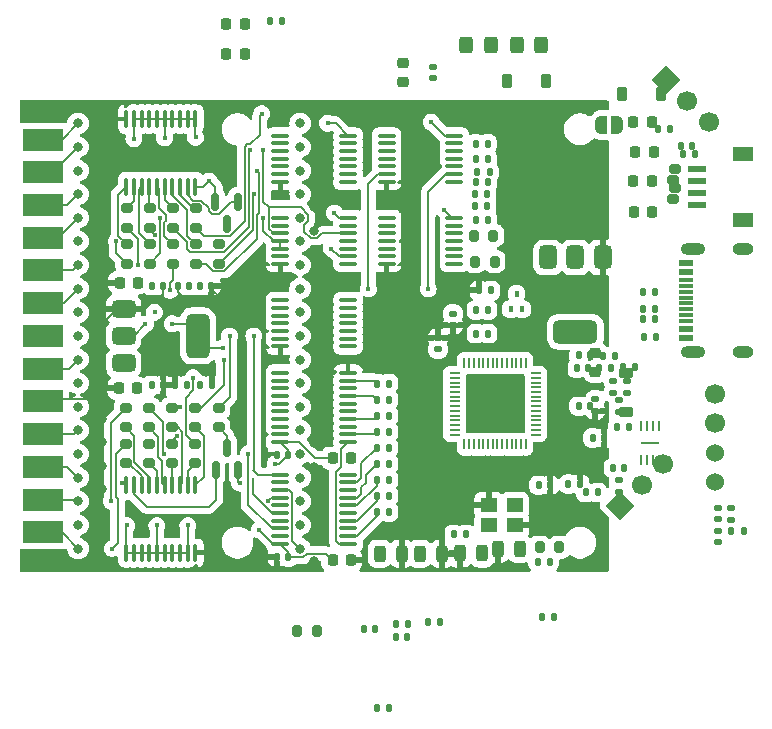
<source format=gbr>
%TF.GenerationSoftware,KiCad,Pcbnew,8.0.2*%
%TF.CreationDate,2024-11-30T10:22:52-06:00*%
%TF.ProjectId,Desktop_50_Pin_TopConn,4465736b-746f-4705-9f35-305f50696e5f,rev?*%
%TF.SameCoordinates,Original*%
%TF.FileFunction,Copper,L1,Top*%
%TF.FilePolarity,Positive*%
%FSLAX46Y46*%
G04 Gerber Fmt 4.6, Leading zero omitted, Abs format (unit mm)*
G04 Created by KiCad (PCBNEW 8.0.2) date 2024-11-30 10:22:52*
%MOMM*%
%LPD*%
G01*
G04 APERTURE LIST*
G04 Aperture macros list*
%AMRoundRect*
0 Rectangle with rounded corners*
0 $1 Rounding radius*
0 $2 $3 $4 $5 $6 $7 $8 $9 X,Y pos of 4 corners*
0 Add a 4 corners polygon primitive as box body*
4,1,4,$2,$3,$4,$5,$6,$7,$8,$9,$2,$3,0*
0 Add four circle primitives for the rounded corners*
1,1,$1+$1,$2,$3*
1,1,$1+$1,$4,$5*
1,1,$1+$1,$6,$7*
1,1,$1+$1,$8,$9*
0 Add four rect primitives between the rounded corners*
20,1,$1+$1,$2,$3,$4,$5,0*
20,1,$1+$1,$4,$5,$6,$7,0*
20,1,$1+$1,$6,$7,$8,$9,0*
20,1,$1+$1,$8,$9,$2,$3,0*%
%AMHorizOval*
0 Thick line with rounded ends*
0 $1 width*
0 $2 $3 position (X,Y) of the first rounded end (center of the circle)*
0 $4 $5 position (X,Y) of the second rounded end (center of the circle)*
0 Add line between two ends*
20,1,$1,$2,$3,$4,$5,0*
0 Add two circle primitives to create the rounded ends*
1,1,$1,$2,$3*
1,1,$1,$4,$5*%
%AMRotRect*
0 Rectangle, with rotation*
0 The origin of the aperture is its center*
0 $1 length*
0 $2 width*
0 $3 Rotation angle, in degrees counterclockwise*
0 Add horizontal line*
21,1,$1,$2,0,0,$3*%
%AMFreePoly0*
4,1,19,0.500000,-0.750000,0.000000,-0.750000,0.000000,-0.744911,-0.071157,-0.744911,-0.207708,-0.704816,-0.327430,-0.627875,-0.420627,-0.520320,-0.479746,-0.390866,-0.500000,-0.250000,-0.500000,0.250000,-0.479746,0.390866,-0.420627,0.520320,-0.327430,0.627875,-0.207708,0.704816,-0.071157,0.744911,0.000000,0.744911,0.000000,0.750000,0.500000,0.750000,0.500000,-0.750000,0.500000,-0.750000,
$1*%
%AMFreePoly1*
4,1,19,0.000000,0.744911,0.071157,0.744911,0.207708,0.704816,0.327430,0.627875,0.420627,0.520320,0.479746,0.390866,0.500000,0.250000,0.500000,-0.250000,0.479746,-0.390866,0.420627,-0.520320,0.327430,-0.627875,0.207708,-0.704816,0.071157,-0.744911,0.000000,-0.744911,0.000000,-0.750000,-0.500000,-0.750000,-0.500000,0.750000,0.000000,0.750000,0.000000,0.744911,0.000000,0.744911,
$1*%
G04 Aperture macros list end*
%TA.AperFunction,SMDPad,CuDef*%
%ADD10R,3.480000X1.846667*%
%TD*%
%TA.AperFunction,SMDPad,CuDef*%
%ADD11RoundRect,0.225000X-0.225000X-0.250000X0.225000X-0.250000X0.225000X0.250000X-0.225000X0.250000X0*%
%TD*%
%TA.AperFunction,SMDPad,CuDef*%
%ADD12RoundRect,0.140000X-0.140000X-0.170000X0.140000X-0.170000X0.140000X0.170000X-0.140000X0.170000X0*%
%TD*%
%TA.AperFunction,SMDPad,CuDef*%
%ADD13RoundRect,0.100000X-0.637500X-0.100000X0.637500X-0.100000X0.637500X0.100000X-0.637500X0.100000X0*%
%TD*%
%TA.AperFunction,SMDPad,CuDef*%
%ADD14RoundRect,0.140000X0.140000X0.170000X-0.140000X0.170000X-0.140000X-0.170000X0.140000X-0.170000X0*%
%TD*%
%TA.AperFunction,SMDPad,CuDef*%
%ADD15RoundRect,0.243750X-0.243750X-0.456250X0.243750X-0.456250X0.243750X0.456250X-0.243750X0.456250X0*%
%TD*%
%TA.AperFunction,SMDPad,CuDef*%
%ADD16RoundRect,0.135000X-0.135000X-0.185000X0.135000X-0.185000X0.135000X0.185000X-0.135000X0.185000X0*%
%TD*%
%TA.AperFunction,SMDPad,CuDef*%
%ADD17RoundRect,0.200000X-0.200000X-0.275000X0.200000X-0.275000X0.200000X0.275000X-0.200000X0.275000X0*%
%TD*%
%TA.AperFunction,SMDPad,CuDef*%
%ADD18RoundRect,0.200000X-0.275000X0.200000X-0.275000X-0.200000X0.275000X-0.200000X0.275000X0.200000X0*%
%TD*%
%TA.AperFunction,SMDPad,CuDef*%
%ADD19RoundRect,0.140000X0.170000X-0.140000X0.170000X0.140000X-0.170000X0.140000X-0.170000X-0.140000X0*%
%TD*%
%TA.AperFunction,SMDPad,CuDef*%
%ADD20RoundRect,0.135000X0.135000X0.185000X-0.135000X0.185000X-0.135000X-0.185000X0.135000X-0.185000X0*%
%TD*%
%TA.AperFunction,SMDPad,CuDef*%
%ADD21RoundRect,0.150000X0.150000X-0.587500X0.150000X0.587500X-0.150000X0.587500X-0.150000X-0.587500X0*%
%TD*%
%TA.AperFunction,SMDPad,CuDef*%
%ADD22RoundRect,0.200000X0.275000X-0.200000X0.275000X0.200000X-0.275000X0.200000X-0.275000X-0.200000X0*%
%TD*%
%TA.AperFunction,SMDPad,CuDef*%
%ADD23RoundRect,0.225000X0.250000X-0.225000X0.250000X0.225000X-0.250000X0.225000X-0.250000X-0.225000X0*%
%TD*%
%TA.AperFunction,SMDPad,CuDef*%
%ADD24R,1.240000X0.600000*%
%TD*%
%TA.AperFunction,SMDPad,CuDef*%
%ADD25R,1.240000X0.300000*%
%TD*%
%TA.AperFunction,ComponentPad*%
%ADD26O,2.100000X1.000000*%
%TD*%
%TA.AperFunction,ComponentPad*%
%ADD27O,1.800000X1.000000*%
%TD*%
%TA.AperFunction,SMDPad,CuDef*%
%ADD28RoundRect,0.200000X0.200000X0.275000X-0.200000X0.275000X-0.200000X-0.275000X0.200000X-0.275000X0*%
%TD*%
%TA.AperFunction,SMDPad,CuDef*%
%ADD29RoundRect,0.225000X0.225000X0.250000X-0.225000X0.250000X-0.225000X-0.250000X0.225000X-0.250000X0*%
%TD*%
%TA.AperFunction,ComponentPad*%
%ADD30RotRect,1.700000X1.700000X45.000000*%
%TD*%
%TA.AperFunction,ComponentPad*%
%ADD31HorizOval,1.700000X0.000000X0.000000X0.000000X0.000000X0*%
%TD*%
%TA.AperFunction,ComponentPad*%
%ADD32RotRect,1.700000X1.700000X135.000000*%
%TD*%
%TA.AperFunction,ComponentPad*%
%ADD33HorizOval,1.700000X0.000000X0.000000X0.000000X0.000000X0*%
%TD*%
%TA.AperFunction,SMDPad,CuDef*%
%ADD34RoundRect,0.100000X-0.100000X0.155000X-0.100000X-0.155000X0.100000X-0.155000X0.100000X0.155000X0*%
%TD*%
%TA.AperFunction,SMDPad,CuDef*%
%ADD35RoundRect,0.100000X0.637500X0.100000X-0.637500X0.100000X-0.637500X-0.100000X0.637500X-0.100000X0*%
%TD*%
%TA.AperFunction,SMDPad,CuDef*%
%ADD36RoundRect,0.050000X0.050000X-0.387500X0.050000X0.387500X-0.050000X0.387500X-0.050000X-0.387500X0*%
%TD*%
%TA.AperFunction,SMDPad,CuDef*%
%ADD37RoundRect,0.050000X0.387500X-0.050000X0.387500X0.050000X-0.387500X0.050000X-0.387500X-0.050000X0*%
%TD*%
%TA.AperFunction,HeatsinkPad*%
%ADD38R,3.200000X3.200000*%
%TD*%
%TA.AperFunction,SMDPad,CuDef*%
%ADD39RoundRect,0.225000X0.375000X-0.225000X0.375000X0.225000X-0.375000X0.225000X-0.375000X-0.225000X0*%
%TD*%
%TA.AperFunction,SMDPad,CuDef*%
%ADD40RoundRect,0.243750X0.243750X0.456250X-0.243750X0.456250X-0.243750X-0.456250X0.243750X-0.456250X0*%
%TD*%
%TA.AperFunction,SMDPad,CuDef*%
%ADD41RoundRect,0.100000X-0.100000X0.637500X-0.100000X-0.637500X0.100000X-0.637500X0.100000X0.637500X0*%
%TD*%
%TA.AperFunction,SMDPad,CuDef*%
%ADD42RoundRect,0.135000X-0.185000X0.135000X-0.185000X-0.135000X0.185000X-0.135000X0.185000X0.135000X0*%
%TD*%
%TA.AperFunction,SMDPad,CuDef*%
%ADD43RoundRect,0.150000X-0.150000X0.587500X-0.150000X-0.587500X0.150000X-0.587500X0.150000X0.587500X0*%
%TD*%
%TA.AperFunction,SMDPad,CuDef*%
%ADD44R,1.550000X0.600000*%
%TD*%
%TA.AperFunction,SMDPad,CuDef*%
%ADD45R,1.800000X1.200000*%
%TD*%
%TA.AperFunction,SMDPad,CuDef*%
%ADD46RoundRect,0.140000X-0.170000X0.140000X-0.170000X-0.140000X0.170000X-0.140000X0.170000X0.140000X0*%
%TD*%
%TA.AperFunction,SMDPad,CuDef*%
%ADD47FreePoly0,180.000000*%
%TD*%
%TA.AperFunction,SMDPad,CuDef*%
%ADD48FreePoly1,180.000000*%
%TD*%
%TA.AperFunction,SMDPad,CuDef*%
%ADD49RoundRect,0.375000X-0.625000X-0.375000X0.625000X-0.375000X0.625000X0.375000X-0.625000X0.375000X0*%
%TD*%
%TA.AperFunction,SMDPad,CuDef*%
%ADD50RoundRect,0.500000X-0.500000X-1.400000X0.500000X-1.400000X0.500000X1.400000X-0.500000X1.400000X0*%
%TD*%
%TA.AperFunction,SMDPad,CuDef*%
%ADD51RoundRect,0.225000X0.225000X0.375000X-0.225000X0.375000X-0.225000X-0.375000X0.225000X-0.375000X0*%
%TD*%
%TA.AperFunction,SMDPad,CuDef*%
%ADD52RoundRect,0.250000X0.325000X0.450000X-0.325000X0.450000X-0.325000X-0.450000X0.325000X-0.450000X0*%
%TD*%
%TA.AperFunction,SMDPad,CuDef*%
%ADD53RoundRect,0.062500X-0.062500X0.387500X-0.062500X-0.387500X0.062500X-0.387500X0.062500X0.387500X0*%
%TD*%
%TA.AperFunction,HeatsinkPad*%
%ADD54R,1.600000X0.200000*%
%TD*%
%TA.AperFunction,ComponentPad*%
%ADD55C,1.700000*%
%TD*%
%TA.AperFunction,ComponentPad*%
%ADD56C,1.524000*%
%TD*%
%TA.AperFunction,SMDPad,CuDef*%
%ADD57RoundRect,0.225000X-0.250000X0.225000X-0.250000X-0.225000X0.250000X-0.225000X0.250000X0.225000X0*%
%TD*%
%TA.AperFunction,SMDPad,CuDef*%
%ADD58RoundRect,0.100000X0.100000X-0.637500X0.100000X0.637500X-0.100000X0.637500X-0.100000X-0.637500X0*%
%TD*%
%TA.AperFunction,SMDPad,CuDef*%
%ADD59RoundRect,0.135000X0.185000X-0.135000X0.185000X0.135000X-0.185000X0.135000X-0.185000X-0.135000X0*%
%TD*%
%TA.AperFunction,SMDPad,CuDef*%
%ADD60RoundRect,0.375000X-0.375000X0.625000X-0.375000X-0.625000X0.375000X-0.625000X0.375000X0.625000X0*%
%TD*%
%TA.AperFunction,SMDPad,CuDef*%
%ADD61RoundRect,0.500000X-1.400000X0.500000X-1.400000X-0.500000X1.400000X-0.500000X1.400000X0.500000X0*%
%TD*%
%TA.AperFunction,SMDPad,CuDef*%
%ADD62R,1.400000X1.200000*%
%TD*%
%TA.AperFunction,ViaPad*%
%ADD63C,0.800000*%
%TD*%
%TA.AperFunction,ViaPad*%
%ADD64C,0.400000*%
%TD*%
%TA.AperFunction,Conductor*%
%ADD65C,0.200000*%
%TD*%
G04 APERTURE END LIST*
D10*
%TO.P,J3,1,1*%
%TO.N,REQ*%
X2000000Y16620000D03*
%TO.P,J3,2,2*%
%TO.N,MSG*%
X2000000Y13850000D03*
%TO.P,J3,3,3*%
%TO.N,IO*%
X2000000Y11080000D03*
%TO.P,J3,4,4*%
%TO.N,RST*%
X2000000Y8310000D03*
%TO.P,J3,5,5*%
%TO.N,ACK*%
X2000000Y5540000D03*
%TO.P,J3,6,6*%
%TO.N,BSY*%
X2000000Y2770000D03*
%TO.P,J3,7,7*%
%TO.N,GND*%
X2000000Y0D03*
%TO.P,J3,8,8*%
%TO.N,DB0*%
X2000000Y-2770000D03*
%TO.P,J3,9,9*%
%TO.N,GND*%
X2000000Y-5540000D03*
%TO.P,J3,10,10*%
%TO.N,DB3*%
X2000000Y-8310000D03*
%TO.P,J3,11,11*%
%TO.N,DB5*%
X2000000Y-11080000D03*
%TO.P,J3,12,12*%
%TO.N,DB6*%
X2000000Y-13850000D03*
%TO.P,J3,13,13*%
%TO.N,DB7*%
X2000000Y-16620000D03*
%TD*%
D11*
%TO.P,C3,1*%
%TO.N,+2V8*%
X26550000Y-10350000D03*
%TO.P,C3,2*%
%TO.N,GND*%
X28100000Y-10350000D03*
%TD*%
D12*
%TO.P,C4,1*%
%TO.N,+2V8*%
X44315000Y-23775000D03*
%TO.P,C4,2*%
%TO.N,GND*%
X45275000Y-23775000D03*
%TD*%
D13*
%TO.P,U3,1,1/OE*%
%TO.N,oBSY*%
X22137500Y9987500D03*
%TO.P,U3,2,1A*%
%TO.N,oMSG_iBSY*%
X22137500Y9337500D03*
%TO.P,U3,3,1Y*%
%TO.N,MSG*%
X22137500Y8687500D03*
%TO.P,U3,4,2/OE*%
%TO.N,RST*%
X22137500Y8037500D03*
%TO.P,U3,5,2A*%
X22137500Y7387500D03*
%TO.P,U3,6,2Y*%
%TO.N,iRST*%
X22137500Y6737500D03*
%TO.P,U3,7,GND*%
%TO.N,GND*%
X22137500Y6087500D03*
%TO.P,U3,8,3Y*%
%TO.N,iATN*%
X27862500Y6087500D03*
%TO.P,U3,9,3A*%
%TO.N,ATN*%
X27862500Y6737500D03*
%TO.P,U3,10,3/OE*%
%TO.N,oBSY*%
X27862500Y7387500D03*
%TO.P,U3,11,4Y*%
%TO.N,iMSG*%
X27862500Y8037500D03*
%TO.P,U3,12,4A*%
%TO.N,MSG*%
X27862500Y8687500D03*
%TO.P,U3,13,4/OE*%
%TO.N,!oBSY*%
X27862500Y9337500D03*
%TO.P,U3,14,Vcc*%
%TO.N,+2V8*%
X27862500Y9987500D03*
%TD*%
D11*
%TO.P,C7,1*%
%TO.N,+2V8*%
X26550000Y-18975000D03*
%TO.P,C7,2*%
%TO.N,GND*%
X28100000Y-18975000D03*
%TD*%
D14*
%TO.P,C1,1*%
%TO.N,GND*%
X56980000Y16100000D03*
%TO.P,C1,2*%
%TO.N,+3V3*%
X56020000Y16100000D03*
%TD*%
%TO.P,C2,1*%
%TO.N,+2V8*%
X22815000Y-10080000D03*
%TO.P,C2,2*%
%TO.N,GND*%
X21855000Y-10080000D03*
%TD*%
%TO.P,C5,1*%
%TO.N,+2V8*%
X30130000Y-24850000D03*
%TO.P,C5,2*%
%TO.N,GND*%
X29170000Y-24850000D03*
%TD*%
%TO.P,C6,1*%
%TO.N,+2V8*%
X22815000Y-18725000D03*
%TO.P,C6,2*%
%TO.N,GND*%
X21855000Y-18725000D03*
%TD*%
%TO.P,C12,1*%
%TO.N,+5F*%
X14210000Y-4180000D03*
%TO.P,C12,2*%
%TO.N,GND*%
X13250000Y-4180000D03*
%TD*%
D15*
%TO.P,D1,1,K*%
%TO.N,GND*%
X37337500Y-18400000D03*
%TO.P,D1,2,A*%
%TO.N,Net-(D1-A)*%
X39212500Y-18400000D03*
%TD*%
%TO.P,D2,1,K*%
%TO.N,GND*%
X40518552Y-18038609D03*
%TO.P,D2,2,A*%
%TO.N,Net-(D2-A)*%
X42393552Y-18038609D03*
%TD*%
D16*
%TO.P,R54,1*%
%TO.N,/Pico/GPIO23*%
X36815000Y-16800000D03*
%TO.P,R54,2*%
%TO.N,Net-(D7-A)*%
X37835000Y-16800000D03*
%TD*%
D17*
%TO.P,R46,1*%
%TO.N,TRM_ON_J*%
X23550000Y-24975000D03*
%TO.P,R46,2*%
%TO.N,+2V8*%
X25200000Y-24975000D03*
%TD*%
D18*
%TO.P,R42,1*%
%TO.N,Net-(U7-B8)*%
X9125000Y7775000D03*
%TO.P,R42,2*%
%TO.N,ATN*%
X9125000Y6125000D03*
%TD*%
D19*
%TO.P,C25,1*%
%TO.N,GND*%
X36750000Y915000D03*
%TO.P,C25,2*%
%TO.N,/Pico/VSYS*%
X36750000Y1875000D03*
%TD*%
D20*
%TO.P,R56,1*%
%TO.N,/Pico/USB_D+*%
X53860000Y3750000D03*
%TO.P,R56,2*%
%TO.N,Net-(U13-USB_DP)*%
X52840000Y3750000D03*
%TD*%
D18*
%TO.P,R30,1*%
%TO.N,Net-(U7-B2)*%
X14975000Y7775000D03*
%TO.P,R30,2*%
%TO.N,CD*%
X14975000Y6125000D03*
%TD*%
D21*
%TO.P,Q1,1,G*%
%TO.N,TRM_ON_J*%
X16675000Y-11350000D03*
%TO.P,Q1,2,S*%
%TO.N,+2V8*%
X18575000Y-11350000D03*
%TO.P,Q1,3,D*%
%TO.N,Net-(Q1-D)*%
X17625000Y-9475000D03*
%TD*%
D12*
%TO.P,C41,1*%
%TO.N,Net-(Q3-D)*%
X31920000Y-25450000D03*
%TO.P,C41,2*%
%TO.N,GND*%
X32880000Y-25450000D03*
%TD*%
D22*
%TO.P,R39,1*%
%TO.N,Net-(U8-B6)*%
X12950000Y-7750000D03*
%TO.P,R39,2*%
%TO.N,DB2*%
X12950000Y-6100000D03*
%TD*%
%TO.P,R31,1*%
%TO.N,Net-(U8-B2)*%
X9050000Y-7750000D03*
%TO.P,R31,2*%
%TO.N,DB6*%
X9050000Y-6100000D03*
%TD*%
D13*
%TO.P,U2,1,1/OE*%
%TO.N,oBSY*%
X31137500Y9987500D03*
%TO.P,U2,2,1A*%
%TO.N,oCD_iSEL*%
X31137500Y9337500D03*
%TO.P,U2,3,1Y*%
%TO.N,CD*%
X31137500Y8687500D03*
%TO.P,U2,4,2/OE*%
%TO.N,GND*%
X31137500Y8037500D03*
%TO.P,U2,5,2A*%
%TO.N,SEL*%
X31137500Y7387500D03*
%TO.P,U2,6,2Y*%
%TO.N,iSEL*%
X31137500Y6737500D03*
%TO.P,U2,7,GND*%
%TO.N,GND*%
X31137500Y6087500D03*
%TO.P,U2,8,3Y*%
%TO.N,SEL*%
X36862500Y6087500D03*
%TO.P,U2,9,3A*%
%TO.N,oSEL*%
X36862500Y6737500D03*
%TO.P,U2,10,3/OE*%
X36862500Y7387500D03*
%TO.P,U2,11,4Y*%
%TO.N,iCD*%
X36862500Y8037500D03*
%TO.P,U2,12,4A*%
%TO.N,CD*%
X36862500Y8687500D03*
%TO.P,U2,13,4/OE*%
%TO.N,!oBSY*%
X36862500Y9337500D03*
%TO.P,U2,14,Vcc*%
%TO.N,+2V8*%
X36862500Y9987500D03*
%TD*%
D23*
%TO.P,C17,1*%
%TO.N,+3V3*%
X48800000Y-3025000D03*
%TO.P,C17,2*%
%TO.N,GND*%
X48800000Y-1475000D03*
%TD*%
D16*
%TO.P,R84,1*%
%TO.N,iIO*%
X38680000Y13000000D03*
%TO.P,R84,2*%
%TO.N,oIO*%
X39700000Y13000000D03*
%TD*%
D20*
%TO.P,R24,1*%
%TO.N,Net-(R24-Pad1)*%
X44935000Y-19100000D03*
%TO.P,R24,2*%
%TO.N,Net-(D1-A)*%
X43915000Y-19100000D03*
%TD*%
D14*
%TO.P,C16,1*%
%TO.N,GND*%
X31310000Y-31500000D03*
%TO.P,C16,2*%
%TO.N,+2V8*%
X30350000Y-31500000D03*
%TD*%
D22*
%TO.P,R33,1*%
%TO.N,Net-(U8-B3)*%
X11000000Y-10775000D03*
%TO.P,R33,2*%
%TO.N,DB5*%
X11000000Y-9125000D03*
%TD*%
D16*
%TO.P,R2,1*%
%TO.N,/Pico/XOUT*%
X21280000Y26670000D03*
%TO.P,R2,2*%
%TO.N,Net-(C40-Pad1)*%
X22300000Y26670000D03*
%TD*%
D12*
%TO.P,C29,1*%
%TO.N,+3V3*%
X47395000Y-5950000D03*
%TO.P,C29,2*%
%TO.N,GND*%
X48355000Y-5950000D03*
%TD*%
%TO.P,C30,1*%
%TO.N,+3V3*%
X47395000Y-1650000D03*
%TO.P,C30,2*%
%TO.N,GND*%
X48355000Y-1650000D03*
%TD*%
D20*
%TO.P,R48,1*%
%TO.N,Net-(J12-CC1)*%
X53860000Y1400000D03*
%TO.P,R48,2*%
%TO.N,GND*%
X52840000Y1400000D03*
%TD*%
D24*
%TO.P,J12,A1,GND*%
%TO.N,GND*%
X56475000Y-200000D03*
%TO.P,J12,A4,VBUS*%
%TO.N,VBUS*%
X56475000Y600000D03*
D25*
%TO.P,J12,A5,CC1*%
%TO.N,Net-(J12-CC1)*%
X56475000Y1750000D03*
%TO.P,J12,A6,D+*%
%TO.N,/Pico/USB_D+*%
X56475000Y2750000D03*
%TO.P,J12,A7,D-*%
%TO.N,/Pico/USB_D-*%
X56475000Y3250000D03*
%TO.P,J12,A8,SBU1*%
%TO.N,unconnected-(J12-SBU1-PadA8)*%
X56475000Y4250000D03*
D24*
%TO.P,J12,A9,VBUS*%
%TO.N,VBUS*%
X56475000Y5400000D03*
%TO.P,J12,A12,GND*%
%TO.N,GND*%
X56475000Y6200000D03*
%TO.P,J12,B1,GND*%
X56475000Y6200000D03*
%TO.P,J12,B4,VBUS*%
%TO.N,VBUS*%
X56475000Y5400000D03*
D25*
%TO.P,J12,B5,CC2*%
%TO.N,Net-(J12-CC2)*%
X56475000Y4750000D03*
%TO.P,J12,B6,D+*%
%TO.N,/Pico/USB_D+*%
X56475000Y3750000D03*
%TO.P,J12,B7,D-*%
%TO.N,/Pico/USB_D-*%
X56475000Y2250000D03*
%TO.P,J12,B8,SBU2*%
%TO.N,unconnected-(J12-SBU2-PadB8)*%
X56475000Y1250000D03*
D24*
%TO.P,J12,B9,VBUS*%
%TO.N,VBUS*%
X56475000Y600000D03*
%TO.P,J12,B12,GND*%
%TO.N,GND*%
X56475000Y-200000D03*
D26*
%TO.P,J12,S1,SHIELD*%
X57075000Y-1320000D03*
D27*
X61275000Y-1320000D03*
D26*
X57075000Y7320000D03*
D27*
X61275000Y7320000D03*
%TD*%
D13*
%TO.P,U5,1*%
%TO.N,oBSY*%
X22137500Y3025000D03*
%TO.P,U5,2*%
%TO.N,Net-(JP2-A)*%
X22137500Y2375000D03*
%TO.P,U5,3*%
%TO.N,oBSY*%
X22137500Y1725000D03*
%TO.P,U5,4*%
%TO.N,!oBSY*%
X22137500Y1075000D03*
%TO.P,U5,5*%
%TO.N,GND*%
X22137500Y425000D03*
%TO.P,U5,6*%
%TO.N,unconnected-(U5-Pad6)*%
X22137500Y-225000D03*
%TO.P,U5,7,GND*%
%TO.N,GND*%
X22137500Y-875000D03*
%TO.P,U5,8*%
%TO.N,Net-(R24-Pad1)*%
X27862500Y-875000D03*
%TO.P,U5,9*%
%TO.N,oBSY*%
X27862500Y-225000D03*
%TO.P,U5,10*%
%TO.N,Net-(R25-Pad1)*%
X27862500Y425000D03*
%TO.P,U5,11*%
%TO.N,Net-(U5-Pad11)*%
X27862500Y1075000D03*
%TO.P,U5,12*%
X27862500Y1725000D03*
%TO.P,U5,13*%
%TO.N,+5F*%
X27862500Y2375000D03*
%TO.P,U5,14,VCC*%
X27862500Y3025000D03*
%TD*%
D18*
%TO.P,R36,1*%
%TO.N,Net-(U7-B5)*%
X11075000Y10800000D03*
%TO.P,R36,2*%
%TO.N,SEL*%
X11075000Y9150000D03*
%TD*%
D28*
%TO.P,R5,1*%
%TO.N,oSEL*%
X40175000Y8500000D03*
%TO.P,R5,2*%
%TO.N,+2V8*%
X38525000Y8500000D03*
%TD*%
D22*
%TO.P,R35,1*%
%TO.N,Net-(U8-B4)*%
X11000000Y-7750000D03*
%TO.P,R35,2*%
%TO.N,DB4*%
X11000000Y-6100000D03*
%TD*%
D12*
%TO.P,C33,1*%
%TO.N,+3V3*%
X49145000Y-2700000D03*
%TO.P,C33,2*%
%TO.N,GND*%
X50105000Y-2700000D03*
%TD*%
D29*
%TO.P,C8,1*%
%TO.N,+5F*%
X10000000Y-4450000D03*
%TO.P,C8,2*%
%TO.N,GND*%
X8450000Y-4450000D03*
%TD*%
D18*
%TO.P,R38,1*%
%TO.N,Net-(U7-B6)*%
X11075000Y7775000D03*
%TO.P,R38,2*%
%TO.N,RST*%
X11075000Y6125000D03*
%TD*%
D30*
%TO.P,J5,1,Pin_1*%
%TO.N,GND*%
X54803949Y21696051D03*
D31*
%TO.P,J5,2,Pin_2*%
%TO.N,Net-(J5-Pin_2)*%
X56600000Y19900000D03*
%TO.P,J5,3,Pin_3*%
%TO.N,GND*%
X58396051Y18103949D03*
%TD*%
D32*
%TO.P,J14,1,Pin_1*%
%TO.N,/Pico/SWCLK*%
X50928949Y-14396051D03*
D33*
%TO.P,J14,2,Pin_2*%
%TO.N,GND*%
X52725000Y-12600000D03*
%TO.P,J14,3,Pin_3*%
%TO.N,/Pico/SWDIO*%
X54521051Y-10803949D03*
%TD*%
D20*
%TO.P,R9,1*%
%TO.N,DBPTr*%
X39960000Y3850000D03*
%TO.P,R9,2*%
%TO.N,GND*%
X38940000Y3850000D03*
%TD*%
D34*
%TO.P,Q3,1,G*%
%TO.N,+3V3*%
X41625000Y2250000D03*
%TO.P,Q3,2,S*%
%TO.N,/Pico/GPIO29_ADC3*%
X42625000Y2250000D03*
%TO.P,Q3,3,D*%
%TO.N,Net-(Q3-D)*%
X42125000Y3540000D03*
%TD*%
D13*
%TO.P,U1,1,1/OE*%
%TO.N,oBSY*%
X22137500Y16950000D03*
%TO.P,U1,2,1A*%
%TO.N,oIO*%
X22137500Y16300000D03*
%TO.P,U1,3,1Y*%
%TO.N,IO*%
X22137500Y15650000D03*
%TO.P,U1,4,2/OE*%
%TO.N,oBSY*%
X22137500Y15000000D03*
%TO.P,U1,5,2A*%
%TO.N,oREQ*%
X22137500Y14350000D03*
%TO.P,U1,6,2Y*%
%TO.N,REQ*%
X22137500Y13700000D03*
%TO.P,U1,7,GND*%
%TO.N,GND*%
X22137500Y13050000D03*
%TO.P,U1,8,3Y*%
%TO.N,iREQ*%
X27862500Y13050000D03*
%TO.P,U1,9,3A*%
%TO.N,REQ*%
X27862500Y13700000D03*
%TO.P,U1,10,3/OE*%
%TO.N,!oBSY*%
X27862500Y14350000D03*
%TO.P,U1,11,4Y*%
%TO.N,iIO*%
X27862500Y15000000D03*
%TO.P,U1,12,4A*%
%TO.N,IO*%
X27862500Y15650000D03*
%TO.P,U1,13,4/OE*%
%TO.N,!oBSY*%
X27862500Y16300000D03*
%TO.P,U1,14,Vcc*%
%TO.N,+2V8*%
X27862500Y16950000D03*
%TD*%
D18*
%TO.P,R40,1*%
%TO.N,Net-(U7-B7)*%
X9125000Y10800000D03*
%TO.P,R40,2*%
%TO.N,ACK*%
X9125000Y9150000D03*
%TD*%
D16*
%TO.P,R59,1*%
%TO.N,/Pico/VSYS*%
X50665000Y-7725000D03*
%TO.P,R59,2*%
%TO.N,Net-(Q3-D)*%
X51685000Y-7725000D03*
%TD*%
D20*
%TO.P,R85,1*%
%TO.N,/Pico/GPIO08*%
X31325000Y-9476734D03*
%TO.P,R85,2*%
%TO.N,DBPT*%
X30305000Y-9476734D03*
%TD*%
D13*
%TO.P,U4,1,1/OE*%
%TO.N,oBSY*%
X31137500Y16950000D03*
%TO.P,U4,2,1A*%
%TO.N,ACK*%
X31137500Y16300000D03*
%TO.P,U4,3,1Y*%
%TO.N,iACK*%
X31137500Y15650000D03*
%TO.P,U4,4,2/OE*%
%TO.N,oBSY*%
X31137500Y15000000D03*
%TO.P,U4,5,2A*%
X31137500Y14350000D03*
%TO.P,U4,6,2Y*%
%TO.N,BSY*%
X31137500Y13700000D03*
%TO.P,U4,7,GND*%
%TO.N,GND*%
X31137500Y13050000D03*
%TO.P,U4,8,3Y*%
%TO.N,iBSY*%
X36862500Y13050000D03*
%TO.P,U4,9,3A*%
%TO.N,BSY*%
X36862500Y13700000D03*
%TO.P,U4,10,3/OE*%
%TO.N,GND*%
X36862500Y14350000D03*
%TO.P,U4,11,4Y*%
%TO.N,ACKDr*%
X36862500Y15000000D03*
%TO.P,U4,12,4A*%
%TO.N,oACK*%
X36862500Y15650000D03*
%TO.P,U4,13,4/OE*%
%TO.N,!oBSY*%
X36862500Y16300000D03*
%TO.P,U4,14,Vcc*%
%TO.N,+2V8*%
X36862500Y16950000D03*
%TD*%
D19*
%TO.P,C27,1*%
%TO.N,/Pico/ADC_AVDD*%
X50775000Y-13180000D03*
%TO.P,C27,2*%
%TO.N,GND*%
X50775000Y-12220000D03*
%TD*%
D35*
%TO.P,U6,1,DIR*%
%TO.N,DBPTr*%
X27862500Y-8975000D03*
%TO.P,U6,2,A1*%
%TO.N,DB0T*%
X27862500Y-8325000D03*
%TO.P,U6,3,A2*%
%TO.N,unconnected-(U6-A2-Pad3)*%
X27862500Y-7675000D03*
%TO.P,U6,4,A3*%
%TO.N,DB1T*%
X27862500Y-7025000D03*
%TO.P,U6,5,A4*%
%TO.N,unconnected-(U6-A4-Pad5)*%
X27862500Y-6375000D03*
%TO.P,U6,6,A5*%
%TO.N,unconnected-(U6-A5-Pad6)*%
X27862500Y-5725000D03*
%TO.P,U6,7,A6*%
%TO.N,DB2T*%
X27862500Y-5075000D03*
%TO.P,U6,8,A7*%
%TO.N,unconnected-(U6-A7-Pad8)*%
X27862500Y-4425000D03*
%TO.P,U6,9,A8*%
%TO.N,DB3T*%
X27862500Y-3775000D03*
%TO.P,U6,10,GND*%
%TO.N,GND*%
X27862500Y-3125000D03*
%TO.P,U6,11,B8*%
%TO.N,DB3*%
X22137500Y-3125000D03*
%TO.P,U6,12,B7*%
%TO.N,unconnected-(U6-B7-Pad12)*%
X22137500Y-3775000D03*
%TO.P,U6,13,B6*%
%TO.N,DB2*%
X22137500Y-4425000D03*
%TO.P,U6,14,B5*%
%TO.N,unconnected-(U6-B5-Pad14)*%
X22137500Y-5075000D03*
%TO.P,U6,15,B4*%
%TO.N,unconnected-(U6-B4-Pad15)*%
X22137500Y-5725000D03*
%TO.P,U6,16,B3*%
%TO.N,DB1*%
X22137500Y-6375000D03*
%TO.P,U6,17,B2*%
%TO.N,unconnected-(U6-B2-Pad17)*%
X22137500Y-7025000D03*
%TO.P,U6,18,B1*%
%TO.N,DB0*%
X22137500Y-7675000D03*
%TO.P,U6,19,/OE*%
%TO.N,GND*%
X22137500Y-8325000D03*
%TO.P,U6,20,Vcc*%
%TO.N,+2V8*%
X22137500Y-8975000D03*
%TD*%
D16*
%TO.P,R47,1*%
%TO.N,GND*%
X52940000Y-100000D03*
%TO.P,R47,2*%
%TO.N,Net-(J12-CC2)*%
X53960000Y-100000D03*
%TD*%
D36*
%TO.P,U13,1,IOVDD*%
%TO.N,+3V3*%
X37712500Y-9187500D03*
%TO.P,U13,2,GPIO0*%
%TO.N,/Pico/GPIO00*%
X38112500Y-9187500D03*
%TO.P,U13,3,GPIO1*%
%TO.N,/Pico/GPIO01*%
X38512500Y-9187500D03*
%TO.P,U13,4,GPIO2*%
%TO.N,/Pico/GPIO02*%
X38912500Y-9187500D03*
%TO.P,U13,5,GPIO3*%
%TO.N,/Pico/GPIO03*%
X39312500Y-9187500D03*
%TO.P,U13,6,GPIO4*%
%TO.N,/Pico/GPIO04*%
X39712500Y-9187500D03*
%TO.P,U13,7,GPIO5*%
%TO.N,/Pico/GPIO05*%
X40112500Y-9187500D03*
%TO.P,U13,8,GPIO6*%
%TO.N,/Pico/GPIO06*%
X40512500Y-9187500D03*
%TO.P,U13,9,GPIO7*%
%TO.N,/Pico/GPIO07*%
X40912500Y-9187500D03*
%TO.P,U13,10,IOVDD*%
%TO.N,+3V3*%
X41312500Y-9187500D03*
%TO.P,U13,11,GPIO8*%
%TO.N,/Pico/GPIO08*%
X41712500Y-9187500D03*
%TO.P,U13,12,GPIO9*%
%TO.N,DBPTr*%
X42112500Y-9187500D03*
%TO.P,U13,13,GPIO10*%
%TO.N,SD_CLK*%
X42512500Y-9187500D03*
%TO.P,U13,14,GPIO11*%
%TO.N,SD_CMD_MOSI*%
X42912500Y-9187500D03*
D37*
%TO.P,U13,15,GPIO12*%
%TO.N,SD_D0_MISO*%
X43750000Y-8350000D03*
%TO.P,U13,16,GPIO13*%
%TO.N,SD_D1*%
X43750000Y-7950000D03*
%TO.P,U13,17,GPIO14*%
%TO.N,SD_D2*%
X43750000Y-7550000D03*
%TO.P,U13,18,GPIO15*%
%TO.N,SD_D3_CS*%
X43750000Y-7150000D03*
%TO.P,U13,19,TESTEN*%
%TO.N,GND*%
X43750000Y-6750000D03*
%TO.P,U13,20,XIN*%
%TO.N,/Pico/XIN*%
X43750000Y-6350000D03*
%TO.P,U13,21,XOUT*%
%TO.N,/Pico/XOUT*%
X43750000Y-5950000D03*
%TO.P,U13,22,IOVDD*%
%TO.N,+3V3*%
X43750000Y-5550000D03*
%TO.P,U13,23,DVDD*%
%TO.N,+1V1*%
X43750000Y-5150000D03*
%TO.P,U13,24,SWCLK*%
%TO.N,/Pico/SWCLK*%
X43750000Y-4750000D03*
%TO.P,U13,25,SWDIO*%
%TO.N,/Pico/SWDIO*%
X43750000Y-4350000D03*
%TO.P,U13,26,RUN*%
%TO.N,/Pico/RUN*%
X43750000Y-3950000D03*
%TO.P,U13,27,GPIO16*%
%TO.N,SDA*%
X43750000Y-3550000D03*
%TO.P,U13,28,GPIO17*%
%TO.N,SCL*%
X43750000Y-3150000D03*
D36*
%TO.P,U13,29,GPIO18*%
%TO.N,oCD_iSEL*%
X42912500Y-2312500D03*
%TO.P,U13,30,GPIO19*%
%TO.N,oREQ*%
X42512500Y-2312500D03*
%TO.P,U13,31,GPIO20*%
%TO.N,oMSG_iBSY*%
X42112500Y-2312500D03*
%TO.P,U13,32,GPIO21*%
%TO.N,oSEL*%
X41712500Y-2312500D03*
%TO.P,U13,33,IOVDD*%
%TO.N,+3V3*%
X41312500Y-2312500D03*
%TO.P,U13,34,GPIO22*%
%TO.N,oIO*%
X40912500Y-2312500D03*
%TO.P,U13,35,GPIO23*%
%TO.N,/Pico/GPIO23*%
X40512500Y-2312500D03*
%TO.P,U13,36,GPIO24*%
%TO.N,/Pico/GPIO24*%
X40112500Y-2312500D03*
%TO.P,U13,37,GPIO25*%
%TO.N,/Pico/GPIO25*%
X39712500Y-2312500D03*
%TO.P,U13,38,GPIO26/ADC0*%
%TO.N,oACK*%
X39312500Y-2312500D03*
%TO.P,U13,39,GPIO27/ADC1*%
%TO.N,oBSY*%
X38912500Y-2312500D03*
%TO.P,U13,40,GPIO28/ADC2*%
%TO.N,/Pico/GPIO28*%
X38512500Y-2312500D03*
%TO.P,U13,41,GPIO29/ADC3*%
%TO.N,/Pico/GPIO29_ADC3*%
X38112500Y-2312500D03*
%TO.P,U13,42,IOVDD*%
%TO.N,+3V3*%
X37712500Y-2312500D03*
D37*
%TO.P,U13,43,ADC_AVDD*%
%TO.N,/Pico/ADC_AVDD*%
X36875000Y-3150000D03*
%TO.P,U13,44,VREG_VIN*%
%TO.N,+3V3*%
X36875000Y-3550000D03*
%TO.P,U13,45,VREG_VOUT*%
%TO.N,+1V1*%
X36875000Y-3950000D03*
%TO.P,U13,46,USB_DM*%
%TO.N,Net-(U13-USB_DM)*%
X36875000Y-4350000D03*
%TO.P,U13,47,USB_DP*%
%TO.N,Net-(U13-USB_DP)*%
X36875000Y-4750000D03*
%TO.P,U13,48,USB_VDD*%
%TO.N,+3V3*%
X36875000Y-5150000D03*
%TO.P,U13,49,IOVDD*%
X36875000Y-5550000D03*
%TO.P,U13,50,DVDD*%
%TO.N,+1V1*%
X36875000Y-5950000D03*
%TO.P,U13,51,QSPI_SD3*%
%TO.N,/Pico/QSPI_SD3*%
X36875000Y-6350000D03*
%TO.P,U13,52,QSPI_SCLK*%
%TO.N,/Pico/QSPI_SCLK*%
X36875000Y-6750000D03*
%TO.P,U13,53,QSPI_SD0*%
%TO.N,/Pico/QSPI_SD0*%
X36875000Y-7150000D03*
%TO.P,U13,54,QSPI_SD2*%
%TO.N,/Pico/QSPI_SD2*%
X36875000Y-7550000D03*
%TO.P,U13,55,QSPI_SD1*%
%TO.N,/Pico/QSPI_SD1*%
X36875000Y-7950000D03*
%TO.P,U13,56,QSPI_SS_N*%
%TO.N,/Pico/QSPI_SS*%
X36875000Y-8350000D03*
D38*
%TO.P,U13,57,GND*%
%TO.N,GND*%
X40312500Y-5750000D03*
%TD*%
D39*
%TO.P,D5,1,K*%
%TO.N,/Pico/VSYS*%
X51400000Y-6450000D03*
%TO.P,D5,2,A*%
%TO.N,VBUS*%
X51400000Y-3150000D03*
%TD*%
D40*
%TO.P,D6,1,K*%
%TO.N,GND*%
X35812500Y-18450000D03*
%TO.P,D6,2,A*%
%TO.N,Net-(D6-A)*%
X33937500Y-18450000D03*
%TD*%
D41*
%TO.P,U7,1,DIR*%
%TO.N,+2V8*%
X14925000Y18362500D03*
%TO.P,U7,2,A1*%
X14275000Y18362500D03*
%TO.P,U7,3,A2*%
X13625000Y18362500D03*
%TO.P,U7,4,A3*%
X12975000Y18362500D03*
%TO.P,U7,5,A4*%
X12325000Y18362500D03*
%TO.P,U7,6,A5*%
X11675000Y18362500D03*
%TO.P,U7,7,A6*%
X11025000Y18362500D03*
%TO.P,U7,8,A7*%
X10375000Y18362500D03*
%TO.P,U7,9,A8*%
X9725000Y18362500D03*
%TO.P,U7,10,GND*%
%TO.N,GND*%
X9075000Y18362500D03*
%TO.P,U7,11,B8*%
%TO.N,Net-(U7-B8)*%
X9075000Y12637500D03*
%TO.P,U7,12,B7*%
%TO.N,Net-(U7-B7)*%
X9725000Y12637500D03*
%TO.P,U7,13,B6*%
%TO.N,Net-(U7-B6)*%
X10375000Y12637500D03*
%TO.P,U7,14,B5*%
%TO.N,Net-(U7-B5)*%
X11025000Y12637500D03*
%TO.P,U7,15,B4*%
%TO.N,Net-(U7-B4)*%
X11675000Y12637500D03*
%TO.P,U7,16,B3*%
%TO.N,Net-(U7-B3)*%
X12325000Y12637500D03*
%TO.P,U7,17,B2*%
%TO.N,Net-(U7-B2)*%
X12975000Y12637500D03*
%TO.P,U7,18,B1*%
%TO.N,Net-(U7-B1)*%
X13625000Y12637500D03*
%TO.P,U7,19,/OE*%
%TO.N,TRM_ON_J*%
X14275000Y12637500D03*
%TO.P,U7,20,Vcc*%
%TO.N,+2V8*%
X14925000Y12637500D03*
%TD*%
D14*
%TO.P,C15,1*%
%TO.N,GND*%
X16285000Y4250000D03*
%TO.P,C15,2*%
%TO.N,+2V8*%
X15325000Y4250000D03*
%TD*%
D11*
%TO.P,C19,1*%
%TO.N,+5V*%
X52025000Y18150000D03*
%TO.P,C19,2*%
%TO.N,GND*%
X53575000Y18150000D03*
%TD*%
D12*
%TO.P,C14,1*%
%TO.N,GND*%
X13445000Y4250000D03*
%TO.P,C14,2*%
%TO.N,+2V8*%
X14405000Y4250000D03*
%TD*%
D16*
%TO.P,R49,1*%
%TO.N,VBUS*%
X51165000Y-2650000D03*
%TO.P,R49,2*%
%TO.N,/Pico/GPIO24*%
X52185000Y-2650000D03*
%TD*%
D18*
%TO.P,R45,1*%
%TO.N,Net-(Q2-D)*%
X16925000Y7775000D03*
%TO.P,R45,2*%
%TO.N,IO*%
X16925000Y6125000D03*
%TD*%
D20*
%TO.P,R87,1*%
%TO.N,/Pico/GPIO07*%
X31325000Y-10838800D03*
%TO.P,R87,2*%
%TO.N,DB7T*%
X30305000Y-10838800D03*
%TD*%
D11*
%TO.P,C20,1*%
%TO.N,Net-(D3-K)*%
X52175000Y15550000D03*
%TO.P,C20,2*%
%TO.N,GND*%
X53725000Y15550000D03*
%TD*%
D16*
%TO.P,R53,1*%
%TO.N,/Pico/GPIO25*%
X34640000Y-24200000D03*
%TO.P,R53,2*%
%TO.N,Net-(D6-A)*%
X35660000Y-24200000D03*
%TD*%
D42*
%TO.P,R55,1*%
%TO.N,+3V3*%
X60300000Y-14540000D03*
%TO.P,R55,2*%
%TO.N,/Pico/QSPI_SS*%
X60300000Y-15560000D03*
%TD*%
D43*
%TO.P,Q2,1,G*%
%TO.N,TRM_ON_J*%
X18525000Y11350000D03*
%TO.P,Q2,2,S*%
%TO.N,+2V8*%
X16625000Y11350000D03*
%TO.P,Q2,3,D*%
%TO.N,Net-(Q2-D)*%
X17575000Y9475000D03*
%TD*%
D44*
%TO.P,J4,1,1*%
%TO.N,GND*%
X57425000Y11100000D03*
%TO.P,J4,2,2*%
%TO.N,+3V3*%
X57425000Y12100000D03*
%TO.P,J4,3,3*%
%TO.N,SDA*%
X57425000Y13100000D03*
%TO.P,J4,4,4*%
%TO.N,SCL*%
X57425000Y14100000D03*
D45*
%TO.P,J4,S1,SHIELD*%
%TO.N,GND*%
X61300000Y9800000D03*
%TO.P,J4,S2,SHIELD*%
X61300000Y15400000D03*
%TD*%
D46*
%TO.P,C23,1*%
%TO.N,GND*%
X35050000Y22780000D03*
%TO.P,C23,2*%
%TO.N,+5F*%
X35050000Y21820000D03*
%TD*%
D16*
%TO.P,R86,1*%
%TO.N,oACK*%
X38680000Y15000000D03*
%TO.P,R86,2*%
%TO.N,iACK*%
X39700000Y15000000D03*
%TD*%
D47*
%TO.P,JP1,1,A*%
%TO.N,Net-(JP1-A)*%
X50600000Y17850000D03*
D48*
%TO.P,JP1,2,B*%
%TO.N,Net-(J5-Pin_2)*%
X49300000Y17850000D03*
%TD*%
D16*
%TO.P,R83,1*%
%TO.N,iRST*%
X38630000Y12050000D03*
%TO.P,R83,2*%
%TO.N,oSEL*%
X39650000Y12050000D03*
%TD*%
D42*
%TO.P,R50,1*%
%TO.N,+3V3*%
X50775000Y-5405000D03*
%TO.P,R50,2*%
%TO.N,/Pico/ADC_VREF*%
X50775000Y-6425000D03*
%TD*%
D16*
%TO.P,R81,1*%
%TO.N,oREQ*%
X38680000Y9850000D03*
%TO.P,R81,2*%
%TO.N,iREQ*%
X39700000Y9850000D03*
%TD*%
D29*
%TO.P,C22,1*%
%TO.N,+5VP*%
X53625000Y10500000D03*
%TO.P,C22,2*%
%TO.N,GND*%
X52075000Y10500000D03*
%TD*%
D12*
%TO.P,C34,1*%
%TO.N,+3V3*%
X49471500Y-1700000D03*
%TO.P,C34,2*%
%TO.N,GND*%
X50431500Y-1700000D03*
%TD*%
D18*
%TO.P,R22,1*%
%TO.N,SDA*%
X55550000Y14175000D03*
%TO.P,R22,2*%
%TO.N,+3V3*%
X55550000Y12525000D03*
%TD*%
D16*
%TO.P,R80,1*%
%TO.N,iCD*%
X38690000Y200000D03*
%TO.P,R80,2*%
%TO.N,Net-(J13-Pin_1)*%
X39710000Y200000D03*
%TD*%
D17*
%TO.P,R7,1*%
%TO.N,oBSY*%
X38625000Y6300000D03*
%TO.P,R7,2*%
%TO.N,+2V8*%
X40275000Y6300000D03*
%TD*%
D19*
%TO.P,C38,1*%
%TO.N,+3V3*%
X59200000Y-17480000D03*
%TO.P,C38,2*%
%TO.N,GND*%
X59200000Y-16520000D03*
%TD*%
D20*
%TO.P,R88,1*%
%TO.N,/Pico/GPIO06*%
X31325000Y-12200866D03*
%TO.P,R88,2*%
%TO.N,DB6T*%
X30305000Y-12200866D03*
%TD*%
D16*
%TO.P,R79,1*%
%TO.N,iSEL*%
X38690000Y2190000D03*
%TO.P,R79,2*%
%TO.N,Net-(J13-Pin_3)*%
X39710000Y2190000D03*
%TD*%
D12*
%TO.P,C36,1*%
%TO.N,+1V1*%
X46525000Y-12550000D03*
%TO.P,C36,2*%
%TO.N,GND*%
X47485000Y-12550000D03*
%TD*%
D20*
%TO.P,R89,1*%
%TO.N,/Pico/GPIO05*%
X31325000Y-13562932D03*
%TO.P,R89,2*%
%TO.N,DB5T*%
X30305000Y-13562932D03*
%TD*%
%TO.P,R91,1*%
%TO.N,/Pico/GPIO04*%
X31325000Y-14925000D03*
%TO.P,R91,2*%
%TO.N,DB4T*%
X30305000Y-14925000D03*
%TD*%
D46*
%TO.P,C18,1*%
%TO.N,+3V3*%
X48800000Y-5370000D03*
%TO.P,C18,2*%
%TO.N,GND*%
X48800000Y-6330000D03*
%TD*%
D18*
%TO.P,R32,1*%
%TO.N,Net-(U7-B3)*%
X13025000Y10800000D03*
%TO.P,R32,2*%
%TO.N,MSG*%
X13025000Y9150000D03*
%TD*%
D22*
%TO.P,R43,1*%
%TO.N,Net-(U8-B8)*%
X14900000Y-7750000D03*
%TO.P,R43,2*%
%TO.N,DB0*%
X14900000Y-6100000D03*
%TD*%
D16*
%TO.P,R1,1*%
%TO.N,+3V3*%
X47975000Y-13250000D03*
%TO.P,R1,2*%
%TO.N,/Pico/RUN*%
X48995000Y-13250000D03*
%TD*%
D28*
%TO.P,R25,1*%
%TO.N,Net-(R25-Pad1)*%
X45750000Y-17900000D03*
%TO.P,R25,2*%
%TO.N,Net-(D2-A)*%
X44100000Y-17900000D03*
%TD*%
D12*
%TO.P,C10,1*%
%TO.N,+2V8*%
X11270000Y4250000D03*
%TO.P,C10,2*%
%TO.N,GND*%
X12230000Y4250000D03*
%TD*%
D16*
%TO.P,R90,1*%
%TO.N,/Pico/GPIO28*%
X38680000Y16250000D03*
%TO.P,R90,2*%
%TO.N,iATN*%
X39700000Y16250000D03*
%TD*%
D12*
%TO.P,C32,1*%
%TO.N,+1V1*%
X47395000Y-5950000D03*
%TO.P,C32,2*%
%TO.N,GND*%
X48355000Y-5950000D03*
%TD*%
D49*
%TO.P,U10,1,GND*%
%TO.N,GND*%
X8850000Y2300000D03*
%TO.P,U10,2,VO*%
%TO.N,+2V8*%
X8850000Y0D03*
D50*
X15150000Y0D03*
D49*
%TO.P,U10,3,VI*%
%TO.N,+5F*%
X8850000Y-2300000D03*
%TD*%
D51*
%TO.P,D4,1,K*%
%TO.N,Net-(D3-K)*%
X44650000Y21600000D03*
%TO.P,D4,2,A*%
%TO.N,Net-(D4-A)*%
X41350000Y21600000D03*
%TD*%
D52*
%TO.P,F1,1*%
%TO.N,Net-(D3-K)*%
X44225000Y24650000D03*
%TO.P,F1,2*%
%TO.N,Net-(J7-Pin_2)*%
X42175000Y24650000D03*
%TD*%
D29*
%TO.P,C9,1*%
%TO.N,+2V8*%
X10075000Y4520000D03*
%TO.P,C9,2*%
%TO.N,GND*%
X8525000Y4520000D03*
%TD*%
D16*
%TO.P,R60,1*%
%TO.N,Net-(Q3-D)*%
X31940000Y-24400000D03*
%TO.P,R60,2*%
%TO.N,GND*%
X32960000Y-24400000D03*
%TD*%
D53*
%TO.P,U12,1,~{CS}*%
%TO.N,/Pico/QSPI_SS*%
X54175000Y-7625000D03*
%TO.P,U12,2,DO(IO1)*%
%TO.N,/Pico/QSPI_SD1*%
X53675000Y-7625000D03*
%TO.P,U12,3,IO2*%
%TO.N,/Pico/QSPI_SD2*%
X53175000Y-7625000D03*
%TO.P,U12,4,GND*%
%TO.N,GND*%
X52675000Y-7625000D03*
%TO.P,U12,5,DI(IO0)*%
%TO.N,/Pico/QSPI_SD0*%
X52675000Y-10475000D03*
%TO.P,U12,6,CLK*%
%TO.N,/Pico/QSPI_SCLK*%
X53175000Y-10475000D03*
%TO.P,U12,7,IO3*%
%TO.N,/Pico/QSPI_SD3*%
X53675000Y-10475000D03*
%TO.P,U12,8,VCC*%
%TO.N,+3V3*%
X54175000Y-10475000D03*
D54*
%TO.P,U12,9,EP*%
%TO.N,unconnected-(U12-EP-Pad9)*%
X53425000Y-9050000D03*
%TD*%
D19*
%TO.P,C39,1*%
%TO.N,+3V3*%
X59150000Y-15530000D03*
%TO.P,C39,2*%
%TO.N,GND*%
X59150000Y-14570000D03*
%TD*%
D18*
%TO.P,R34,1*%
%TO.N,Net-(U7-B4)*%
X13025000Y7775000D03*
%TO.P,R34,2*%
%TO.N,BSY*%
X13025000Y6125000D03*
%TD*%
D16*
%TO.P,R94,1*%
%TO.N,/Pico/GPIO28*%
X38820000Y13850000D03*
%TO.P,R94,2*%
%TO.N,iMSG*%
X39840000Y13850000D03*
%TD*%
D51*
%TO.P,D3,1,K*%
%TO.N,Net-(D3-K)*%
X54350000Y20500000D03*
%TO.P,D3,2,A*%
%TO.N,+5V*%
X51050000Y20500000D03*
%TD*%
D20*
%TO.P,R93,1*%
%TO.N,/Pico/GPIO02*%
X31325000Y-5390536D03*
%TO.P,R93,2*%
%TO.N,DB2T*%
X30305000Y-5390536D03*
%TD*%
D22*
%TO.P,R37,1*%
%TO.N,Net-(U8-B5)*%
X12950000Y-10775000D03*
%TO.P,R37,2*%
%TO.N,DB3*%
X12950000Y-9125000D03*
%TD*%
D52*
%TO.P,F2,1*%
%TO.N,+5VP*%
X39925000Y24600000D03*
%TO.P,F2,2*%
%TO.N,+5F*%
X37875000Y24600000D03*
%TD*%
D55*
%TO.P,J10,1,5V*%
%TO.N,Net-(D4-A)*%
X58903500Y-4905400D03*
%TO.P,J10,2,GND*%
%TO.N,GND*%
X58903500Y-7405400D03*
D56*
%TO.P,J10,3,GND*%
X58903500Y-9905400D03*
%TO.P,J10,4,12V*%
%TO.N,unconnected-(J10-12V-Pad4)*%
X58903500Y-12405400D03*
%TD*%
D22*
%TO.P,R41,1*%
%TO.N,Net-(U8-B7)*%
X14900000Y-10775000D03*
%TO.P,R41,2*%
%TO.N,DB1*%
X14900000Y-9125000D03*
%TD*%
D57*
%TO.P,C24,1*%
%TO.N,+5F*%
X32550000Y23075000D03*
%TO.P,C24,2*%
%TO.N,GND*%
X32550000Y21525000D03*
%TD*%
D58*
%TO.P,U8,1,DIR*%
%TO.N,+2V8*%
X9075000Y-18362500D03*
%TO.P,U8,2,A1*%
X9725000Y-18362500D03*
%TO.P,U8,3,A2*%
X10375000Y-18362500D03*
%TO.P,U8,4,A3*%
X11025000Y-18362500D03*
%TO.P,U8,5,A4*%
X11675000Y-18362500D03*
%TO.P,U8,6,A5*%
X12325000Y-18362500D03*
%TO.P,U8,7,A6*%
X12975000Y-18362500D03*
%TO.P,U8,8,A7*%
X13625000Y-18362500D03*
%TO.P,U8,9,A8*%
X14275000Y-18362500D03*
%TO.P,U8,10,GND*%
%TO.N,GND*%
X14925000Y-18362500D03*
%TO.P,U8,11,B8*%
%TO.N,Net-(U8-B8)*%
X14925000Y-12637500D03*
%TO.P,U8,12,B7*%
%TO.N,Net-(U8-B7)*%
X14275000Y-12637500D03*
%TO.P,U8,13,B6*%
%TO.N,Net-(U8-B6)*%
X13625000Y-12637500D03*
%TO.P,U8,14,B5*%
%TO.N,Net-(U8-B5)*%
X12975000Y-12637500D03*
%TO.P,U8,15,B4*%
%TO.N,Net-(U8-B4)*%
X12325000Y-12637500D03*
%TO.P,U8,16,B3*%
%TO.N,Net-(U8-B3)*%
X11675000Y-12637500D03*
%TO.P,U8,17,B2*%
%TO.N,Net-(U8-B2)*%
X11025000Y-12637500D03*
%TO.P,U8,18,B1*%
%TO.N,Net-(U8-B1)*%
X10375000Y-12637500D03*
%TO.P,U8,19,/OE*%
%TO.N,TRM_ON_J*%
X9725000Y-12637500D03*
%TO.P,U8,20,Vcc*%
%TO.N,+2V8*%
X9075000Y-12637500D03*
%TD*%
D40*
%TO.P,D7,1,K*%
%TO.N,GND*%
X32412500Y-18450000D03*
%TO.P,D7,2,A*%
%TO.N,Net-(D7-A)*%
X30537500Y-18450000D03*
%TD*%
D22*
%TO.P,R23,1*%
%TO.N,+3V3*%
X55350000Y11575000D03*
%TO.P,R23,2*%
%TO.N,SCL*%
X55350000Y13225000D03*
%TD*%
D59*
%TO.P,R52,1*%
%TO.N,/Pico/ADC_VREF*%
X50325000Y-4810000D03*
%TO.P,R52,2*%
%TO.N,/Pico/ADC_AVDD*%
X50325000Y-3790000D03*
%TD*%
D16*
%TO.P,R26,1*%
%TO.N,Net-(JP2-A)*%
X56238748Y15365000D03*
%TO.P,R26,2*%
%TO.N,Net-(JP1-A)*%
X57258748Y15365000D03*
%TD*%
D22*
%TO.P,R29,1*%
%TO.N,Net-(U8-B1)*%
X9050000Y-10775000D03*
%TO.P,R29,2*%
%TO.N,DB7*%
X9050000Y-9125000D03*
%TD*%
D11*
%TO.P,C40,1*%
%TO.N,Net-(C40-Pad1)*%
X17555000Y26410000D03*
%TO.P,C40,2*%
%TO.N,GND*%
X19105000Y26410000D03*
%TD*%
D35*
%TO.P,U9,1,DIR*%
%TO.N,DBPTr*%
X27862500Y-17600000D03*
%TO.P,U9,2,A1*%
%TO.N,DB4T*%
X27862500Y-16950000D03*
%TO.P,U9,3,A2*%
%TO.N,unconnected-(U9-A2-Pad3)*%
X27862500Y-16300000D03*
%TO.P,U9,4,A3*%
%TO.N,DB5T*%
X27862500Y-15650000D03*
%TO.P,U9,5,A4*%
%TO.N,unconnected-(U9-A4-Pad5)*%
X27862500Y-15000000D03*
%TO.P,U9,6,A5*%
%TO.N,DB6T*%
X27862500Y-14350000D03*
%TO.P,U9,7,A6*%
%TO.N,DB7T*%
X27862500Y-13700000D03*
%TO.P,U9,8,A7*%
%TO.N,unconnected-(U9-A7-Pad8)*%
X27862500Y-13050000D03*
%TO.P,U9,9,A8*%
%TO.N,DBPT*%
X27862500Y-12400000D03*
%TO.P,U9,10,GND*%
%TO.N,GND*%
X27862500Y-11750000D03*
%TO.P,U9,11,B8*%
%TO.N,DBP*%
X22137500Y-11750000D03*
%TO.P,U9,12,B7*%
%TO.N,unconnected-(U9-B7-Pad12)*%
X22137500Y-12400000D03*
%TO.P,U9,13,B6*%
%TO.N,DB7*%
X22137500Y-13050000D03*
%TO.P,U9,14,B5*%
%TO.N,DB6*%
X22137500Y-13700000D03*
%TO.P,U9,15,B4*%
%TO.N,unconnected-(U9-B4-Pad15)*%
X22137500Y-14350000D03*
%TO.P,U9,16,B3*%
%TO.N,DB5*%
X22137500Y-15000000D03*
%TO.P,U9,17,B2*%
%TO.N,unconnected-(U9-B2-Pad17)*%
X22137500Y-15650000D03*
%TO.P,U9,18,B1*%
%TO.N,DB4*%
X22137500Y-16300000D03*
%TO.P,U9,19,/OE*%
%TO.N,GND*%
X22137500Y-16950000D03*
%TO.P,U9,20,Vcc*%
%TO.N,+2V8*%
X22137500Y-17600000D03*
%TD*%
D12*
%TO.P,C35,1*%
%TO.N,+3V3*%
X48570000Y-8650000D03*
%TO.P,C35,2*%
%TO.N,GND*%
X49530000Y-8650000D03*
%TD*%
%TO.P,C37,1*%
%TO.N,+1V1*%
X50295000Y-11150000D03*
%TO.P,C37,2*%
%TO.N,GND*%
X51255000Y-11150000D03*
%TD*%
D22*
%TO.P,R44,1*%
%TO.N,Net-(Q1-D)*%
X16925000Y-7750000D03*
%TO.P,R44,2*%
%TO.N,DBP*%
X16925000Y-6100000D03*
%TD*%
D12*
%TO.P,C28,1*%
%TO.N,+3V3*%
X43995000Y-12650000D03*
%TO.P,C28,2*%
%TO.N,GND*%
X44955000Y-12650000D03*
%TD*%
D20*
%TO.P,R58,1*%
%TO.N,/Pico/QSPI_SS*%
X61345000Y-16550000D03*
%TO.P,R58,2*%
%TO.N,Net-(R58-Pad2)*%
X60325000Y-16550000D03*
%TD*%
%TO.P,R96,1*%
%TO.N,/Pico/GPIO00*%
X31325000Y-8114668D03*
%TO.P,R96,2*%
%TO.N,DB0T*%
X30305000Y-8114668D03*
%TD*%
D18*
%TO.P,R28,1*%
%TO.N,Net-(U7-B1)*%
X14975000Y10800000D03*
%TO.P,R28,2*%
%TO.N,REQ*%
X14975000Y9150000D03*
%TD*%
D16*
%TO.P,R82,1*%
%TO.N,iBSY*%
X38630000Y11000000D03*
%TO.P,R82,2*%
%TO.N,oMSG_iBSY*%
X39650000Y11000000D03*
%TD*%
D12*
%TO.P,C11,1*%
%TO.N,+5F*%
X11250000Y-4180000D03*
%TO.P,C11,2*%
%TO.N,GND*%
X12210000Y-4180000D03*
%TD*%
D11*
%TO.P,C21,1*%
%TO.N,+5VP*%
X52025000Y13150000D03*
%TO.P,C21,2*%
%TO.N,GND*%
X53575000Y13150000D03*
%TD*%
D19*
%TO.P,C26,1*%
%TO.N,+3V3*%
X35475000Y-1130000D03*
%TO.P,C26,2*%
%TO.N,GND*%
X35475000Y-170000D03*
%TD*%
D20*
%TO.P,R95,1*%
%TO.N,/Pico/GPIO01*%
X31325000Y-6752602D03*
%TO.P,R95,2*%
%TO.N,DB1T*%
X30305000Y-6752602D03*
%TD*%
D14*
%TO.P,C13,1*%
%TO.N,GND*%
X16305000Y-4180000D03*
%TO.P,C13,2*%
%TO.N,+2V8*%
X15345000Y-4180000D03*
%TD*%
D60*
%TO.P,U11,1,GND*%
%TO.N,GND*%
X49412500Y6650000D03*
%TO.P,U11,2,VO*%
%TO.N,+3V3*%
X47112500Y6650000D03*
D61*
X47112500Y350000D03*
D60*
%TO.P,U11,3,VI*%
%TO.N,/Pico/VSYS*%
X44812500Y6650000D03*
%TD*%
D62*
%TO.P,Y1,1,1*%
%TO.N,/Pico/XIN*%
X41975000Y-14350000D03*
%TO.P,Y1,2,2*%
%TO.N,GND*%
X39775000Y-14350000D03*
%TO.P,Y1,3,3*%
%TO.N,Net-(C40-Pad1)*%
X39775000Y-16050000D03*
%TO.P,Y1,4,4*%
%TO.N,GND*%
X41975000Y-16050000D03*
%TD*%
D20*
%TO.P,R92,1*%
%TO.N,/Pico/GPIO03*%
X31325000Y-4028470D03*
%TO.P,R92,2*%
%TO.N,DB3T*%
X30305000Y-4028470D03*
%TD*%
D16*
%TO.P,R27,1*%
%TO.N,Net-(JP1-A)*%
X54140000Y17550000D03*
%TO.P,R27,2*%
%TO.N,Net-(J5-Pin_2)*%
X55160000Y17550000D03*
%TD*%
D12*
%TO.P,C31,1*%
%TO.N,+3V3*%
X47245000Y-2750000D03*
%TO.P,C31,2*%
%TO.N,GND*%
X48205000Y-2750000D03*
%TD*%
D59*
%TO.P,R51,1*%
%TO.N,/Pico/GPIO24*%
X51475000Y-4810000D03*
%TO.P,R51,2*%
%TO.N,GND*%
X51475000Y-3790000D03*
%TD*%
D11*
%TO.P,C42,1*%
%TO.N,/Pico/XIN*%
X17555000Y23900000D03*
%TO.P,C42,2*%
%TO.N,GND*%
X19105000Y23900000D03*
%TD*%
D20*
%TO.P,R57,1*%
%TO.N,/Pico/USB_D-*%
X53860000Y2250000D03*
%TO.P,R57,2*%
%TO.N,Net-(U13-USB_DM)*%
X52840000Y2250000D03*
%TD*%
D63*
%TO.N,GND*%
X7000000Y17000000D03*
X7000000Y-9000000D03*
X7000000Y-1000000D03*
X25000000Y-17075000D03*
X25000000Y925000D03*
X25000000Y-1075000D03*
X25000000Y18925000D03*
X7000000Y11000000D03*
X25000000Y2925000D03*
D64*
X12250000Y3075000D03*
D63*
X7000000Y-13000000D03*
X7000000Y5000000D03*
X25000000Y-5075000D03*
X25000000Y-15075000D03*
X25000000Y14925000D03*
D64*
X14100000Y3075000D03*
D63*
X25000000Y8925000D03*
X25000000Y6925000D03*
X25000000Y4925000D03*
X25000000Y-11075000D03*
X7000000Y-3000000D03*
X7000000Y9000000D03*
X25000000Y-3075000D03*
X7000000Y-19000000D03*
X7014889Y-14795000D03*
X7000000Y7000000D03*
X7000000Y-17000000D03*
X25000000Y16925000D03*
X25000000Y12925000D03*
D64*
X17250000Y3050000D03*
D63*
X7000000Y-7000000D03*
X7000000Y19000000D03*
X25000000Y-13075000D03*
X25000000Y10925000D03*
X7000000Y-5000000D03*
X25000000Y-9075000D03*
X7000000Y13000000D03*
X25000000Y-7075000D03*
X25000000Y-19075000D03*
X7000000Y1000000D03*
X7000000Y-11000000D03*
X7000000Y15000000D03*
X7000000Y3000000D03*
D64*
%TO.N,+2V8*%
X20350000Y-16425000D03*
X12975000Y1025000D03*
X11675000Y-16050000D03*
X8750000Y-12450000D03*
X21700000Y-10875000D03*
X16100000Y13125000D03*
X17275000Y-1000000D03*
X26700000Y10400000D03*
X26125000Y18000000D03*
X12325000Y16775000D03*
X18674002Y-12450000D03*
X9125000Y-16050000D03*
X14300000Y-16050000D03*
X10700000Y1000000D03*
X34900000Y18100000D03*
X35975000Y10700000D03*
X9725000Y16700000D03*
X14950000Y16800000D03*
D63*
%TO.N,+5V*%
X5000000Y-16000000D03*
X23800000Y-16000000D03*
D64*
%TO.N,ATN*%
X8225000Y8000000D03*
X26450000Y7400000D03*
D63*
X5000000Y8000000D03*
X23800000Y8000000D03*
D64*
%TO.N,BSY*%
X12807046Y3853991D03*
D63*
X23800000Y4000000D03*
D64*
X29580000Y4000000D03*
X34650000Y3990000D03*
D63*
X5000000Y4000000D03*
D64*
%TO.N,DBP*%
X17825000Y0D03*
X19875000Y0D03*
D63*
X23800000Y0D03*
X5000000Y0D03*
%TO.N,ACK*%
X5000000Y6000000D03*
D64*
X10075000Y6000000D03*
D63*
X23800000Y6000000D03*
D64*
%TO.N,RST*%
X11900000Y10000000D03*
D63*
X5000000Y10000000D03*
D64*
X20700000Y10000000D03*
D63*
X23800000Y10000000D03*
%TO.N,MSG*%
X23800000Y16000000D03*
X5000000Y16000000D03*
D64*
X20650000Y15700000D03*
X19575000Y15700000D03*
%TO.N,SEL*%
X11475000Y2000000D03*
D63*
X5000000Y2000000D03*
X23800000Y2000000D03*
D64*
X11481740Y8509571D03*
%TO.N,CD*%
X20175000Y14000000D03*
D63*
X23800000Y14000000D03*
X5000000Y14000000D03*
%TO.N,REQ*%
X23800000Y18000000D03*
X5000000Y18000000D03*
D64*
X20550000Y18825000D03*
D63*
%TO.N,IO*%
X23800000Y12000000D03*
X5000000Y12000000D03*
D64*
X19900000Y12000000D03*
%TO.N,DB7*%
X7875000Y-18000000D03*
D63*
X23800000Y-18000000D03*
X5000000Y-18000000D03*
D64*
%TO.N,DB6*%
X21050000Y-14000000D03*
D63*
X23800000Y-14000000D03*
D64*
X7800000Y-14000000D03*
D63*
X5000000Y-14000000D03*
%TO.N,DB5*%
X5000000Y-12000000D03*
X23800000Y-12000000D03*
D64*
%TO.N,DB4*%
X12250000Y-10000000D03*
X19400000Y-10000000D03*
D63*
X5000000Y-10000000D03*
X23800000Y-10000000D03*
D64*
%TO.N,DB3*%
X13345112Y-8486883D03*
D63*
X23800000Y-8000000D03*
X5000000Y-8000000D03*
%TO.N,DB2*%
X5000000Y-6000000D03*
X23800000Y-6000000D03*
D64*
X13625000Y-6000000D03*
%TO.N,DB1*%
X14750000Y-3525000D03*
D63*
X23800000Y-4000000D03*
X5000000Y-4000000D03*
%TO.N,DB0*%
X5000000Y-2000000D03*
X23800000Y-2000000D03*
D64*
X17325000Y-2000000D03*
%TD*%
D65*
%TO.N,GND*%
X2190000Y-5350000D02*
X6650000Y-5350000D01*
X2000000Y-5540000D02*
X2190000Y-5350000D01*
X16285000Y4015000D02*
X17250000Y3050000D01*
X6650000Y-5350000D02*
X7000000Y-5000000D01*
X12230000Y3095000D02*
X12250000Y3075000D01*
X8850000Y2300000D02*
X8300000Y2300000D01*
X13445000Y3730000D02*
X14100000Y3075000D01*
X16285000Y4250000D02*
X16285000Y4015000D01*
X8300000Y2300000D02*
X7000000Y1000000D01*
X12230000Y4250000D02*
X12230000Y3095000D01*
X13445000Y4250000D02*
X13445000Y3730000D01*
%TO.N,+2V8*%
X16625000Y11350000D02*
X16625000Y12600000D01*
X26550000Y-10350000D02*
X25069239Y-10350000D01*
X26550000Y-18975000D02*
X26000000Y-18425000D01*
X14925000Y16825000D02*
X14950000Y16800000D01*
X22815000Y-9652500D02*
X22137500Y-8975000D01*
X21525000Y-17600000D02*
X20350000Y-16425000D01*
X14125000Y1025000D02*
X12975000Y1025000D01*
X14925000Y12637500D02*
X15612500Y12637500D01*
X25069239Y-10350000D02*
X23694239Y-8975000D01*
X27862500Y9987500D02*
X27112500Y9987500D01*
X14925000Y18362500D02*
X14925000Y16825000D01*
X8937500Y-12637500D02*
X8750000Y-12450000D01*
X26000000Y-18425000D02*
X24350000Y-18425000D01*
X9075000Y-18362500D02*
X9075000Y-16100000D01*
X16625000Y12600000D02*
X16100000Y13125000D01*
X22815000Y-10080000D02*
X22020000Y-10875000D01*
X18575000Y-12350998D02*
X18674002Y-12450000D01*
X18575000Y-11350000D02*
X18575000Y-12350998D01*
X14275000Y-16075000D02*
X14300000Y-16050000D01*
X23694239Y-8975000D02*
X22137500Y-8975000D01*
X22815000Y-10080000D02*
X22815000Y-9652500D01*
X15150000Y0D02*
X14125000Y1025000D01*
X22815000Y-18277500D02*
X22137500Y-17600000D01*
X8850000Y0D02*
X9700000Y0D01*
X36862500Y16950000D02*
X36050000Y16950000D01*
X11675000Y-18362500D02*
X11675000Y-16050000D01*
X9075000Y-18362500D02*
X14275000Y-18362500D01*
X22137500Y-17600000D02*
X21525000Y-17600000D01*
X14275000Y-18362500D02*
X14275000Y-16075000D01*
X24050000Y-18725000D02*
X22815000Y-18725000D01*
X15612500Y12637500D02*
X16100000Y13125000D01*
X22815000Y-18725000D02*
X22815000Y-18277500D01*
X16150000Y-1000000D02*
X17275000Y-1000000D01*
X36862500Y9987500D02*
X36687500Y9987500D01*
X27862500Y16950000D02*
X26812500Y18000000D01*
X26812500Y18000000D02*
X26125000Y18000000D01*
X27112500Y9987500D02*
X26700000Y10400000D01*
X36687500Y9987500D02*
X35975000Y10700000D01*
X9725000Y18362500D02*
X9725000Y16700000D01*
X36050000Y16950000D02*
X34900000Y18100000D01*
X24350000Y-18425000D02*
X24050000Y-18725000D01*
X22020000Y-10875000D02*
X21700000Y-10875000D01*
X12325000Y18362500D02*
X12325000Y16775000D01*
X9725000Y18362500D02*
X14925000Y18362500D01*
X15150000Y0D02*
X16150000Y-1000000D01*
X9700000Y0D02*
X10700000Y1000000D01*
X9075000Y-16100000D02*
X9125000Y-16050000D01*
X9075000Y-12637500D02*
X8937500Y-12637500D01*
%TO.N,ATN*%
X27112500Y6737500D02*
X27862500Y6737500D01*
X8225000Y7025000D02*
X8225000Y8000000D01*
X26450000Y7400000D02*
X27112500Y6737500D01*
X9125000Y6125000D02*
X8225000Y7025000D01*
%TO.N,BSY*%
X34650000Y12224999D02*
X34650000Y3990000D01*
X3770000Y2770000D02*
X5000000Y4000000D01*
X29580000Y12879999D02*
X29580000Y4000000D01*
X30400001Y13700000D02*
X29580000Y12879999D01*
X13025000Y6125000D02*
X13025000Y4695424D01*
X13025000Y4695424D02*
X12807046Y4477470D01*
X31137500Y13700000D02*
X30400001Y13700000D01*
X36862500Y13700000D02*
X36125001Y13700000D01*
X36125001Y13700000D02*
X34650000Y12224999D01*
X12807046Y4477470D02*
X12807046Y3853991D01*
X2000000Y2770000D02*
X3770000Y2770000D01*
%TO.N,DBP*%
X19825000Y-11375000D02*
X19875000Y-11325000D01*
X17825000Y-5200000D02*
X17825000Y0D01*
X19875000Y-11325000D02*
X19875000Y0D01*
X20200000Y-11750000D02*
X19825000Y-11375000D01*
X22137500Y-11750000D02*
X20200000Y-11750000D01*
X16925000Y-6100000D02*
X17825000Y-5200000D01*
%TO.N,ACK*%
X4540000Y5540000D02*
X5000000Y6000000D01*
X10075000Y8200000D02*
X10075000Y6000000D01*
X9125000Y9150000D02*
X10075000Y8200000D01*
X2000000Y5540000D02*
X4540000Y5540000D01*
%TO.N,RST*%
X21552254Y8037500D02*
X20700000Y8889754D01*
X11075000Y6125000D02*
X11950000Y7000000D01*
X22137500Y8037500D02*
X21552254Y8037500D01*
X3310000Y8310000D02*
X5000000Y10000000D01*
X11950000Y8819129D02*
X11900000Y8869129D01*
X11950000Y7000000D02*
X11950000Y8819129D01*
X20700000Y8889754D02*
X20700000Y10000000D01*
X2000000Y8310000D02*
X3310000Y8310000D01*
X11900000Y8869129D02*
X11900000Y10000000D01*
X22137500Y7387500D02*
X22137500Y8037500D01*
%TO.N,MSG*%
X17391938Y7125000D02*
X19450000Y9183062D01*
X24150000Y8817526D02*
X24150000Y9430761D01*
X21552254Y8687500D02*
X21150000Y9089754D01*
X22137500Y8687500D02*
X21552254Y8687500D01*
X21150000Y10875000D02*
X20700000Y11325000D01*
X19450000Y15575000D02*
X19575000Y15700000D01*
X25681739Y8687500D02*
X25269239Y8275000D01*
X2000000Y13850000D02*
X2850000Y13850000D01*
X20700000Y11325000D02*
X20700000Y15650000D01*
X24150000Y9430761D02*
X24450000Y9730761D01*
X24692526Y8275000D02*
X24150000Y8817526D01*
X14250000Y7925000D02*
X14250000Y7383062D01*
X24450000Y10269239D02*
X23844239Y10875000D01*
X13025000Y9150000D02*
X14250000Y7925000D01*
X14250000Y7383062D02*
X14508062Y7125000D01*
X14508062Y7125000D02*
X17391938Y7125000D01*
X25269239Y8275000D02*
X24692526Y8275000D01*
X23844239Y10875000D02*
X21150000Y10875000D01*
X27862500Y8687500D02*
X25681739Y8687500D01*
X24450000Y9730761D02*
X24450000Y10269239D01*
X2850000Y13850000D02*
X5000000Y16000000D01*
X20700000Y15650000D02*
X20650000Y15700000D01*
X19450000Y9183062D02*
X19450000Y15575000D01*
X21150000Y9089754D02*
X21150000Y10875000D01*
%TO.N,SEL*%
X11075000Y8916311D02*
X11481740Y8509571D01*
X11075000Y9150000D02*
X11075000Y8916311D01*
%TO.N,CD*%
X20350000Y10427818D02*
X20350000Y13825000D01*
X17391938Y5475000D02*
X20150000Y8233062D01*
X16444975Y5475000D02*
X17391938Y5475000D01*
X20150000Y8233062D02*
X20150000Y10227818D01*
X20350000Y13825000D02*
X20175000Y14000000D01*
X14975000Y6125000D02*
X15794975Y6125000D01*
X20150000Y10227818D02*
X20350000Y10427818D01*
X15794975Y6125000D02*
X16444975Y5475000D01*
%TO.N,REQ*%
X14975000Y9150000D02*
X15637500Y8487500D01*
X20375000Y17050000D02*
X20375000Y18650000D01*
X15637500Y8487500D02*
X17894842Y8487500D01*
X19347182Y16250000D02*
X19575000Y16250000D01*
X3620000Y16620000D02*
X5000000Y18000000D01*
X19100000Y16002818D02*
X19347182Y16250000D01*
X20375000Y18650000D02*
X20550000Y18825000D01*
X2000000Y16620000D02*
X3620000Y16620000D01*
X19100000Y9692658D02*
X19100000Y16002818D01*
X19575000Y16250000D02*
X20375000Y17050000D01*
X17894842Y8487500D02*
X19100000Y9692658D01*
%TO.N,IO*%
X19800000Y11900000D02*
X19900000Y12000000D01*
X16925000Y6125000D02*
X19800000Y9000000D01*
X19800000Y9000000D02*
X19800000Y11900000D01*
X2000000Y11080000D02*
X4080000Y11080000D01*
X4080000Y11080000D02*
X5000000Y12000000D01*
%TO.N,DB7*%
X3620000Y-16620000D02*
X5000000Y-18000000D01*
X23150000Y-13325001D02*
X23150000Y-17350000D01*
X8200000Y-9975000D02*
X8200000Y-13622182D01*
X9050000Y-9125000D02*
X8200000Y-9975000D01*
X22874999Y-13050000D02*
X23150000Y-13325001D01*
X22137500Y-13050000D02*
X22874999Y-13050000D01*
X2000000Y-16620000D02*
X3620000Y-16620000D01*
X23150000Y-17350000D02*
X23800000Y-18000000D01*
X8350000Y-13772182D02*
X8350000Y-17525000D01*
X8350000Y-17525000D02*
X7875000Y-18000000D01*
X8200000Y-13622182D02*
X8350000Y-13772182D01*
%TO.N,DB6*%
X2000000Y-13850000D02*
X4850000Y-13850000D01*
X21350000Y-13700000D02*
X21050000Y-14000000D01*
X9050000Y-6100000D02*
X7800000Y-7350000D01*
X4850000Y-13850000D02*
X5000000Y-14000000D01*
X7800000Y-7350000D02*
X7800000Y-14000000D01*
X22137500Y-13700000D02*
X21350000Y-13700000D01*
%TO.N,DB5*%
X22137500Y-15000000D02*
X21400001Y-15000000D01*
X2000000Y-11080000D02*
X4080000Y-11080000D01*
X4080000Y-11080000D02*
X5000000Y-12000000D01*
X21400001Y-15000000D02*
X19775000Y-13374999D01*
X19775000Y-13374999D02*
X19775000Y-12000000D01*
%TO.N,DB4*%
X11000000Y-6100000D02*
X12225000Y-7325000D01*
X12225000Y-9875000D02*
X12200000Y-9900000D01*
X12250000Y-9950000D02*
X12250000Y-10000000D01*
X12225000Y-7325000D02*
X12225000Y-9875000D01*
X22137500Y-16300000D02*
X21400001Y-16300000D01*
X12200000Y-9900000D02*
X12250000Y-9950000D01*
X21400001Y-16300000D02*
X19400000Y-14299999D01*
X19400000Y-14299999D02*
X19400000Y-10000000D01*
%TO.N,DB3*%
X12950000Y-8881995D02*
X13345112Y-8486883D01*
X4690000Y-8310000D02*
X5000000Y-8000000D01*
X12950000Y-9125000D02*
X12950000Y-8881995D01*
X2000000Y-8310000D02*
X4690000Y-8310000D01*
%TO.N,DB2*%
X13525000Y-6100000D02*
X13625000Y-6000000D01*
X12950000Y-6100000D02*
X13525000Y-6100000D01*
%TO.N,DB1*%
X14175000Y-5300000D02*
X14100000Y-5225000D01*
X14100000Y-5225000D02*
X14750000Y-4575000D01*
X14750000Y-4575000D02*
X14750000Y-3525000D01*
X14175000Y-8400000D02*
X14175000Y-5300000D01*
X14900000Y-9125000D02*
X14175000Y-8400000D01*
%TO.N,DB0*%
X4230000Y-2770000D02*
X5000000Y-2000000D01*
X17325000Y-4150000D02*
X17325000Y-2000000D01*
X14900000Y-6100000D02*
X15375000Y-6100000D01*
X15375000Y-6100000D02*
X17325000Y-4150000D01*
X2000000Y-2770000D02*
X4230000Y-2770000D01*
%TO.N,DB4T*%
X30305000Y-15244999D02*
X30305000Y-14925000D01*
X28599999Y-16950000D02*
X30305000Y-15244999D01*
X27862500Y-16950000D02*
X28599999Y-16950000D01*
%TO.N,DB5T*%
X27862500Y-15650000D02*
X28599999Y-15650000D01*
X30305000Y-13944999D02*
X30305000Y-13562932D01*
X28599999Y-15650000D02*
X30305000Y-13944999D01*
%TO.N,DB6T*%
X28649718Y-14350000D02*
X30305000Y-12694718D01*
X30305000Y-12694718D02*
X30305000Y-12200866D01*
X27862500Y-14350000D02*
X28649718Y-14350000D01*
%TO.N,DB7T*%
X29350000Y-12425000D02*
X29350000Y-11793800D01*
X28950000Y-12825000D02*
X29350000Y-12425000D01*
X28599999Y-13700000D02*
X28950000Y-13349999D01*
X27862500Y-13700000D02*
X28599999Y-13700000D01*
X29350000Y-11793800D02*
X30305000Y-10838800D01*
X28950000Y-13349999D02*
X28950000Y-12825000D01*
%TO.N,DBPT*%
X28599999Y-12400000D02*
X29000000Y-11999999D01*
X27862500Y-12400000D02*
X28599999Y-12400000D01*
X29000000Y-11999999D02*
X29000000Y-10781734D01*
X29000000Y-10781734D02*
X30305000Y-9476734D01*
%TO.N,DB0T*%
X27862500Y-8325000D02*
X30094668Y-8325000D01*
X30094668Y-8325000D02*
X30305000Y-8114668D01*
%TO.N,DB1T*%
X27862500Y-7025000D02*
X30032602Y-7025000D01*
X30032602Y-7025000D02*
X30305000Y-6752602D01*
%TO.N,DB3T*%
X30051530Y-3775000D02*
X30305000Y-4028470D01*
X27862500Y-3775000D02*
X30051530Y-3775000D01*
%TO.N,DB2T*%
X27862500Y-5075000D02*
X29989464Y-5075000D01*
X29989464Y-5075000D02*
X30305000Y-5390536D01*
%TO.N,DBPTr*%
X26875000Y-17400000D02*
X27075000Y-17600000D01*
X27075000Y-17600000D02*
X27862500Y-17600000D01*
X27862500Y-8975000D02*
X27250000Y-9587500D01*
X27250000Y-9587500D02*
X27250000Y-11127254D01*
X26875000Y-11502254D02*
X26875000Y-17400000D01*
X27250000Y-11127254D02*
X26875000Y-11502254D01*
%TO.N,TRM_ON_J*%
X16944842Y10362500D02*
X17932342Y11350000D01*
X16075000Y10592658D02*
X16305158Y10362500D01*
X14275000Y12637500D02*
X14275000Y11900001D01*
X14725001Y11450000D02*
X15450000Y11450000D01*
X14275000Y11900001D02*
X14725001Y11450000D01*
X16675000Y-13850000D02*
X16675000Y-11350000D01*
X9725000Y-12637500D02*
X9725000Y-13350000D01*
X15450000Y11450000D02*
X16075000Y10825000D01*
X17932342Y11350000D02*
X18525000Y11350000D01*
X10825000Y-14450000D02*
X16075000Y-14450000D01*
X16075000Y10825000D02*
X16075000Y10592658D01*
X9725000Y-13350000D02*
X10825000Y-14450000D01*
X16075000Y-14450000D02*
X16675000Y-13850000D01*
X16305158Y10362500D02*
X16944842Y10362500D01*
%TO.N,Net-(Q1-D)*%
X17625000Y-8450000D02*
X16925000Y-7750000D01*
X17625000Y-9475000D02*
X17625000Y-8450000D01*
%TO.N,Net-(U7-B1)*%
X14725001Y10800000D02*
X14975000Y10800000D01*
X13625000Y12637500D02*
X13625000Y11900001D01*
X13625000Y11900001D02*
X14725001Y10800000D01*
%TO.N,Net-(U8-B1)*%
X9249999Y-10775000D02*
X9050000Y-10775000D01*
X10375000Y-11900001D02*
X9249999Y-10775000D01*
X10375000Y-12637500D02*
X10375000Y-11900001D01*
%TO.N,Net-(U7-B2)*%
X12975000Y12637500D02*
X12975000Y11966938D01*
X14250000Y10691938D02*
X14250000Y8500000D01*
X12975000Y11966938D02*
X14250000Y10691938D01*
X14250000Y8500000D02*
X14975000Y7775000D01*
%TO.N,Net-(U8-B2)*%
X9775000Y-10666938D02*
X9775000Y-8475000D01*
X9775000Y-8475000D02*
X9050000Y-7750000D01*
X11025000Y-12637500D02*
X11025000Y-11916938D01*
X11025000Y-11916938D02*
X9775000Y-10666938D01*
%TO.N,Net-(U7-B3)*%
X12325000Y11500000D02*
X13025000Y10800000D01*
X12325000Y12637500D02*
X12325000Y11500000D01*
%TO.N,Net-(U8-B3)*%
X11675000Y-12637500D02*
X11675000Y-11450000D01*
X11675000Y-11450000D02*
X11000000Y-10775000D01*
%TO.N,Net-(U7-B4)*%
X12300000Y9622182D02*
X12300000Y8500000D01*
X11875000Y12437500D02*
X11875000Y10802818D01*
X11675000Y12637500D02*
X11875000Y12437500D01*
X12450000Y9772182D02*
X12300000Y9622182D01*
X11875000Y10802818D02*
X12450000Y10227818D01*
X12450000Y10227818D02*
X12450000Y9772182D01*
X12300000Y8500000D02*
X13025000Y7775000D01*
%TO.N,Net-(U8-B4)*%
X11800000Y-8550000D02*
X11000000Y-7750000D01*
X12125000Y-12437500D02*
X12125000Y-10550000D01*
X11800000Y-10225000D02*
X11800000Y-8550000D01*
X12325000Y-12637500D02*
X12125000Y-12437500D01*
X12125000Y-10550000D02*
X11800000Y-10225000D01*
%TO.N,Net-(U7-B5)*%
X11025000Y10850000D02*
X11075000Y10800000D01*
X11025000Y12637500D02*
X11025000Y10850000D01*
%TO.N,Net-(U8-B5)*%
X12975000Y-10800000D02*
X12950000Y-10775000D01*
X12975000Y-12637500D02*
X12975000Y-10800000D01*
%TO.N,Net-(U7-B6)*%
X10375000Y12637500D02*
X10175001Y12437501D01*
X10175001Y8674999D02*
X11075000Y7775000D01*
X10175001Y12437501D02*
X10175001Y8674999D01*
%TO.N,Net-(U8-B6)*%
X13625000Y-12637500D02*
X13825000Y-12437500D01*
X13825000Y-8150000D02*
X13425000Y-7750000D01*
X13425000Y-7750000D02*
X12950000Y-7750000D01*
X13825000Y-12437500D02*
X13825000Y-8150000D01*
%TO.N,Net-(U7-B7)*%
X9725000Y11400000D02*
X9125000Y10800000D01*
X9725000Y12637500D02*
X9725000Y11400000D01*
%TO.N,Net-(U8-B7)*%
X14275000Y-12637500D02*
X14275000Y-11400000D01*
X14275000Y-11400000D02*
X14900000Y-10775000D01*
%TO.N,Net-(U7-B8)*%
X8400000Y8500000D02*
X9125000Y7775000D01*
X8400000Y11962500D02*
X8400000Y8500000D01*
X9075000Y12637500D02*
X8400000Y11962500D01*
%TO.N,Net-(U8-B8)*%
X15625000Y-8475000D02*
X14900000Y-7750000D01*
X15625000Y-11937500D02*
X15625000Y-8475000D01*
X14925000Y-12637500D02*
X15625000Y-11937500D01*
%TD*%
%TA.AperFunction,Conductor*%
%TO.N,GND*%
G36*
X38353256Y-3250632D02*
G01*
X38418774Y-3258500D01*
X38418777Y-3258500D01*
X38606223Y-3258500D01*
X38606226Y-3258500D01*
X38678947Y-3249767D01*
X38697477Y-3247542D01*
X38727523Y-3247542D01*
X38753256Y-3250632D01*
X38818774Y-3258500D01*
X38818777Y-3258500D01*
X39006223Y-3258500D01*
X39006226Y-3258500D01*
X39078947Y-3249767D01*
X39097477Y-3247542D01*
X39127523Y-3247542D01*
X39153256Y-3250632D01*
X39218774Y-3258500D01*
X39218777Y-3258500D01*
X39406223Y-3258500D01*
X39406226Y-3258500D01*
X39478947Y-3249767D01*
X39497477Y-3247542D01*
X39527523Y-3247542D01*
X39553256Y-3250632D01*
X39618774Y-3258500D01*
X39618777Y-3258500D01*
X39806223Y-3258500D01*
X39806226Y-3258500D01*
X39878947Y-3249767D01*
X39897477Y-3247542D01*
X39927523Y-3247542D01*
X39953256Y-3250632D01*
X40018774Y-3258500D01*
X40018777Y-3258500D01*
X40206223Y-3258500D01*
X40206226Y-3258500D01*
X40278947Y-3249767D01*
X40297477Y-3247542D01*
X40327523Y-3247542D01*
X40353256Y-3250632D01*
X40418774Y-3258500D01*
X40418777Y-3258500D01*
X40606223Y-3258500D01*
X40606226Y-3258500D01*
X40678947Y-3249767D01*
X40697477Y-3247542D01*
X40727523Y-3247542D01*
X40753256Y-3250632D01*
X40818774Y-3258500D01*
X40818777Y-3258500D01*
X41006223Y-3258500D01*
X41006226Y-3258500D01*
X41078947Y-3249767D01*
X41097477Y-3247542D01*
X41127523Y-3247542D01*
X41153256Y-3250632D01*
X41218774Y-3258500D01*
X41218777Y-3258500D01*
X41406223Y-3258500D01*
X41406226Y-3258500D01*
X41478947Y-3249767D01*
X41497477Y-3247542D01*
X41527523Y-3247542D01*
X41553256Y-3250632D01*
X41618774Y-3258500D01*
X41618777Y-3258500D01*
X41806223Y-3258500D01*
X41806226Y-3258500D01*
X41878947Y-3249767D01*
X41897477Y-3247542D01*
X41927523Y-3247542D01*
X41953256Y-3250632D01*
X42018774Y-3258500D01*
X42018777Y-3258500D01*
X42206223Y-3258500D01*
X42206226Y-3258500D01*
X42278947Y-3249767D01*
X42297477Y-3247542D01*
X42327523Y-3247542D01*
X42353256Y-3250632D01*
X42418774Y-3258500D01*
X42418777Y-3258500D01*
X42606223Y-3258500D01*
X42606226Y-3258500D01*
X42671743Y-3250632D01*
X42741762Y-3262369D01*
X42794321Y-3310098D01*
X42812732Y-3378666D01*
X42811867Y-3390754D01*
X42804000Y-3456266D01*
X42804000Y-3643728D01*
X42814958Y-3734977D01*
X42814958Y-3765023D01*
X42804000Y-3856271D01*
X42804000Y-4043728D01*
X42814958Y-4134977D01*
X42814958Y-4165023D01*
X42804000Y-4256271D01*
X42804000Y-4443728D01*
X42814958Y-4534977D01*
X42814958Y-4565023D01*
X42804000Y-4656271D01*
X42804000Y-4843728D01*
X42814958Y-4934977D01*
X42814958Y-4965023D01*
X42804000Y-5056271D01*
X42804000Y-5243728D01*
X42814958Y-5334977D01*
X42814958Y-5365023D01*
X42804000Y-5456271D01*
X42804000Y-5643728D01*
X42814958Y-5734977D01*
X42814958Y-5765023D01*
X42804000Y-5856271D01*
X42804000Y-6043728D01*
X42814958Y-6134977D01*
X42814958Y-6165023D01*
X42804000Y-6256271D01*
X42804000Y-6443731D01*
X42815210Y-6537082D01*
X42815210Y-6567126D01*
X42804500Y-6656312D01*
X42804500Y-6843677D01*
X42804501Y-6843689D01*
X42815210Y-6932874D01*
X42815210Y-6962917D01*
X42804000Y-7056268D01*
X42804000Y-7243728D01*
X42814958Y-7334977D01*
X42814958Y-7365023D01*
X42804000Y-7456271D01*
X42804000Y-7643728D01*
X42814958Y-7734977D01*
X42814958Y-7765023D01*
X42804000Y-7856271D01*
X42804000Y-8043731D01*
X42811867Y-8109244D01*
X42800129Y-8179264D01*
X42752399Y-8231822D01*
X42683831Y-8250232D01*
X42671744Y-8249367D01*
X42606231Y-8241500D01*
X42606226Y-8241500D01*
X42418774Y-8241500D01*
X42418771Y-8241500D01*
X42327523Y-8252458D01*
X42297477Y-8252458D01*
X42206228Y-8241500D01*
X42206226Y-8241500D01*
X42018774Y-8241500D01*
X42018771Y-8241500D01*
X41927523Y-8252458D01*
X41897477Y-8252458D01*
X41806228Y-8241500D01*
X41806226Y-8241500D01*
X41618774Y-8241500D01*
X41618771Y-8241500D01*
X41527523Y-8252458D01*
X41497477Y-8252458D01*
X41406228Y-8241500D01*
X41406226Y-8241500D01*
X41218774Y-8241500D01*
X41218771Y-8241500D01*
X41127523Y-8252458D01*
X41097477Y-8252458D01*
X41006228Y-8241500D01*
X41006226Y-8241500D01*
X40818774Y-8241500D01*
X40818771Y-8241500D01*
X40727523Y-8252458D01*
X40697477Y-8252458D01*
X40606228Y-8241500D01*
X40606226Y-8241500D01*
X40418774Y-8241500D01*
X40418771Y-8241500D01*
X40327523Y-8252458D01*
X40297477Y-8252458D01*
X40206228Y-8241500D01*
X40206226Y-8241500D01*
X40018774Y-8241500D01*
X40018771Y-8241500D01*
X39927523Y-8252458D01*
X39897477Y-8252458D01*
X39806228Y-8241500D01*
X39806226Y-8241500D01*
X39618774Y-8241500D01*
X39618771Y-8241500D01*
X39527523Y-8252458D01*
X39497477Y-8252458D01*
X39406228Y-8241500D01*
X39406226Y-8241500D01*
X39218774Y-8241500D01*
X39218771Y-8241500D01*
X39127523Y-8252458D01*
X39097477Y-8252458D01*
X39006228Y-8241500D01*
X39006226Y-8241500D01*
X38818774Y-8241500D01*
X38818771Y-8241500D01*
X38727523Y-8252458D01*
X38697477Y-8252458D01*
X38606228Y-8241500D01*
X38606226Y-8241500D01*
X38418774Y-8241500D01*
X38418771Y-8241500D01*
X38327523Y-8252458D01*
X38297477Y-8252458D01*
X38206228Y-8241500D01*
X38206226Y-8241500D01*
X38018774Y-8241500D01*
X38018766Y-8241500D01*
X37953254Y-8249367D01*
X37883235Y-8237629D01*
X37830677Y-8189899D01*
X37812267Y-8121331D01*
X37813132Y-8109243D01*
X37821000Y-8043726D01*
X37821000Y-7856274D01*
X37813154Y-7790940D01*
X37810042Y-7765023D01*
X37810042Y-7734977D01*
X37812785Y-7712129D01*
X37821000Y-7643726D01*
X37821000Y-7456274D01*
X37810222Y-7366524D01*
X37810042Y-7365023D01*
X37810042Y-7334977D01*
X37814453Y-7298240D01*
X37821000Y-7243726D01*
X37821000Y-7056274D01*
X37811405Y-6976373D01*
X37810042Y-6965023D01*
X37810042Y-6934977D01*
X37814456Y-6898217D01*
X37821000Y-6843726D01*
X37821000Y-6656274D01*
X37812321Y-6584000D01*
X37810042Y-6565023D01*
X37810042Y-6534977D01*
X37813928Y-6502614D01*
X37821000Y-6443726D01*
X37821000Y-6256274D01*
X37812499Y-6185484D01*
X37810042Y-6165023D01*
X37810042Y-6134977D01*
X37813054Y-6109893D01*
X37821000Y-6043726D01*
X37821000Y-5856274D01*
X37812603Y-5786348D01*
X37810042Y-5765023D01*
X37810042Y-5734977D01*
X37812785Y-5712129D01*
X37821000Y-5643726D01*
X37821000Y-5456274D01*
X37810222Y-5366524D01*
X37810042Y-5365023D01*
X37810042Y-5334977D01*
X37815945Y-5285817D01*
X37821000Y-5243726D01*
X37821000Y-5056274D01*
X37812161Y-4982669D01*
X37810042Y-4965023D01*
X37810042Y-4934977D01*
X37814303Y-4899493D01*
X37821000Y-4843726D01*
X37821000Y-4656274D01*
X37812368Y-4584393D01*
X37810042Y-4565023D01*
X37810042Y-4534977D01*
X37817716Y-4471070D01*
X37821000Y-4443726D01*
X37821000Y-4256274D01*
X37812531Y-4185749D01*
X37810042Y-4165023D01*
X37810042Y-4134977D01*
X37814242Y-4100000D01*
X37821000Y-4043726D01*
X37821000Y-3856274D01*
X37810222Y-3766524D01*
X37810042Y-3765023D01*
X37810042Y-3734977D01*
X37819211Y-3658620D01*
X37821000Y-3643726D01*
X37821000Y-3456274D01*
X37813132Y-3390754D01*
X37824869Y-3320737D01*
X37872598Y-3268178D01*
X37941166Y-3249767D01*
X37953256Y-3250632D01*
X38018774Y-3258500D01*
X38018777Y-3258500D01*
X38206223Y-3258500D01*
X38206226Y-3258500D01*
X38278947Y-3249767D01*
X38297477Y-3247542D01*
X38327523Y-3247542D01*
X38353256Y-3250632D01*
G37*
%TD.AperFunction*%
%TA.AperFunction,Conductor*%
G36*
X49891621Y19929498D02*
G01*
X49938114Y19875842D01*
X49949500Y19823500D01*
X49949500Y19237417D01*
X49929498Y19169296D01*
X49875842Y19122803D01*
X49805570Y19112700D01*
X49800000Y19113500D01*
X49228111Y19113500D01*
X49131665Y19099634D01*
X49083440Y19092700D01*
X49083433Y19092698D01*
X48945490Y19052194D01*
X48945487Y19052193D01*
X48812538Y18991477D01*
X48812536Y18991476D01*
X48812530Y18991473D01*
X48697290Y18917413D01*
X48695836Y18916585D01*
X48691577Y18913741D01*
X48581122Y18818030D01*
X48486970Y18709371D01*
X48446445Y18646313D01*
X48392789Y18599820D01*
X48322515Y18589717D01*
X48266386Y18612498D01*
X48207819Y18655049D01*
X48207818Y18655050D01*
X48207816Y18655051D01*
X48018412Y18751557D01*
X47816243Y18817246D01*
X47606287Y18850500D01*
X47393713Y18850500D01*
X47183757Y18817246D01*
X47183754Y18817246D01*
X47183753Y18817245D01*
X46981588Y18751557D01*
X46981586Y18751556D01*
X46792180Y18655049D01*
X46620205Y18530102D01*
X46620202Y18530100D01*
X46469900Y18379798D01*
X46469898Y18379795D01*
X46344951Y18207820D01*
X46248444Y18018414D01*
X46248443Y18018412D01*
X46186964Y17829199D01*
X46182754Y17816243D01*
X46149500Y17606287D01*
X46149500Y17393713D01*
X46182754Y17183757D01*
X46248443Y16981588D01*
X46344949Y16792184D01*
X46344951Y16792181D01*
X46357431Y16775004D01*
X46469896Y16620208D01*
X46469898Y16620206D01*
X46469900Y16620203D01*
X46620202Y16469901D01*
X46620205Y16469899D01*
X46620208Y16469896D01*
X46792184Y16344949D01*
X46981588Y16248443D01*
X47183757Y16182754D01*
X47393713Y16149500D01*
X47393716Y16149500D01*
X47606284Y16149500D01*
X47606287Y16149500D01*
X47816243Y16182754D01*
X48018412Y16248443D01*
X48207816Y16344949D01*
X48379792Y16469896D01*
X48530104Y16620208D01*
X48593797Y16707875D01*
X48650017Y16751228D01*
X48720754Y16757304D01*
X48763852Y16739812D01*
X48812538Y16708523D01*
X48945487Y16647807D01*
X49083442Y16607300D01*
X49228111Y16586500D01*
X49228115Y16586500D01*
X49799988Y16586500D01*
X49800000Y16586500D01*
X49814511Y16587538D01*
X49883881Y16572450D01*
X49934085Y16522250D01*
X49949500Y16461860D01*
X49949500Y8284000D01*
X49929498Y8215879D01*
X49875842Y8169386D01*
X49823500Y8158000D01*
X49666500Y8158000D01*
X49666500Y5142000D01*
X49823500Y5142000D01*
X49891621Y5121998D01*
X49938114Y5068342D01*
X49949500Y5016000D01*
X49949500Y-785068D01*
X49929498Y-853189D01*
X49875842Y-899682D01*
X49805568Y-909786D01*
X49788348Y-906065D01*
X49726198Y-888009D01*
X49666362Y-849796D01*
X49654108Y-833157D01*
X49628890Y-792271D01*
X49628885Y-792265D01*
X49507734Y-671114D01*
X49507728Y-671109D01*
X49506573Y-670397D01*
X49505947Y-669701D01*
X49501973Y-666559D01*
X49502510Y-665879D01*
X49459095Y-617611D01*
X49447692Y-547536D01*
X49452143Y-526588D01*
X49506408Y-347701D01*
X49521000Y-199547D01*
X49520999Y899546D01*
X49508644Y1025000D01*
X49506409Y1047695D01*
X49506408Y1047697D01*
X49506408Y1047701D01*
X49448741Y1237804D01*
X49355095Y1413004D01*
X49229068Y1566568D01*
X49075504Y1692595D01*
X48900304Y1786241D01*
X48710201Y1843908D01*
X48710200Y1843909D01*
X48710194Y1843910D01*
X48581403Y1856594D01*
X48562047Y1858500D01*
X48562045Y1858500D01*
X45662965Y1858500D01*
X45662945Y1858499D01*
X45514805Y1843910D01*
X45324695Y1786241D01*
X45149495Y1692595D01*
X44995932Y1566568D01*
X44869905Y1413005D01*
X44776259Y1237805D01*
X44718590Y1047695D01*
X44704000Y899554D01*
X44704000Y-199534D01*
X44704001Y-199554D01*
X44718590Y-347694D01*
X44718591Y-347700D01*
X44718592Y-347701D01*
X44776259Y-537804D01*
X44869905Y-713004D01*
X44995932Y-866568D01*
X45149496Y-992595D01*
X45324696Y-1086241D01*
X45514799Y-1143908D01*
X45514803Y-1143908D01*
X45514805Y-1143909D01*
X45555002Y-1147867D01*
X45662953Y-1158500D01*
X46505274Y-1158499D01*
X46573395Y-1178501D01*
X46619888Y-1232157D01*
X46629992Y-1302431D01*
X46626272Y-1319650D01*
X46609393Y-1377749D01*
X46606500Y-1414506D01*
X46606500Y-1885493D01*
X46609393Y-1922251D01*
X46609394Y-1922255D01*
X46641786Y-2033750D01*
X46641583Y-2104746D01*
X46609886Y-2157996D01*
X46588513Y-2179369D01*
X46505107Y-2320400D01*
X46505106Y-2320402D01*
X46505106Y-2320403D01*
X46503445Y-2326120D01*
X46459393Y-2477747D01*
X46459393Y-2477748D01*
X46456500Y-2514506D01*
X46456500Y-2985493D01*
X46459393Y-3022251D01*
X46459393Y-3022252D01*
X46472249Y-3066501D01*
X46499077Y-3158846D01*
X46505107Y-3179599D01*
X46517155Y-3199971D01*
X46586740Y-3317633D01*
X46588513Y-3320630D01*
X46588516Y-3320634D01*
X46704365Y-3436483D01*
X46704369Y-3436486D01*
X46704371Y-3436488D01*
X46845403Y-3519894D01*
X47002746Y-3565606D01*
X47039506Y-3568499D01*
X47039507Y-3568500D01*
X47039516Y-3568500D01*
X47450493Y-3568500D01*
X47450493Y-3568499D01*
X47487254Y-3565606D01*
X47644597Y-3519894D01*
X47661349Y-3509986D01*
X47730164Y-3492525D01*
X47789632Y-3509986D01*
X47805599Y-3519429D01*
X47818417Y-3523153D01*
X47878254Y-3561365D01*
X47890502Y-3577997D01*
X47931047Y-3643728D01*
X47970715Y-3708040D01*
X47970720Y-3708046D01*
X48091953Y-3829279D01*
X48091959Y-3829284D01*
X48091960Y-3829285D01*
X48237899Y-3919302D01*
X48400664Y-3973236D01*
X48420756Y-3975288D01*
X48501120Y-3983500D01*
X48501128Y-3983500D01*
X49098880Y-3983500D01*
X49188173Y-3974376D01*
X49199336Y-3973236D01*
X49335535Y-3928104D01*
X49406488Y-3925664D01*
X49467498Y-3961972D01*
X49496829Y-4020499D01*
X49497575Y-4020283D01*
X49498753Y-4024339D01*
X49499114Y-4025059D01*
X49499370Y-4026463D01*
X49499371Y-4026466D01*
X49543035Y-4176760D01*
X49544732Y-4182599D01*
X49576231Y-4235862D01*
X49593690Y-4304679D01*
X49576231Y-4364138D01*
X49544732Y-4417400D01*
X49499371Y-4573533D01*
X49498969Y-4578638D01*
X49473678Y-4644977D01*
X49416536Y-4687112D01*
X49345686Y-4691665D01*
X49309219Y-4677194D01*
X49229597Y-4630106D01*
X49150925Y-4607250D01*
X49072252Y-4584393D01*
X49035493Y-4581500D01*
X49035484Y-4581500D01*
X48564516Y-4581500D01*
X48564507Y-4581500D01*
X48527748Y-4584393D01*
X48527747Y-4584393D01*
X48370400Y-4630107D01*
X48229369Y-4713513D01*
X48229365Y-4713516D01*
X48113516Y-4829365D01*
X48113513Y-4829369D01*
X48030107Y-4970400D01*
X48030106Y-4970402D01*
X48030106Y-4970403D01*
X48024470Y-4989802D01*
X47988902Y-5112228D01*
X47950689Y-5172064D01*
X47886192Y-5201741D01*
X47815890Y-5191837D01*
X47803767Y-5185529D01*
X47801727Y-5184323D01*
X47794597Y-5180106D01*
X47673382Y-5144890D01*
X47637252Y-5134393D01*
X47600493Y-5131500D01*
X47600484Y-5131500D01*
X47189516Y-5131500D01*
X47189507Y-5131500D01*
X47152748Y-5134393D01*
X47152747Y-5134393D01*
X46995400Y-5180107D01*
X46854369Y-5263513D01*
X46854365Y-5263516D01*
X46738516Y-5379365D01*
X46738513Y-5379369D01*
X46655107Y-5520400D01*
X46609393Y-5677747D01*
X46609393Y-5677748D01*
X46606500Y-5714506D01*
X46606500Y-6185493D01*
X46609393Y-6222251D01*
X46609393Y-6222252D01*
X46620318Y-6259854D01*
X46655106Y-6379597D01*
X46735119Y-6514892D01*
X46738513Y-6520630D01*
X46738516Y-6520634D01*
X46854365Y-6636483D01*
X46854369Y-6636486D01*
X46854371Y-6636488D01*
X46995403Y-6719894D01*
X47152746Y-6765606D01*
X47189506Y-6768499D01*
X47189507Y-6768500D01*
X47189516Y-6768500D01*
X47600493Y-6768500D01*
X47600493Y-6768499D01*
X47637254Y-6765606D01*
X47794597Y-6719894D01*
X47811349Y-6709986D01*
X47880164Y-6692525D01*
X47939632Y-6709986D01*
X47955600Y-6719430D01*
X47991098Y-6729743D01*
X48050933Y-6767956D01*
X48064398Y-6786600D01*
X48113911Y-6870321D01*
X48113914Y-6870325D01*
X48229674Y-6986085D01*
X48229681Y-6986091D01*
X48370599Y-7069429D01*
X48527829Y-7115109D01*
X48527824Y-7115109D01*
X48545999Y-7116539D01*
X48546000Y-7116539D01*
X49054000Y-7116539D01*
X49072173Y-7115109D01*
X49229400Y-7069429D01*
X49370318Y-6986091D01*
X49370325Y-6986085D01*
X49486085Y-6870325D01*
X49486091Y-6870318D01*
X49569429Y-6729401D01*
X49611673Y-6584000D01*
X49054000Y-6584000D01*
X49054000Y-7116539D01*
X48546000Y-7116539D01*
X48546000Y-6284500D01*
X48566002Y-6216379D01*
X48619658Y-6169886D01*
X48672000Y-6158500D01*
X49035493Y-6158500D01*
X49035493Y-6158499D01*
X49072254Y-6155606D01*
X49229597Y-6109894D01*
X49257240Y-6093546D01*
X49321379Y-6076000D01*
X49611673Y-6076000D01*
X49569429Y-5930599D01*
X49559986Y-5914632D01*
X49542525Y-5845816D01*
X49559987Y-5786348D01*
X49569894Y-5769597D01*
X49615606Y-5612254D01*
X49617034Y-5594114D01*
X49642319Y-5527772D01*
X49699458Y-5485633D01*
X49770308Y-5481075D01*
X49806780Y-5495545D01*
X49882404Y-5540269D01*
X49882407Y-5540269D01*
X49887639Y-5543364D01*
X49936091Y-5595257D01*
X49949500Y-5651818D01*
X49949500Y-6181941D01*
X49949112Y-6191821D01*
X49946717Y-6222251D01*
X49946500Y-6225013D01*
X49946500Y-6624987D01*
X49949112Y-6658174D01*
X49949500Y-6668057D01*
X49949500Y-7222961D01*
X49935508Y-7274105D01*
X49937878Y-7275131D01*
X49934730Y-7282404D01*
X49889370Y-7438534D01*
X49889370Y-7438535D01*
X49886500Y-7475001D01*
X49886500Y-7700288D01*
X49866498Y-7768409D01*
X49832410Y-7797945D01*
X49834347Y-7800525D01*
X49784000Y-7838326D01*
X49784000Y-9461672D01*
X49788347Y-9460410D01*
X49859343Y-9460613D01*
X49918960Y-9499167D01*
X49948268Y-9563831D01*
X49949500Y-9581407D01*
X49949500Y-10276243D01*
X49929498Y-10344364D01*
X49887640Y-10384696D01*
X49754369Y-10463513D01*
X49754365Y-10463516D01*
X49638516Y-10579365D01*
X49638513Y-10579369D01*
X49555107Y-10720400D01*
X49555106Y-10720402D01*
X49555106Y-10720403D01*
X49548100Y-10744516D01*
X49509393Y-10877747D01*
X49509393Y-10877748D01*
X49506500Y-10914506D01*
X49506500Y-11385493D01*
X49509393Y-11422251D01*
X49509393Y-11422252D01*
X49532237Y-11500882D01*
X49545525Y-11546620D01*
X49555107Y-11579599D01*
X49638513Y-11720630D01*
X49638516Y-11720634D01*
X49754365Y-11836483D01*
X49754372Y-11836489D01*
X49887639Y-11915303D01*
X49936092Y-11967196D01*
X49949500Y-12023756D01*
X49949500Y-12725979D01*
X49929498Y-12794100D01*
X49875842Y-12840593D01*
X49805568Y-12850697D01*
X49740988Y-12821203D01*
X49715047Y-12790119D01*
X49689769Y-12747376D01*
X49642506Y-12667459D01*
X49642504Y-12667457D01*
X49642501Y-12667453D01*
X49527546Y-12552498D01*
X49527539Y-12552492D01*
X49387600Y-12469732D01*
X49231464Y-12424370D01*
X49194998Y-12421500D01*
X48795012Y-12421500D01*
X48758535Y-12424370D01*
X48602400Y-12469732D01*
X48549138Y-12501231D01*
X48480321Y-12518690D01*
X48420862Y-12501231D01*
X48367597Y-12469731D01*
X48367594Y-12469729D01*
X48363837Y-12468638D01*
X48361245Y-12466982D01*
X48360324Y-12466584D01*
X48360388Y-12466435D01*
X48304005Y-12430420D01*
X48274333Y-12365921D01*
X48273000Y-12347644D01*
X48273000Y-12314552D01*
X48272999Y-12314550D01*
X48270109Y-12277831D01*
X48270107Y-12277822D01*
X48224429Y-12120598D01*
X48141091Y-11979681D01*
X48141085Y-11979674D01*
X48025325Y-11863914D01*
X48025318Y-11863908D01*
X47884400Y-11780570D01*
X47884402Y-11780570D01*
X47739000Y-11738326D01*
X47739000Y-12329632D01*
X47718998Y-12397753D01*
X47665342Y-12444246D01*
X47648155Y-12450628D01*
X47582411Y-12469729D01*
X47582401Y-12469732D01*
X47503639Y-12516312D01*
X47434822Y-12533771D01*
X47367491Y-12511254D01*
X47323022Y-12455909D01*
X47313500Y-12407858D01*
X47313500Y-12314507D01*
X47313499Y-12314506D01*
X47310606Y-12277748D01*
X47310606Y-12277747D01*
X47310606Y-12277746D01*
X47264894Y-12120403D01*
X47264892Y-12120399D01*
X47248546Y-12092758D01*
X47231000Y-12028620D01*
X47231000Y-11738326D01*
X47085601Y-11780569D01*
X47069626Y-11790017D01*
X47000809Y-11807474D01*
X46941354Y-11790016D01*
X46924597Y-11780106D01*
X46767252Y-11734393D01*
X46730493Y-11731500D01*
X46730484Y-11731500D01*
X46319516Y-11731500D01*
X46319507Y-11731500D01*
X46282748Y-11734393D01*
X46282747Y-11734393D01*
X46125400Y-11780107D01*
X45984369Y-11863513D01*
X45984365Y-11863516D01*
X45868516Y-11979365D01*
X45868513Y-11979369D01*
X45817869Y-12065003D01*
X45765976Y-12113455D01*
X45696125Y-12126160D01*
X45630494Y-12099084D01*
X45616813Y-12085167D01*
X45616696Y-12085285D01*
X45495325Y-11963914D01*
X45495318Y-11963908D01*
X45354400Y-11880570D01*
X45354402Y-11880570D01*
X45209000Y-11838326D01*
X45209000Y-13461672D01*
X45354401Y-13419429D01*
X45495318Y-13336091D01*
X45495325Y-13336085D01*
X45611086Y-13220324D01*
X45661524Y-13135038D01*
X45713417Y-13086586D01*
X45783267Y-13073880D01*
X45848898Y-13100955D01*
X45862816Y-13115113D01*
X45862906Y-13115024D01*
X45984365Y-13236483D01*
X45984369Y-13236486D01*
X45984371Y-13236488D01*
X46125403Y-13319894D01*
X46282746Y-13365606D01*
X46319506Y-13368499D01*
X46319507Y-13368500D01*
X46319516Y-13368500D01*
X46730493Y-13368500D01*
X46730493Y-13368499D01*
X46767254Y-13365606D01*
X46924597Y-13319894D01*
X46941349Y-13309986D01*
X47010164Y-13292525D01*
X47069632Y-13309986D01*
X47085599Y-13319429D01*
X47105654Y-13325256D01*
X47165489Y-13363469D01*
X47195166Y-13427966D01*
X47196500Y-13446251D01*
X47196500Y-13499987D01*
X47199370Y-13536464D01*
X47244732Y-13692600D01*
X47327492Y-13832539D01*
X47327498Y-13832546D01*
X47442453Y-13947501D01*
X47442460Y-13947507D01*
X47582399Y-14030267D01*
X47582402Y-14030267D01*
X47582404Y-14030269D01*
X47738534Y-14075629D01*
X47775011Y-14078500D01*
X48174988Y-14078499D01*
X48211466Y-14075629D01*
X48367596Y-14030269D01*
X48420862Y-13998767D01*
X48489675Y-13981308D01*
X48549137Y-13998766D01*
X48602404Y-14030269D01*
X48758534Y-14075629D01*
X48795011Y-14078500D01*
X49116811Y-14078499D01*
X49184931Y-14098501D01*
X49231424Y-14152156D01*
X49241529Y-14222430D01*
X49235659Y-14242427D01*
X49236487Y-14242670D01*
X49233949Y-14251313D01*
X49233948Y-14251315D01*
X49233948Y-14251317D01*
X49213139Y-14396051D01*
X49233948Y-14540785D01*
X49294691Y-14673794D01*
X49332911Y-14721223D01*
X49912596Y-15300908D01*
X49946620Y-15363219D01*
X49949500Y-15390002D01*
X49949500Y-19823500D01*
X49929498Y-19891621D01*
X49875842Y-19938114D01*
X49823500Y-19949500D01*
X45619738Y-19949500D01*
X45551617Y-19929498D01*
X45505124Y-19875842D01*
X45495020Y-19805568D01*
X45524514Y-19740988D01*
X45530643Y-19734405D01*
X45582501Y-19682546D01*
X45582506Y-19682541D01*
X45626590Y-19607999D01*
X45665267Y-19542600D01*
X45665267Y-19542598D01*
X45665269Y-19542596D01*
X45710629Y-19386466D01*
X45713500Y-19349989D01*
X45713499Y-19009498D01*
X45733501Y-18941379D01*
X45787156Y-18894886D01*
X45839499Y-18883499D01*
X46007262Y-18883499D01*
X46007264Y-18883499D01*
X46078649Y-18877013D01*
X46242913Y-18825827D01*
X46390155Y-18736816D01*
X46511816Y-18615155D01*
X46511821Y-18615146D01*
X46516515Y-18609156D01*
X46518447Y-18610669D01*
X46562008Y-18570761D01*
X46631976Y-18558716D01*
X46691562Y-18581945D01*
X46792184Y-18655051D01*
X46981588Y-18751557D01*
X47183757Y-18817246D01*
X47393713Y-18850500D01*
X47393716Y-18850500D01*
X47606284Y-18850500D01*
X47606287Y-18850500D01*
X47816243Y-18817246D01*
X48018412Y-18751557D01*
X48207816Y-18655051D01*
X48379792Y-18530104D01*
X48530104Y-18379792D01*
X48655051Y-18207816D01*
X48751557Y-18018412D01*
X48817246Y-17816243D01*
X48850500Y-17606287D01*
X48850500Y-17393713D01*
X48817246Y-17183757D01*
X48751557Y-16981588D01*
X48655051Y-16792184D01*
X48530104Y-16620208D01*
X48530101Y-16620205D01*
X48530099Y-16620202D01*
X48379797Y-16469900D01*
X48379794Y-16469898D01*
X48379792Y-16469896D01*
X48207816Y-16344949D01*
X48018412Y-16248443D01*
X47816243Y-16182754D01*
X47606287Y-16149500D01*
X47393713Y-16149500D01*
X47183757Y-16182754D01*
X47183754Y-16182754D01*
X47183753Y-16182755D01*
X46981588Y-16248443D01*
X46981586Y-16248444D01*
X46792180Y-16344951D01*
X46620205Y-16469898D01*
X46620202Y-16469900D01*
X46469900Y-16620202D01*
X46469898Y-16620205D01*
X46344949Y-16792183D01*
X46299205Y-16881959D01*
X46250456Y-16933574D01*
X46181541Y-16950639D01*
X46149455Y-16945050D01*
X46078646Y-16922986D01*
X46026723Y-16918268D01*
X46007265Y-16916500D01*
X46007262Y-16916500D01*
X45492738Y-16916500D01*
X45421353Y-16922986D01*
X45421352Y-16922986D01*
X45257093Y-16974170D01*
X45257088Y-16974172D01*
X45109844Y-17063184D01*
X45109839Y-17063188D01*
X45014095Y-17158933D01*
X44951783Y-17192959D01*
X44880968Y-17187894D01*
X44835905Y-17158933D01*
X44740160Y-17063188D01*
X44740155Y-17063184D01*
X44718326Y-17049988D01*
X44592913Y-16974173D01*
X44592912Y-16974172D01*
X44592911Y-16974172D01*
X44592906Y-16974170D01*
X44428646Y-16922986D01*
X44376723Y-16918268D01*
X44357265Y-16916500D01*
X44357262Y-16916500D01*
X43842738Y-16916500D01*
X43771353Y-16922986D01*
X43771352Y-16922986D01*
X43607093Y-16974170D01*
X43607088Y-16974172D01*
X43459844Y-17063184D01*
X43459839Y-17063188D01*
X43410002Y-17113026D01*
X43347690Y-17147052D01*
X43276875Y-17141987D01*
X43231812Y-17113026D01*
X43152632Y-17033846D01*
X43118606Y-16971534D01*
X43123671Y-16900719D01*
X43123671Y-16900718D01*
X43176494Y-16759092D01*
X43182999Y-16698597D01*
X43183000Y-16698585D01*
X43183000Y-16304000D01*
X41847000Y-16304000D01*
X41778879Y-16283998D01*
X41732386Y-16230342D01*
X41721000Y-16178000D01*
X41721000Y-15922000D01*
X41741002Y-15853879D01*
X41794658Y-15807386D01*
X41847000Y-15796000D01*
X43183000Y-15796000D01*
X43183000Y-15401414D01*
X43182999Y-15401402D01*
X43176494Y-15340907D01*
X43140629Y-15244748D01*
X43135564Y-15173932D01*
X43140630Y-15156682D01*
X43144648Y-15145911D01*
X43176989Y-15059201D01*
X43177065Y-15058500D01*
X43183499Y-14998649D01*
X43183500Y-14998632D01*
X43183500Y-13701367D01*
X43183499Y-13701350D01*
X43176990Y-13640803D01*
X43176988Y-13640795D01*
X43138074Y-13536466D01*
X43125889Y-13503796D01*
X43125888Y-13503794D01*
X43125887Y-13503792D01*
X43038261Y-13386738D01*
X42921207Y-13299112D01*
X42921202Y-13299110D01*
X42784204Y-13248011D01*
X42784196Y-13248009D01*
X42723649Y-13241500D01*
X42723638Y-13241500D01*
X41226362Y-13241500D01*
X41226350Y-13241500D01*
X41165803Y-13248009D01*
X41165795Y-13248011D01*
X41028797Y-13299110D01*
X41028793Y-13299112D01*
X40950090Y-13358028D01*
X40883570Y-13382838D01*
X40814196Y-13367746D01*
X40799073Y-13358027D01*
X40720965Y-13299555D01*
X40584093Y-13248505D01*
X40523597Y-13242000D01*
X40029000Y-13242000D01*
X40029000Y-14478000D01*
X40008998Y-14546121D01*
X39955342Y-14592614D01*
X39903000Y-14604000D01*
X38567000Y-14604000D01*
X38567000Y-14998597D01*
X38573505Y-15059094D01*
X38609370Y-15155252D01*
X38614434Y-15226068D01*
X38609370Y-15243316D01*
X38573010Y-15340799D01*
X38573009Y-15340803D01*
X38566500Y-15401350D01*
X38566500Y-15999624D01*
X38546498Y-16067745D01*
X38492842Y-16114238D01*
X38422568Y-16124342D01*
X38375608Y-16104425D01*
X38374364Y-16106529D01*
X38227600Y-16019732D01*
X38071464Y-15974370D01*
X38034998Y-15971500D01*
X37635012Y-15971500D01*
X37598535Y-15974370D01*
X37442400Y-16019732D01*
X37389138Y-16051231D01*
X37320321Y-16068690D01*
X37260862Y-16051231D01*
X37207599Y-16019732D01*
X37051464Y-15974370D01*
X37014998Y-15971500D01*
X36615012Y-15971500D01*
X36578535Y-15974370D01*
X36422399Y-16019732D01*
X36282460Y-16102492D01*
X36282453Y-16102498D01*
X36167498Y-16217453D01*
X36167492Y-16217460D01*
X36084732Y-16357399D01*
X36039370Y-16513534D01*
X36039370Y-16513535D01*
X36036500Y-16550001D01*
X36036500Y-17049987D01*
X36039370Y-17086462D01*
X36039371Y-17086466D01*
X36061497Y-17162625D01*
X36066500Y-17197777D01*
X36066500Y-18196000D01*
X36299001Y-18196000D01*
X36312096Y-18182905D01*
X36374408Y-18148879D01*
X36401191Y-18146000D01*
X37465500Y-18146000D01*
X37533621Y-18166002D01*
X37580114Y-18219658D01*
X37591500Y-18272000D01*
X37591500Y-19607999D01*
X37631347Y-19607999D01*
X37734302Y-19597482D01*
X37901112Y-19542206D01*
X38050686Y-19449948D01*
X38050692Y-19449943D01*
X38174944Y-19325691D01*
X38175839Y-19324560D01*
X38176651Y-19323984D01*
X38180139Y-19320497D01*
X38180734Y-19321092D01*
X38233778Y-19283528D01*
X38304702Y-19280334D01*
X38366095Y-19315992D01*
X38373517Y-19324557D01*
X38374661Y-19326004D01*
X38498995Y-19450338D01*
X38499001Y-19450343D01*
X38499002Y-19450344D01*
X38648671Y-19542661D01*
X38815596Y-19597974D01*
X38918625Y-19608500D01*
X39506374Y-19608499D01*
X39609404Y-19597974D01*
X39776329Y-19542661D01*
X39925998Y-19450344D01*
X40050344Y-19325998D01*
X40065278Y-19301786D01*
X40118061Y-19254309D01*
X40185326Y-19242586D01*
X40224698Y-19246608D01*
X40264551Y-19246608D01*
X40264552Y-19246607D01*
X40264552Y-17910609D01*
X40284554Y-17842488D01*
X40338210Y-17795995D01*
X40390552Y-17784609D01*
X40646552Y-17784609D01*
X40714673Y-17804611D01*
X40761166Y-17858267D01*
X40772552Y-17910609D01*
X40772552Y-19246608D01*
X40812399Y-19246608D01*
X40915354Y-19236091D01*
X41082164Y-19180815D01*
X41231738Y-19088557D01*
X41231744Y-19088552D01*
X41355996Y-18964300D01*
X41356891Y-18963169D01*
X41357703Y-18962593D01*
X41361191Y-18959106D01*
X41361786Y-18959701D01*
X41414830Y-18922137D01*
X41485754Y-18918943D01*
X41547147Y-18954601D01*
X41554569Y-18963166D01*
X41555713Y-18964613D01*
X41680047Y-19088947D01*
X41680053Y-19088952D01*
X41680054Y-19088953D01*
X41829723Y-19181270D01*
X41996648Y-19236583D01*
X42099677Y-19247109D01*
X42687426Y-19247108D01*
X42790456Y-19236583D01*
X42957381Y-19181270D01*
X42957383Y-19181268D01*
X42964347Y-19178961D01*
X42964755Y-19180192D01*
X43027431Y-19170668D01*
X43092246Y-19199642D01*
X43131108Y-19259058D01*
X43136500Y-19295523D01*
X43136500Y-19349987D01*
X43139370Y-19386464D01*
X43184732Y-19542600D01*
X43267492Y-19682539D01*
X43267498Y-19682546D01*
X43319357Y-19734405D01*
X43353383Y-19796717D01*
X43348318Y-19867532D01*
X43305771Y-19924368D01*
X43239251Y-19949179D01*
X43230262Y-19949500D01*
X28941310Y-19949500D01*
X28873189Y-19929498D01*
X28826696Y-19875842D01*
X28816592Y-19805568D01*
X28846086Y-19740988D01*
X28852215Y-19734405D01*
X28903885Y-19682734D01*
X28903890Y-19682728D01*
X28993847Y-19536884D01*
X29047742Y-19374241D01*
X29047744Y-19374229D01*
X29057999Y-19273852D01*
X29058000Y-19273852D01*
X29058000Y-19229000D01*
X27972000Y-19229000D01*
X27903879Y-19208998D01*
X27857386Y-19155342D01*
X27846000Y-19103000D01*
X27846000Y-18847000D01*
X27866002Y-18778879D01*
X27919658Y-18732386D01*
X27972000Y-18721000D01*
X29058000Y-18721000D01*
X29058000Y-18676147D01*
X29047744Y-18575770D01*
X29047742Y-18575758D01*
X28993847Y-18413115D01*
X28916826Y-18288244D01*
X28898089Y-18219765D01*
X28919348Y-18152026D01*
X28931471Y-18137264D01*
X28933983Y-18133989D01*
X28933987Y-18133987D01*
X29031524Y-18006876D01*
X29057727Y-17943616D01*
X29541500Y-17943616D01*
X29541500Y-18956374D01*
X29551423Y-19053502D01*
X29552026Y-19059404D01*
X29588895Y-19170668D01*
X29607339Y-19226329D01*
X29699656Y-19375998D01*
X29699661Y-19376004D01*
X29823995Y-19500338D01*
X29824001Y-19500343D01*
X29824002Y-19500344D01*
X29973671Y-19592661D01*
X30140596Y-19647974D01*
X30243625Y-19658500D01*
X30831374Y-19658499D01*
X30934404Y-19647974D01*
X31101329Y-19592661D01*
X31250998Y-19500344D01*
X31375344Y-19375998D01*
X31375350Y-19375987D01*
X31376475Y-19374566D01*
X31377510Y-19373832D01*
X31380534Y-19370809D01*
X31381050Y-19371325D01*
X31434412Y-19333531D01*
X31505336Y-19330333D01*
X31566731Y-19365987D01*
X31574153Y-19374551D01*
X31575052Y-19375688D01*
X31699307Y-19499943D01*
X31699313Y-19499948D01*
X31848887Y-19592206D01*
X32015691Y-19647480D01*
X32015703Y-19647482D01*
X32118644Y-19657999D01*
X32158499Y-19657999D01*
X32158500Y-19657998D01*
X32158500Y-17242000D01*
X32666500Y-17242000D01*
X32666500Y-19657999D01*
X32706347Y-19657999D01*
X32809302Y-19647482D01*
X32976112Y-19592206D01*
X33108376Y-19510625D01*
X33176855Y-19491888D01*
X33240670Y-19510625D01*
X33373671Y-19592661D01*
X33540596Y-19647974D01*
X33643625Y-19658500D01*
X34231374Y-19658499D01*
X34334404Y-19647974D01*
X34501329Y-19592661D01*
X34650998Y-19500344D01*
X34775344Y-19375998D01*
X34775350Y-19375987D01*
X34776475Y-19374566D01*
X34777510Y-19373832D01*
X34780534Y-19370809D01*
X34781050Y-19371325D01*
X34834412Y-19333531D01*
X34905336Y-19330333D01*
X34966731Y-19365987D01*
X34974153Y-19374551D01*
X34975052Y-19375688D01*
X35099307Y-19499943D01*
X35099313Y-19499948D01*
X35248887Y-19592206D01*
X35415691Y-19647480D01*
X35415703Y-19647482D01*
X35518644Y-19657999D01*
X35558499Y-19657999D01*
X35558500Y-19657998D01*
X35558500Y-18704000D01*
X36066500Y-18704000D01*
X36066500Y-19657999D01*
X36106347Y-19657999D01*
X36209302Y-19647482D01*
X36376112Y-19592206D01*
X36525686Y-19499948D01*
X36531444Y-19495396D01*
X36532699Y-19496983D01*
X36586083Y-19467824D01*
X36656900Y-19472878D01*
X36679032Y-19483699D01*
X36773887Y-19542206D01*
X36940691Y-19597480D01*
X36940703Y-19597482D01*
X37043644Y-19607999D01*
X37083499Y-19607999D01*
X37083500Y-19607998D01*
X37083500Y-18654000D01*
X36850999Y-18654000D01*
X36837904Y-18667095D01*
X36775592Y-18701121D01*
X36748809Y-18704000D01*
X36066500Y-18704000D01*
X35558500Y-18704000D01*
X35558500Y-17242000D01*
X35518653Y-17242000D01*
X35415697Y-17252517D01*
X35248887Y-17307793D01*
X35099313Y-17400051D01*
X35099307Y-17400056D01*
X34975051Y-17524312D01*
X34974148Y-17525455D01*
X34973329Y-17526034D01*
X34969861Y-17529503D01*
X34969267Y-17528909D01*
X34916202Y-17566477D01*
X34845277Y-17569660D01*
X34783890Y-17533992D01*
X34776481Y-17525440D01*
X34775340Y-17523997D01*
X34651004Y-17399661D01*
X34650998Y-17399656D01*
X34501329Y-17307339D01*
X34453134Y-17291369D01*
X34334404Y-17252026D01*
X34334401Y-17252025D01*
X34334399Y-17252025D01*
X34231383Y-17241500D01*
X33643625Y-17241500D01*
X33540600Y-17252025D01*
X33540597Y-17252025D01*
X33540596Y-17252026D01*
X33421866Y-17291369D01*
X33373668Y-17307340D01*
X33240669Y-17389374D01*
X33172190Y-17408111D01*
X33108376Y-17389374D01*
X32976112Y-17307793D01*
X32809308Y-17252519D01*
X32809296Y-17252517D01*
X32706355Y-17242000D01*
X32666500Y-17242000D01*
X32158500Y-17242000D01*
X32118653Y-17242000D01*
X32015697Y-17252517D01*
X31848887Y-17307793D01*
X31699313Y-17400051D01*
X31699307Y-17400056D01*
X31575051Y-17524312D01*
X31574148Y-17525455D01*
X31573329Y-17526034D01*
X31569861Y-17529503D01*
X31569267Y-17528909D01*
X31516202Y-17566477D01*
X31445277Y-17569660D01*
X31383890Y-17533992D01*
X31376481Y-17525440D01*
X31375340Y-17523997D01*
X31251004Y-17399661D01*
X31250998Y-17399656D01*
X31101329Y-17307339D01*
X31053134Y-17291369D01*
X30934404Y-17252026D01*
X30934401Y-17252025D01*
X30934399Y-17252025D01*
X30831383Y-17241500D01*
X30243625Y-17241500D01*
X30140600Y-17252025D01*
X30140597Y-17252025D01*
X30140596Y-17252026D01*
X30078489Y-17272606D01*
X29973670Y-17307339D01*
X29824001Y-17399656D01*
X29823995Y-17399661D01*
X29699661Y-17523995D01*
X29699656Y-17524001D01*
X29607339Y-17673670D01*
X29591240Y-17722254D01*
X29555803Y-17829200D01*
X29552025Y-17840600D01*
X29541500Y-17943616D01*
X29057727Y-17943616D01*
X29092838Y-17858850D01*
X29108500Y-17739885D01*
X29108499Y-17460116D01*
X29104430Y-17429205D01*
X29098221Y-17382039D01*
X29109161Y-17311890D01*
X29134045Y-17276501D01*
X30705144Y-15705402D01*
X30730095Y-15686048D01*
X30739079Y-15680735D01*
X30750860Y-15673767D01*
X30819675Y-15656308D01*
X30879139Y-15673768D01*
X30932404Y-15705269D01*
X31088534Y-15750629D01*
X31125011Y-15753500D01*
X31524988Y-15753499D01*
X31561466Y-15750629D01*
X31717596Y-15705269D01*
X31717598Y-15705267D01*
X31717600Y-15705267D01*
X31835001Y-15635836D01*
X31857541Y-15622506D01*
X31972506Y-15507541D01*
X32013152Y-15438812D01*
X32055267Y-15367600D01*
X32055267Y-15367598D01*
X32055269Y-15367596D01*
X32100629Y-15211466D01*
X32103500Y-15174989D01*
X32103499Y-14675012D01*
X32100629Y-14638534D01*
X32055269Y-14482404D01*
X32055267Y-14482402D01*
X32055267Y-14482399D01*
X31972507Y-14342460D01*
X31972503Y-14342455D01*
X31963111Y-14333064D01*
X31929083Y-14270753D01*
X31934146Y-14199937D01*
X31963111Y-14154868D01*
X31972503Y-14145476D01*
X31972506Y-14145473D01*
X32037229Y-14036032D01*
X32055267Y-14005532D01*
X32055267Y-14005530D01*
X32055269Y-14005528D01*
X32100629Y-13849398D01*
X32103500Y-13812921D01*
X32103500Y-13701402D01*
X38567000Y-13701402D01*
X38567000Y-14096000D01*
X39521000Y-14096000D01*
X39521000Y-13242000D01*
X39026402Y-13242000D01*
X38965906Y-13248505D01*
X38829035Y-13299555D01*
X38829034Y-13299555D01*
X38712095Y-13387095D01*
X38624555Y-13504034D01*
X38624555Y-13504035D01*
X38573505Y-13640906D01*
X38567000Y-13701402D01*
X32103500Y-13701402D01*
X32103499Y-13312944D01*
X32100629Y-13276466D01*
X32055269Y-13120336D01*
X32055267Y-13120334D01*
X32055267Y-13120331D01*
X31972507Y-12980392D01*
X31972503Y-12980387D01*
X31963112Y-12970997D01*
X31929084Y-12908686D01*
X31934147Y-12837870D01*
X31963112Y-12792801D01*
X31972503Y-12783410D01*
X31972506Y-12783407D01*
X32019677Y-12703645D01*
X32055267Y-12643466D01*
X32055267Y-12643464D01*
X32055269Y-12643462D01*
X32100629Y-12487332D01*
X32103500Y-12450855D01*
X32103500Y-12414506D01*
X43206500Y-12414506D01*
X43206500Y-12885493D01*
X43209393Y-12922251D01*
X43209393Y-12922252D01*
X43231985Y-13000012D01*
X43239932Y-13027369D01*
X43255107Y-13079599D01*
X43265719Y-13097543D01*
X43331565Y-13208883D01*
X43338513Y-13220630D01*
X43338516Y-13220634D01*
X43454365Y-13336483D01*
X43454369Y-13336486D01*
X43454371Y-13336488D01*
X43595403Y-13419894D01*
X43752746Y-13465606D01*
X43789506Y-13468499D01*
X43789507Y-13468500D01*
X43789516Y-13468500D01*
X44200493Y-13468500D01*
X44200493Y-13468499D01*
X44237254Y-13465606D01*
X44394597Y-13419894D01*
X44411349Y-13409986D01*
X44480164Y-13392525D01*
X44539632Y-13409986D01*
X44555599Y-13419429D01*
X44701000Y-13461672D01*
X44701000Y-13171378D01*
X44718547Y-13107238D01*
X44722527Y-13100508D01*
X44734894Y-13079597D01*
X44780606Y-12922254D01*
X44783499Y-12885493D01*
X44783500Y-12885493D01*
X44783500Y-12414507D01*
X44783499Y-12414506D01*
X44782782Y-12405400D01*
X44780606Y-12377746D01*
X44734894Y-12220403D01*
X44734892Y-12220399D01*
X44718546Y-12192758D01*
X44701000Y-12128620D01*
X44701000Y-11838326D01*
X44555601Y-11880569D01*
X44539626Y-11890017D01*
X44470809Y-11907474D01*
X44411354Y-11890016D01*
X44394597Y-11880106D01*
X44237252Y-11834393D01*
X44200493Y-11831500D01*
X44200484Y-11831500D01*
X43789516Y-11831500D01*
X43789507Y-11831500D01*
X43752748Y-11834393D01*
X43752747Y-11834393D01*
X43595400Y-11880107D01*
X43454369Y-11963513D01*
X43454365Y-11963516D01*
X43338516Y-12079365D01*
X43338513Y-12079369D01*
X43255107Y-12220400D01*
X43209393Y-12377747D01*
X43209393Y-12377748D01*
X43206500Y-12414506D01*
X32103500Y-12414506D01*
X32103499Y-11950878D01*
X32100629Y-11914400D01*
X32055269Y-11758270D01*
X32055267Y-11758268D01*
X32055267Y-11758265D01*
X31972507Y-11618326D01*
X31972503Y-11618321D01*
X31963112Y-11608931D01*
X31929084Y-11546620D01*
X31934147Y-11475804D01*
X31963112Y-11430735D01*
X31972503Y-11421344D01*
X31972506Y-11421341D01*
X32030525Y-11323236D01*
X32055267Y-11281400D01*
X32055267Y-11281398D01*
X32055269Y-11281396D01*
X32100629Y-11125266D01*
X32103500Y-11088789D01*
X32103499Y-10588812D01*
X32100629Y-10552334D01*
X32055269Y-10396204D01*
X32055267Y-10396202D01*
X32055267Y-10396199D01*
X31972507Y-10256260D01*
X31972503Y-10256255D01*
X31963112Y-10246865D01*
X31929084Y-10184554D01*
X31934147Y-10113738D01*
X31963112Y-10068669D01*
X31972503Y-10059278D01*
X31972506Y-10059275D01*
X32037131Y-9950000D01*
X32055267Y-9919334D01*
X32055267Y-9919332D01*
X32055269Y-9919330D01*
X32100629Y-9763200D01*
X32103500Y-9726723D01*
X32103499Y-9226746D01*
X32100629Y-9190268D01*
X32055269Y-9034138D01*
X32055267Y-9034136D01*
X32055267Y-9034133D01*
X31972507Y-8894194D01*
X31972503Y-8894189D01*
X31963112Y-8884799D01*
X31929084Y-8822488D01*
X31934147Y-8751672D01*
X31963112Y-8706603D01*
X31972503Y-8697212D01*
X31972506Y-8697209D01*
X32022154Y-8613259D01*
X32055267Y-8557268D01*
X32055267Y-8557266D01*
X32055269Y-8557264D01*
X32100629Y-8401134D01*
X32103500Y-8364657D01*
X32103499Y-7864680D01*
X32100629Y-7828202D01*
X32055269Y-7672072D01*
X32055267Y-7672070D01*
X32055267Y-7672067D01*
X31972507Y-7532128D01*
X31972503Y-7532123D01*
X31963112Y-7522733D01*
X31929084Y-7460422D01*
X31934147Y-7389606D01*
X31963112Y-7344537D01*
X31972503Y-7335146D01*
X31972506Y-7335143D01*
X32018665Y-7257093D01*
X32055267Y-7195202D01*
X32055267Y-7195200D01*
X32055269Y-7195198D01*
X32100629Y-7039068D01*
X32103500Y-7002591D01*
X32103499Y-6502614D01*
X32100629Y-6466136D01*
X32055269Y-6310006D01*
X32055267Y-6310004D01*
X32055267Y-6310001D01*
X31972507Y-6170062D01*
X31972503Y-6170057D01*
X31963112Y-6160667D01*
X31929084Y-6098356D01*
X31934147Y-6027540D01*
X31963112Y-5982471D01*
X31972503Y-5973080D01*
X31972506Y-5973077D01*
X32036490Y-5864886D01*
X32055267Y-5833136D01*
X32055267Y-5833134D01*
X32055269Y-5833132D01*
X32100629Y-5677002D01*
X32103500Y-5640525D01*
X32103499Y-5140548D01*
X32100629Y-5104070D01*
X32055269Y-4947940D01*
X32055267Y-4947938D01*
X32055267Y-4947935D01*
X31972507Y-4807996D01*
X31972503Y-4807991D01*
X31963112Y-4798601D01*
X31929084Y-4736290D01*
X31934147Y-4665474D01*
X31963112Y-4620405D01*
X31972503Y-4611014D01*
X31972506Y-4611011D01*
X32018360Y-4533476D01*
X32055267Y-4471070D01*
X32055267Y-4471068D01*
X32055269Y-4471066D01*
X32100629Y-4314936D01*
X32103500Y-4278459D01*
X32103499Y-3778482D01*
X32100629Y-3742004D01*
X32055269Y-3585874D01*
X32055267Y-3585872D01*
X32055267Y-3585869D01*
X31972507Y-3445930D01*
X31972501Y-3445923D01*
X31857546Y-3330968D01*
X31857539Y-3330962D01*
X31717600Y-3248202D01*
X31561464Y-3202840D01*
X31524998Y-3199970D01*
X31125012Y-3199970D01*
X31088535Y-3202840D01*
X30932400Y-3248202D01*
X30879138Y-3279701D01*
X30810321Y-3297160D01*
X30750862Y-3279701D01*
X30697599Y-3248202D01*
X30695327Y-3247542D01*
X30643694Y-3232541D01*
X30541464Y-3202840D01*
X30504998Y-3199970D01*
X30504989Y-3199970D01*
X30273142Y-3199970D01*
X30240532Y-3195677D01*
X30209021Y-3187234D01*
X30131641Y-3166500D01*
X30131639Y-3166500D01*
X29166377Y-3166500D01*
X29098256Y-3146498D01*
X29051763Y-3092842D01*
X29046505Y-3056271D01*
X35929000Y-3056271D01*
X35929000Y-3243728D01*
X35939958Y-3334977D01*
X35939958Y-3365023D01*
X35929000Y-3456271D01*
X35929000Y-3643728D01*
X35939958Y-3734977D01*
X35939958Y-3765023D01*
X35929000Y-3856271D01*
X35929000Y-4043728D01*
X35939958Y-4134977D01*
X35939958Y-4165023D01*
X35929000Y-4256271D01*
X35929000Y-4443728D01*
X35939958Y-4534977D01*
X35939958Y-4565023D01*
X35929000Y-4656271D01*
X35929000Y-4843728D01*
X35939958Y-4934977D01*
X35939958Y-4965023D01*
X35929000Y-5056271D01*
X35929000Y-5243728D01*
X35939958Y-5334977D01*
X35939958Y-5365023D01*
X35929000Y-5456271D01*
X35929000Y-5643728D01*
X35939958Y-5734977D01*
X35939958Y-5765023D01*
X35929000Y-5856271D01*
X35929000Y-6043728D01*
X35939958Y-6134977D01*
X35939958Y-6165023D01*
X35929000Y-6256271D01*
X35929000Y-6443728D01*
X35939958Y-6534977D01*
X35939958Y-6565023D01*
X35929000Y-6656271D01*
X35929000Y-6843728D01*
X35939958Y-6934977D01*
X35939958Y-6965023D01*
X35929000Y-7056271D01*
X35929000Y-7243728D01*
X35939958Y-7334977D01*
X35939958Y-7365023D01*
X35929000Y-7456271D01*
X35929000Y-7643728D01*
X35939958Y-7734977D01*
X35939958Y-7765023D01*
X35929000Y-7856271D01*
X35929000Y-8043728D01*
X35939958Y-8134977D01*
X35939958Y-8165023D01*
X35929000Y-8256271D01*
X35929000Y-8443728D01*
X35939777Y-8533476D01*
X35996100Y-8676299D01*
X36088867Y-8798632D01*
X36136978Y-8835115D01*
X36211200Y-8891399D01*
X36354023Y-8947722D01*
X36354022Y-8947722D01*
X36378519Y-8950663D01*
X36443774Y-8958500D01*
X36978000Y-8958500D01*
X37046121Y-8978502D01*
X37092614Y-9032158D01*
X37104000Y-9084500D01*
X37104000Y-9618728D01*
X37114777Y-9708476D01*
X37171100Y-9851299D01*
X37263867Y-9973632D01*
X37313430Y-10011216D01*
X37386200Y-10066399D01*
X37529023Y-10122722D01*
X37529022Y-10122722D01*
X37553519Y-10125663D01*
X37618774Y-10133500D01*
X37618777Y-10133500D01*
X37806223Y-10133500D01*
X37806226Y-10133500D01*
X37874629Y-10125285D01*
X37897477Y-10122542D01*
X37927523Y-10122542D01*
X37953440Y-10125654D01*
X38018774Y-10133500D01*
X38018777Y-10133500D01*
X38206223Y-10133500D01*
X38206226Y-10133500D01*
X38274629Y-10125285D01*
X38297477Y-10122542D01*
X38327523Y-10122542D01*
X38353440Y-10125654D01*
X38418774Y-10133500D01*
X38418777Y-10133500D01*
X38606223Y-10133500D01*
X38606226Y-10133500D01*
X38674629Y-10125285D01*
X38697477Y-10122542D01*
X38727523Y-10122542D01*
X38753440Y-10125654D01*
X38818774Y-10133500D01*
X38818777Y-10133500D01*
X39006223Y-10133500D01*
X39006226Y-10133500D01*
X39074629Y-10125285D01*
X39097477Y-10122542D01*
X39127523Y-10122542D01*
X39153440Y-10125654D01*
X39218774Y-10133500D01*
X39218777Y-10133500D01*
X39406223Y-10133500D01*
X39406226Y-10133500D01*
X39474629Y-10125285D01*
X39497477Y-10122542D01*
X39527523Y-10122542D01*
X39553440Y-10125654D01*
X39618774Y-10133500D01*
X39618777Y-10133500D01*
X39806223Y-10133500D01*
X39806226Y-10133500D01*
X39874629Y-10125285D01*
X39897477Y-10122542D01*
X39927523Y-10122542D01*
X39953440Y-10125654D01*
X40018774Y-10133500D01*
X40018777Y-10133500D01*
X40206223Y-10133500D01*
X40206226Y-10133500D01*
X40274629Y-10125285D01*
X40297477Y-10122542D01*
X40327523Y-10122542D01*
X40353440Y-10125654D01*
X40418774Y-10133500D01*
X40418777Y-10133500D01*
X40606223Y-10133500D01*
X40606226Y-10133500D01*
X40674629Y-10125285D01*
X40697477Y-10122542D01*
X40727523Y-10122542D01*
X40753440Y-10125654D01*
X40818774Y-10133500D01*
X40818777Y-10133500D01*
X41006223Y-10133500D01*
X41006226Y-10133500D01*
X41074629Y-10125285D01*
X41097477Y-10122542D01*
X41127523Y-10122542D01*
X41153440Y-10125654D01*
X41218774Y-10133500D01*
X41218777Y-10133500D01*
X41406223Y-10133500D01*
X41406226Y-10133500D01*
X41474629Y-10125285D01*
X41497477Y-10122542D01*
X41527523Y-10122542D01*
X41553440Y-10125654D01*
X41618774Y-10133500D01*
X41618777Y-10133500D01*
X41806223Y-10133500D01*
X41806226Y-10133500D01*
X41874629Y-10125285D01*
X41897477Y-10122542D01*
X41927523Y-10122542D01*
X41953440Y-10125654D01*
X42018774Y-10133500D01*
X42018777Y-10133500D01*
X42206223Y-10133500D01*
X42206226Y-10133500D01*
X42274629Y-10125285D01*
X42297477Y-10122542D01*
X42327523Y-10122542D01*
X42353440Y-10125654D01*
X42418774Y-10133500D01*
X42418777Y-10133500D01*
X42606223Y-10133500D01*
X42606226Y-10133500D01*
X42674629Y-10125285D01*
X42697477Y-10122542D01*
X42727523Y-10122542D01*
X42753440Y-10125654D01*
X42818774Y-10133500D01*
X42818777Y-10133500D01*
X43006223Y-10133500D01*
X43006226Y-10133500D01*
X43095976Y-10122722D01*
X43238800Y-10066399D01*
X43361132Y-9973632D01*
X43453899Y-9851300D01*
X43510222Y-9708476D01*
X43521000Y-9618726D01*
X43521000Y-9084500D01*
X43541002Y-9016379D01*
X43594658Y-8969886D01*
X43647000Y-8958500D01*
X44181223Y-8958500D01*
X44181226Y-8958500D01*
X44270976Y-8947722D01*
X44413800Y-8891399D01*
X44536132Y-8798632D01*
X44628899Y-8676300D01*
X44685222Y-8533476D01*
X44696000Y-8443726D01*
X44696000Y-8414506D01*
X47781500Y-8414506D01*
X47781500Y-8885493D01*
X47784393Y-8922251D01*
X47784393Y-8922252D01*
X47807250Y-9000925D01*
X47824267Y-9059500D01*
X47830107Y-9079599D01*
X47835974Y-9089519D01*
X47903964Y-9204485D01*
X47913513Y-9220630D01*
X47913516Y-9220634D01*
X48029365Y-9336483D01*
X48029369Y-9336486D01*
X48029371Y-9336488D01*
X48170403Y-9419894D01*
X48327746Y-9465606D01*
X48364506Y-9468499D01*
X48364507Y-9468500D01*
X48364516Y-9468500D01*
X48775493Y-9468500D01*
X48775493Y-9468499D01*
X48812254Y-9465606D01*
X48969597Y-9419894D01*
X48986349Y-9409986D01*
X49055164Y-9392525D01*
X49114632Y-9409986D01*
X49130599Y-9419429D01*
X49276000Y-9461672D01*
X49276000Y-9171378D01*
X49293547Y-9107238D01*
X49309894Y-9079597D01*
X49355606Y-8922254D01*
X49358499Y-8885493D01*
X49358500Y-8885493D01*
X49358500Y-8414507D01*
X49358499Y-8414506D01*
X49357446Y-8401133D01*
X49355606Y-8377746D01*
X49309894Y-8220403D01*
X49306776Y-8215130D01*
X49293546Y-8192758D01*
X49276000Y-8128620D01*
X49276000Y-7838326D01*
X49130601Y-7880569D01*
X49114626Y-7890017D01*
X49045809Y-7907474D01*
X48986354Y-7890016D01*
X48969597Y-7880106D01*
X48812252Y-7834393D01*
X48775493Y-7831500D01*
X48775484Y-7831500D01*
X48364516Y-7831500D01*
X48364507Y-7831500D01*
X48327748Y-7834393D01*
X48327747Y-7834393D01*
X48170400Y-7880107D01*
X48029369Y-7963513D01*
X48029365Y-7963516D01*
X47913516Y-8079365D01*
X47913513Y-8079369D01*
X47830107Y-8220400D01*
X47784393Y-8377747D01*
X47784393Y-8377748D01*
X47781500Y-8414506D01*
X44696000Y-8414506D01*
X44696000Y-8256274D01*
X44685222Y-8166524D01*
X44685042Y-8165023D01*
X44685042Y-8134977D01*
X44688132Y-8109243D01*
X44696000Y-8043726D01*
X44696000Y-7856274D01*
X44688154Y-7790940D01*
X44685042Y-7765023D01*
X44685042Y-7734977D01*
X44687785Y-7712129D01*
X44696000Y-7643726D01*
X44696000Y-7456274D01*
X44685222Y-7366524D01*
X44685042Y-7365023D01*
X44685042Y-7334977D01*
X44689453Y-7298240D01*
X44696000Y-7243726D01*
X44696000Y-7056274D01*
X44685222Y-6966524D01*
X44685221Y-6966523D01*
X44684789Y-6962919D01*
X44684789Y-6932872D01*
X44695499Y-6843683D01*
X44695499Y-6656322D01*
X44695498Y-6656313D01*
X44684789Y-6567127D01*
X44684789Y-6537082D01*
X44688928Y-6502614D01*
X44696000Y-6443726D01*
X44696000Y-6256274D01*
X44687499Y-6185484D01*
X44685042Y-6165023D01*
X44685042Y-6134977D01*
X44688054Y-6109893D01*
X44696000Y-6043726D01*
X44696000Y-5856274D01*
X44687603Y-5786348D01*
X44685042Y-5765023D01*
X44685042Y-5734977D01*
X44687785Y-5712129D01*
X44696000Y-5643726D01*
X44696000Y-5456274D01*
X44685222Y-5366524D01*
X44685042Y-5365023D01*
X44685042Y-5334977D01*
X44690945Y-5285817D01*
X44696000Y-5243726D01*
X44696000Y-5056274D01*
X44687161Y-4982669D01*
X44685042Y-4965023D01*
X44685042Y-4934977D01*
X44689303Y-4899493D01*
X44696000Y-4843726D01*
X44696000Y-4656274D01*
X44687368Y-4584393D01*
X44685042Y-4565023D01*
X44685042Y-4534977D01*
X44692716Y-4471070D01*
X44696000Y-4443726D01*
X44696000Y-4256274D01*
X44687531Y-4185749D01*
X44685042Y-4165023D01*
X44685042Y-4134977D01*
X44689242Y-4100000D01*
X44696000Y-4043726D01*
X44696000Y-3856274D01*
X44685222Y-3766524D01*
X44685042Y-3765023D01*
X44685042Y-3734977D01*
X44694211Y-3658620D01*
X44696000Y-3643726D01*
X44696000Y-3456274D01*
X44685516Y-3368970D01*
X44685042Y-3365023D01*
X44685042Y-3334977D01*
X44690702Y-3287842D01*
X44696000Y-3243726D01*
X44696000Y-3056274D01*
X44685222Y-2966524D01*
X44674959Y-2940500D01*
X44628899Y-2823700D01*
X44536132Y-2701367D01*
X44455470Y-2640201D01*
X44413800Y-2608601D01*
X44413798Y-2608600D01*
X44413799Y-2608600D01*
X44270976Y-2552277D01*
X44270977Y-2552277D01*
X44181228Y-2541500D01*
X44181226Y-2541500D01*
X43647000Y-2541500D01*
X43578879Y-2521498D01*
X43532386Y-2467842D01*
X43521000Y-2415500D01*
X43521000Y-1881277D01*
X43521000Y-1881274D01*
X43510222Y-1791524D01*
X43508235Y-1786486D01*
X43453899Y-1648700D01*
X43361132Y-1526367D01*
X43277632Y-1463048D01*
X43238800Y-1433601D01*
X43238798Y-1433600D01*
X43238799Y-1433600D01*
X43095976Y-1377277D01*
X43095977Y-1377277D01*
X43006228Y-1366500D01*
X43006226Y-1366500D01*
X42818774Y-1366500D01*
X42818771Y-1366500D01*
X42727523Y-1377458D01*
X42697477Y-1377458D01*
X42606228Y-1366500D01*
X42606226Y-1366500D01*
X42418774Y-1366500D01*
X42418771Y-1366500D01*
X42327523Y-1377458D01*
X42297477Y-1377458D01*
X42206228Y-1366500D01*
X42206226Y-1366500D01*
X42018774Y-1366500D01*
X42018771Y-1366500D01*
X41927523Y-1377458D01*
X41897477Y-1377458D01*
X41806228Y-1366500D01*
X41806226Y-1366500D01*
X41618774Y-1366500D01*
X41618771Y-1366500D01*
X41527523Y-1377458D01*
X41497477Y-1377458D01*
X41406228Y-1366500D01*
X41406226Y-1366500D01*
X41218774Y-1366500D01*
X41218771Y-1366500D01*
X41127523Y-1377458D01*
X41097477Y-1377458D01*
X41006228Y-1366500D01*
X41006226Y-1366500D01*
X40818774Y-1366500D01*
X40818771Y-1366500D01*
X40727523Y-1377458D01*
X40697477Y-1377458D01*
X40606228Y-1366500D01*
X40606226Y-1366500D01*
X40418774Y-1366500D01*
X40418771Y-1366500D01*
X40327523Y-1377458D01*
X40297477Y-1377458D01*
X40206228Y-1366500D01*
X40206226Y-1366500D01*
X40018774Y-1366500D01*
X40018771Y-1366500D01*
X39927523Y-1377458D01*
X39897477Y-1377458D01*
X39806228Y-1366500D01*
X39806226Y-1366500D01*
X39618774Y-1366500D01*
X39618771Y-1366500D01*
X39527523Y-1377458D01*
X39497477Y-1377458D01*
X39406228Y-1366500D01*
X39406226Y-1366500D01*
X39218774Y-1366500D01*
X39218771Y-1366500D01*
X39127523Y-1377458D01*
X39097477Y-1377458D01*
X39006228Y-1366500D01*
X39006226Y-1366500D01*
X38818774Y-1366500D01*
X38818771Y-1366500D01*
X38727523Y-1377458D01*
X38697477Y-1377458D01*
X38606228Y-1366500D01*
X38606226Y-1366500D01*
X38418774Y-1366500D01*
X38418771Y-1366500D01*
X38327523Y-1377458D01*
X38297477Y-1377458D01*
X38206228Y-1366500D01*
X38206226Y-1366500D01*
X38018774Y-1366500D01*
X38018771Y-1366500D01*
X37927523Y-1377458D01*
X37897477Y-1377458D01*
X37806228Y-1366500D01*
X37806226Y-1366500D01*
X37618774Y-1366500D01*
X37618771Y-1366500D01*
X37529023Y-1377277D01*
X37386200Y-1433600D01*
X37263867Y-1526367D01*
X37171100Y-1648700D01*
X37114777Y-1791523D01*
X37104000Y-1881271D01*
X37104000Y-2415500D01*
X37083998Y-2483621D01*
X37030342Y-2530114D01*
X36978000Y-2541500D01*
X36443771Y-2541500D01*
X36354023Y-2552277D01*
X36211200Y-2608600D01*
X36088867Y-2701367D01*
X35996100Y-2823700D01*
X35939777Y-2966523D01*
X35929000Y-3056271D01*
X29046505Y-3056271D01*
X29041659Y-3022568D01*
X29071153Y-2957988D01*
X29071646Y-2957422D01*
X29100079Y-2924999D01*
X29092350Y-2866281D01*
X29092349Y-2866280D01*
X29031087Y-2718378D01*
X29031082Y-2718370D01*
X28933630Y-2591369D01*
X28806629Y-2493917D01*
X28806621Y-2493912D01*
X28658718Y-2432649D01*
X28539849Y-2417000D01*
X28062500Y-2417000D01*
X28062500Y-2940500D01*
X28042498Y-3008621D01*
X27988842Y-3055114D01*
X27936500Y-3066500D01*
X27788500Y-3066500D01*
X27720379Y-3046498D01*
X27673886Y-2992842D01*
X27662500Y-2940500D01*
X27662500Y-2417000D01*
X27185154Y-2417000D01*
X27185145Y-2417001D01*
X27066281Y-2432650D01*
X27066280Y-2432650D01*
X26918378Y-2493912D01*
X26918370Y-2493917D01*
X26791369Y-2591369D01*
X26693917Y-2718370D01*
X26693912Y-2718378D01*
X26632649Y-2866281D01*
X26624919Y-2924999D01*
X26624919Y-2925000D01*
X26831663Y-2925000D01*
X26899784Y-2945002D01*
X26946277Y-2998658D01*
X26956381Y-3068932D01*
X26926887Y-3133512D01*
X26908368Y-3150962D01*
X26791011Y-3241014D01*
X26764393Y-3275704D01*
X26707055Y-3317571D01*
X26664431Y-3325000D01*
X26624920Y-3325000D01*
X26632650Y-3383720D01*
X26639860Y-3401127D01*
X26647449Y-3471717D01*
X26639862Y-3497558D01*
X26632163Y-3516146D01*
X26632162Y-3516149D01*
X26632162Y-3516150D01*
X26628924Y-3540744D01*
X26616500Y-3635113D01*
X26616500Y-3914883D01*
X26616501Y-3914892D01*
X26626388Y-3989988D01*
X26632162Y-4033850D01*
X26636253Y-4043726D01*
X26639591Y-4051786D01*
X26647177Y-4122376D01*
X26639591Y-4148214D01*
X26632161Y-4166151D01*
X26616500Y-4285113D01*
X26616500Y-4564883D01*
X26616501Y-4564892D01*
X26632162Y-4683848D01*
X26632162Y-4683849D01*
X26639591Y-4701786D01*
X26647177Y-4772376D01*
X26639591Y-4798214D01*
X26632161Y-4816151D01*
X26616500Y-4935113D01*
X26616500Y-5214883D01*
X26616501Y-5214892D01*
X26632162Y-5333848D01*
X26632162Y-5333849D01*
X26639591Y-5351786D01*
X26647177Y-5422376D01*
X26639591Y-5448214D01*
X26632161Y-5466151D01*
X26616500Y-5585113D01*
X26616500Y-5864883D01*
X26616501Y-5864892D01*
X26623098Y-5915000D01*
X26631980Y-5982471D01*
X26632162Y-5983848D01*
X26632162Y-5983849D01*
X26639591Y-6001786D01*
X26647177Y-6072376D01*
X26639591Y-6098214D01*
X26632161Y-6116151D01*
X26616500Y-6235113D01*
X26616500Y-6514883D01*
X26616501Y-6514892D01*
X26626773Y-6592913D01*
X26630995Y-6624988D01*
X26632162Y-6633848D01*
X26632162Y-6633849D01*
X26639591Y-6651786D01*
X26647177Y-6722376D01*
X26639591Y-6748214D01*
X26632161Y-6766151D01*
X26616500Y-6885113D01*
X26616500Y-7164883D01*
X26616501Y-7164892D01*
X26626880Y-7243726D01*
X26631321Y-7277465D01*
X26632162Y-7283848D01*
X26632162Y-7283849D01*
X26639591Y-7301786D01*
X26647177Y-7372376D01*
X26639591Y-7398214D01*
X26632161Y-7416151D01*
X26616500Y-7535113D01*
X26616500Y-7814883D01*
X26616501Y-7814892D01*
X26628417Y-7905400D01*
X26631780Y-7930951D01*
X26632162Y-7933848D01*
X26632162Y-7933849D01*
X26639591Y-7951786D01*
X26647177Y-8022376D01*
X26639591Y-8048214D01*
X26632161Y-8066151D01*
X26616500Y-8185113D01*
X26616500Y-8464883D01*
X26616501Y-8464892D01*
X26632162Y-8583848D01*
X26632162Y-8583849D01*
X26639591Y-8601786D01*
X26647177Y-8672376D01*
X26639591Y-8698214D01*
X26632161Y-8716151D01*
X26616500Y-8835113D01*
X26616500Y-9114883D01*
X26616501Y-9114892D01*
X26623938Y-9171378D01*
X26630872Y-9224055D01*
X26619934Y-9294202D01*
X26572806Y-9347301D01*
X26505951Y-9366500D01*
X26276120Y-9366500D01*
X26175666Y-9376763D01*
X26012899Y-9430698D01*
X25866959Y-9520715D01*
X25866953Y-9520720D01*
X25745714Y-9641959D01*
X25721234Y-9681648D01*
X25668448Y-9729126D01*
X25613994Y-9741500D01*
X25373478Y-9741500D01*
X25305357Y-9721498D01*
X25284383Y-9704595D01*
X24423500Y-8843712D01*
X24389474Y-8781400D01*
X24394539Y-8710585D01*
X24418956Y-8670310D01*
X24539040Y-8536944D01*
X24634527Y-8371556D01*
X24693542Y-8189928D01*
X24713504Y-8000000D01*
X24693542Y-7810072D01*
X24634527Y-7628444D01*
X24539040Y-7463056D01*
X24539038Y-7463054D01*
X24539034Y-7463048D01*
X24411255Y-7321135D01*
X24256752Y-7208882D01*
X24082288Y-7131206D01*
X24044842Y-7123246D01*
X23982370Y-7089519D01*
X23948048Y-7027369D01*
X23952776Y-6956530D01*
X23995052Y-6899493D01*
X24044842Y-6876753D01*
X24082288Y-6868794D01*
X24256752Y-6791118D01*
X24411253Y-6678866D01*
X24411255Y-6678864D01*
X24539034Y-6536951D01*
X24539035Y-6536949D01*
X24539040Y-6536944D01*
X24634527Y-6371556D01*
X24693542Y-6189928D01*
X24713504Y-6000000D01*
X24693542Y-5810072D01*
X24634527Y-5628444D01*
X24539040Y-5463056D01*
X24539038Y-5463054D01*
X24539034Y-5463048D01*
X24411255Y-5321135D01*
X24256752Y-5208882D01*
X24082288Y-5131206D01*
X24066010Y-5127746D01*
X24044842Y-5123246D01*
X23982370Y-5089519D01*
X23948048Y-5027369D01*
X23952776Y-4956530D01*
X23995052Y-4899493D01*
X24044842Y-4876753D01*
X24082288Y-4868794D01*
X24256752Y-4791118D01*
X24411253Y-4678866D01*
X24411255Y-4678864D01*
X24539034Y-4536951D01*
X24539035Y-4536949D01*
X24539040Y-4536944D01*
X24634527Y-4371556D01*
X24693542Y-4189928D01*
X24713504Y-4000000D01*
X24693542Y-3810072D01*
X24634527Y-3628444D01*
X24539040Y-3463056D01*
X24539038Y-3463054D01*
X24539034Y-3463048D01*
X24411255Y-3321135D01*
X24256752Y-3208882D01*
X24082288Y-3131206D01*
X24044842Y-3123246D01*
X23982370Y-3089519D01*
X23948048Y-3027369D01*
X23952776Y-2956530D01*
X23995052Y-2899493D01*
X24044842Y-2876753D01*
X24082288Y-2868794D01*
X24256752Y-2791118D01*
X24411253Y-2678866D01*
X24515614Y-2562961D01*
X24539034Y-2536951D01*
X24539035Y-2536949D01*
X24539040Y-2536944D01*
X24634527Y-2371556D01*
X24693542Y-2189928D01*
X24713504Y-2000000D01*
X24693542Y-1810072D01*
X24634527Y-1628444D01*
X24539040Y-1463056D01*
X24539038Y-1463054D01*
X24539034Y-1463048D01*
X24411255Y-1321135D01*
X24256752Y-1208882D01*
X24082288Y-1131206D01*
X24073655Y-1129371D01*
X24044842Y-1123246D01*
X23982370Y-1089519D01*
X23948048Y-1027369D01*
X23952776Y-956530D01*
X23995052Y-899493D01*
X24044842Y-876753D01*
X24082288Y-868794D01*
X24256752Y-791118D01*
X24411253Y-678866D01*
X24418233Y-671114D01*
X24539034Y-536951D01*
X24539035Y-536949D01*
X24539040Y-536944D01*
X24634527Y-371556D01*
X24693542Y-189928D01*
X24713504Y0D01*
X24693542Y189928D01*
X24634527Y371556D01*
X24539040Y536944D01*
X24539038Y536946D01*
X24539034Y536952D01*
X24411255Y678865D01*
X24256752Y791118D01*
X24082288Y868794D01*
X24044842Y876754D01*
X23982370Y910481D01*
X23948048Y972631D01*
X23952776Y1043470D01*
X23995052Y1100507D01*
X24044842Y1123247D01*
X24082288Y1131206D01*
X24256752Y1208882D01*
X24411253Y1321134D01*
X24414779Y1325050D01*
X24539034Y1463049D01*
X24539035Y1463051D01*
X24539040Y1463056D01*
X24634527Y1628444D01*
X24693542Y1810072D01*
X24713504Y2000000D01*
X24693542Y2189928D01*
X24634527Y2371556D01*
X24539040Y2536944D01*
X24539038Y2536946D01*
X24539034Y2536952D01*
X24411255Y2678865D01*
X24256752Y2791118D01*
X24082288Y2868794D01*
X24044842Y2876754D01*
X23982370Y2910481D01*
X23948048Y2972631D01*
X23952776Y3043470D01*
X23995052Y3100507D01*
X24044842Y3123247D01*
X24082288Y3131206D01*
X24256752Y3208882D01*
X24411253Y3321134D01*
X24421645Y3332675D01*
X24539034Y3463049D01*
X24539035Y3463051D01*
X24539040Y3463056D01*
X24634527Y3628444D01*
X24693542Y3810072D01*
X24713504Y4000000D01*
X24693542Y4189928D01*
X24634527Y4371556D01*
X24539040Y4536944D01*
X24539038Y4536946D01*
X24539034Y4536952D01*
X24411255Y4678865D01*
X24256752Y4791118D01*
X24082288Y4868794D01*
X24044842Y4876754D01*
X23982370Y4910481D01*
X23948048Y4972631D01*
X23952776Y5043470D01*
X23995052Y5100507D01*
X24044842Y5123247D01*
X24082288Y5131206D01*
X24256752Y5208882D01*
X24411253Y5321134D01*
X24411255Y5321136D01*
X24539034Y5463049D01*
X24539035Y5463051D01*
X24539040Y5463056D01*
X24634527Y5628444D01*
X24693542Y5810072D01*
X24713504Y6000000D01*
X24693542Y6189928D01*
X24634527Y6371556D01*
X24539040Y6536944D01*
X24539038Y6536946D01*
X24539034Y6536952D01*
X24411255Y6678865D01*
X24256752Y6791118D01*
X24082288Y6868794D01*
X24044842Y6876754D01*
X23982370Y6910481D01*
X23948048Y6972631D01*
X23952776Y7043470D01*
X23995052Y7100507D01*
X24044842Y7123247D01*
X24082288Y7131206D01*
X24256752Y7208882D01*
X24411253Y7321134D01*
X24411255Y7321136D01*
X24539034Y7463049D01*
X24539035Y7463051D01*
X24539040Y7463056D01*
X24601247Y7570801D01*
X24620126Y7603500D01*
X24671509Y7652493D01*
X24729245Y7666500D01*
X25349348Y7666500D01*
X25349349Y7666500D01*
X25349350Y7666500D01*
X25444637Y7692032D01*
X25504112Y7707968D01*
X25588365Y7756613D01*
X25657356Y7773349D01*
X25724448Y7750129D01*
X25768336Y7694322D01*
X25775085Y7623647D01*
X25769175Y7602814D01*
X25757034Y7570800D01*
X25736296Y7400004D01*
X25736296Y7399997D01*
X25757034Y7229201D01*
X25810009Y7089518D01*
X25818046Y7068325D01*
X25915785Y6926727D01*
X26044570Y6812633D01*
X26196917Y6732675D01*
X26242250Y6721502D01*
X26301193Y6688258D01*
X26589497Y6399954D01*
X26623523Y6337642D01*
X26625324Y6294414D01*
X26616500Y6227390D01*
X26616500Y5947617D01*
X26616501Y5947608D01*
X26629029Y5852444D01*
X26632162Y5828650D01*
X26693374Y5680871D01*
X26693477Y5680622D01*
X26730720Y5632087D01*
X26791013Y5553513D01*
X26886233Y5480447D01*
X26913411Y5459592D01*
X26918124Y5455976D01*
X27066150Y5394662D01*
X27185115Y5379000D01*
X28539884Y5379001D01*
X28658850Y5394662D01*
X28797285Y5452004D01*
X28867872Y5459592D01*
X28931359Y5427813D01*
X28967586Y5366755D01*
X28971500Y5335594D01*
X28971500Y4404918D01*
X28951498Y4336797D01*
X28949195Y4333341D01*
X28948050Y4331683D01*
X28948046Y4331676D01*
X28887034Y4170800D01*
X28866296Y4000004D01*
X28866296Y3999997D01*
X28887353Y3826568D01*
X28875708Y3756533D01*
X28828047Y3703912D01*
X28759503Y3685411D01*
X28714055Y3694972D01*
X28658850Y3717838D01*
X28627236Y3722000D01*
X28539885Y3733500D01*
X28539882Y3733500D01*
X27185116Y3733500D01*
X27185107Y3733499D01*
X27078046Y3719405D01*
X27066150Y3717838D01*
X26918121Y3656523D01*
X26791013Y3558987D01*
X26693477Y3431879D01*
X26632161Y3283849D01*
X26616500Y3164887D01*
X26616500Y2885117D01*
X26616501Y2885108D01*
X26632162Y2766152D01*
X26632162Y2766151D01*
X26639591Y2748214D01*
X26647177Y2677624D01*
X26639591Y2651786D01*
X26632161Y2633849D01*
X26616500Y2514887D01*
X26616500Y2235117D01*
X26616501Y2235108D01*
X26632162Y2116152D01*
X26632162Y2116151D01*
X26639591Y2098214D01*
X26647177Y2027624D01*
X26639591Y2001786D01*
X26632161Y1983849D01*
X26616500Y1864887D01*
X26616500Y1585117D01*
X26616501Y1585108D01*
X26620795Y1552494D01*
X26632162Y1466150D01*
X26635251Y1458692D01*
X26639591Y1448214D01*
X26647177Y1377624D01*
X26639591Y1351786D01*
X26632161Y1333849D01*
X26616500Y1214887D01*
X26616500Y935117D01*
X26616501Y935108D01*
X26632162Y816152D01*
X26632162Y816151D01*
X26639591Y798214D01*
X26647177Y727624D01*
X26639591Y701786D01*
X26632161Y683849D01*
X26616500Y564887D01*
X26616500Y285117D01*
X26616501Y285108D01*
X26632162Y166152D01*
X26632162Y166151D01*
X26639591Y148214D01*
X26647177Y77624D01*
X26639591Y51786D01*
X26632161Y33849D01*
X26616500Y-85113D01*
X26616500Y-364883D01*
X26616501Y-364892D01*
X26632162Y-483848D01*
X26632162Y-483849D01*
X26639591Y-501786D01*
X26647177Y-572376D01*
X26639591Y-598214D01*
X26632161Y-616151D01*
X26616500Y-735113D01*
X26616500Y-1014883D01*
X26616501Y-1014892D01*
X26626326Y-1089519D01*
X26632162Y-1133850D01*
X26693374Y-1281629D01*
X26693477Y-1281878D01*
X26722461Y-1319650D01*
X26791013Y-1408987D01*
X26918124Y-1506524D01*
X27066150Y-1567838D01*
X27185115Y-1583500D01*
X28539884Y-1583499D01*
X28658850Y-1567838D01*
X28806876Y-1506524D01*
X28933987Y-1408987D01*
X29031524Y-1281876D01*
X29092838Y-1133850D01*
X29108500Y-1014885D01*
X29108500Y-924506D01*
X34656500Y-924506D01*
X34656500Y-1335493D01*
X34659393Y-1372251D01*
X34659393Y-1372252D01*
X34679411Y-1441153D01*
X34705106Y-1529597D01*
X34787149Y-1668325D01*
X34788513Y-1670630D01*
X34788516Y-1670634D01*
X34904365Y-1786483D01*
X34904369Y-1786486D01*
X34904371Y-1786488D01*
X35045403Y-1869894D01*
X35202746Y-1915606D01*
X35239506Y-1918499D01*
X35239507Y-1918500D01*
X35239516Y-1918500D01*
X35710493Y-1918500D01*
X35710493Y-1918499D01*
X35747254Y-1915606D01*
X35904597Y-1869894D01*
X36045629Y-1786488D01*
X36161488Y-1670629D01*
X36244894Y-1529597D01*
X36290606Y-1372254D01*
X36293499Y-1335493D01*
X36293500Y-1335493D01*
X36293500Y-924507D01*
X36293499Y-924506D01*
X36292340Y-909786D01*
X36290606Y-887746D01*
X36244894Y-730403D01*
X36234984Y-713646D01*
X36217525Y-644833D01*
X36234987Y-585365D01*
X36244430Y-569398D01*
X36286673Y-424000D01*
X35996379Y-424000D01*
X35932240Y-406454D01*
X35904598Y-390106D01*
X35747252Y-344393D01*
X35710493Y-341500D01*
X35710484Y-341500D01*
X35239516Y-341500D01*
X35239507Y-341500D01*
X35202748Y-344393D01*
X35202747Y-344393D01*
X35045401Y-390106D01*
X35017760Y-406454D01*
X34953621Y-424000D01*
X34663327Y-424000D01*
X34705570Y-569401D01*
X34715014Y-585369D01*
X34732474Y-654185D01*
X34715017Y-713643D01*
X34705104Y-730405D01*
X34659394Y-887744D01*
X34659393Y-887748D01*
X34656500Y-924506D01*
X29108500Y-924506D01*
X29108499Y-735116D01*
X29107878Y-730402D01*
X29092838Y-616151D01*
X29092838Y-616150D01*
X29085410Y-598219D01*
X29077819Y-527634D01*
X29085408Y-501786D01*
X29092838Y-483850D01*
X29108500Y-364885D01*
X29108499Y-85116D01*
X29092838Y33850D01*
X29085410Y51781D01*
X29081945Y84000D01*
X34663327Y84000D01*
X35221000Y84000D01*
X35221000Y616541D01*
X35729000Y616541D01*
X35729000Y84000D01*
X36286673Y84000D01*
X36296901Y97623D01*
X36353797Y140089D01*
X36424620Y145053D01*
X36432815Y142968D01*
X36477828Y129891D01*
X36477824Y129891D01*
X36495999Y128461D01*
X36496000Y128461D01*
X37004000Y128461D01*
X37022173Y129891D01*
X37179400Y175571D01*
X37320318Y258909D01*
X37320325Y258915D01*
X37436085Y374675D01*
X37436091Y374682D01*
X37480633Y449999D01*
X37911500Y449999D01*
X37911500Y-49987D01*
X37914370Y-86464D01*
X37959732Y-242600D01*
X38042492Y-382539D01*
X38042498Y-382546D01*
X38157453Y-497501D01*
X38157460Y-497507D01*
X38297399Y-580267D01*
X38297402Y-580267D01*
X38297404Y-580269D01*
X38453534Y-625629D01*
X38490011Y-628500D01*
X38889988Y-628499D01*
X38926466Y-625629D01*
X39082596Y-580269D01*
X39135862Y-548767D01*
X39204675Y-531308D01*
X39264137Y-548766D01*
X39317404Y-580269D01*
X39473534Y-625629D01*
X39510011Y-628500D01*
X39909988Y-628499D01*
X39946466Y-625629D01*
X40102596Y-580269D01*
X40102598Y-580267D01*
X40102600Y-580267D01*
X40214700Y-513971D01*
X40242541Y-497506D01*
X40357506Y-382541D01*
X40403727Y-304386D01*
X40440267Y-242600D01*
X40440267Y-242598D01*
X40440269Y-242596D01*
X40485629Y-86466D01*
X40488500Y-49989D01*
X40488499Y449988D01*
X40485629Y486466D01*
X40440269Y642596D01*
X40440267Y642598D01*
X40440267Y642601D01*
X40357507Y782540D01*
X40357501Y782547D01*
X40242546Y897502D01*
X40242539Y897508D01*
X40102600Y980268D01*
X39946464Y1025630D01*
X39909998Y1028500D01*
X39510012Y1028500D01*
X39473535Y1025630D01*
X39317400Y980268D01*
X39264138Y948769D01*
X39195321Y931310D01*
X39135862Y948769D01*
X39082599Y980268D01*
X38926464Y1025630D01*
X38889998Y1028500D01*
X38490012Y1028500D01*
X38453535Y1025630D01*
X38297399Y980268D01*
X38157460Y897508D01*
X38157453Y897502D01*
X38042498Y782547D01*
X38042492Y782540D01*
X37959732Y642601D01*
X37914370Y486466D01*
X37914370Y486465D01*
X37911500Y449999D01*
X37480633Y449999D01*
X37519429Y515599D01*
X37561673Y661000D01*
X37004000Y661000D01*
X37004000Y128461D01*
X36496000Y128461D01*
X36496000Y661000D01*
X35938325Y661000D01*
X35928096Y647376D01*
X35871199Y604911D01*
X35800376Y599948D01*
X35792183Y602033D01*
X35747177Y615109D01*
X35747171Y615110D01*
X35729000Y616541D01*
X35221000Y616541D01*
X35202828Y615110D01*
X35202825Y615110D01*
X35045598Y569430D01*
X34904681Y486092D01*
X34904674Y486086D01*
X34788914Y370326D01*
X34788908Y370319D01*
X34705570Y229402D01*
X34663327Y84000D01*
X29081945Y84000D01*
X29077819Y122366D01*
X29085408Y148214D01*
X29092838Y166150D01*
X29108500Y285115D01*
X29108499Y564884D01*
X29105539Y587366D01*
X29097784Y646281D01*
X29092838Y683850D01*
X29085410Y701781D01*
X29077819Y772366D01*
X29085408Y798214D01*
X29092838Y816150D01*
X29108500Y935115D01*
X29108499Y1214884D01*
X29108021Y1218512D01*
X29093296Y1330368D01*
X29092838Y1333850D01*
X29085410Y1351781D01*
X29077819Y1422366D01*
X29085408Y1448214D01*
X29092838Y1466150D01*
X29108500Y1585115D01*
X29108499Y1864884D01*
X29092838Y1983850D01*
X29085410Y2001781D01*
X29077819Y2072366D01*
X29080205Y2080494D01*
X35931500Y2080494D01*
X35931500Y1669507D01*
X35934393Y1632749D01*
X35934393Y1632748D01*
X35980106Y1475403D01*
X35990016Y1458646D01*
X36007474Y1389830D01*
X35990017Y1330374D01*
X35980569Y1314399D01*
X35938327Y1169000D01*
X36228621Y1169000D01*
X36292760Y1151454D01*
X36320403Y1135106D01*
X36477746Y1089394D01*
X36514506Y1086501D01*
X36514507Y1086500D01*
X36514516Y1086500D01*
X36985493Y1086500D01*
X36985493Y1086501D01*
X37022254Y1089394D01*
X37179597Y1135106D01*
X37207240Y1151454D01*
X37271379Y1169000D01*
X37561673Y1169000D01*
X37519429Y1314401D01*
X37509986Y1330368D01*
X37492525Y1399184D01*
X37509987Y1458652D01*
X37510011Y1458692D01*
X37519894Y1475403D01*
X37565606Y1632746D01*
X37568499Y1669507D01*
X37568500Y1669507D01*
X37568500Y2080493D01*
X37568499Y2080494D01*
X37567104Y2098214D01*
X37565606Y2117254D01*
X37519894Y2274597D01*
X37436488Y2415629D01*
X37436486Y2415631D01*
X37436483Y2415635D01*
X37412119Y2439999D01*
X37911500Y2439999D01*
X37911500Y1940013D01*
X37914370Y1903536D01*
X37959732Y1747400D01*
X38042492Y1607461D01*
X38042498Y1607454D01*
X38157453Y1492499D01*
X38157460Y1492493D01*
X38297399Y1409733D01*
X38297402Y1409733D01*
X38297404Y1409731D01*
X38453534Y1364371D01*
X38490011Y1361500D01*
X38889988Y1361501D01*
X38926466Y1364371D01*
X39082596Y1409731D01*
X39135862Y1441233D01*
X39204675Y1458692D01*
X39264137Y1441234D01*
X39317404Y1409731D01*
X39473534Y1364371D01*
X39510011Y1361500D01*
X39909988Y1361501D01*
X39946466Y1364371D01*
X40102596Y1409731D01*
X40102598Y1409733D01*
X40102600Y1409733D01*
X40213638Y1475401D01*
X40242541Y1492494D01*
X40357506Y1607459D01*
X40403948Y1685988D01*
X40440267Y1747400D01*
X40440267Y1747402D01*
X40440269Y1747404D01*
X40485629Y1903534D01*
X40488500Y1940011D01*
X40488499Y2439988D01*
X40488113Y2444888D01*
X40916500Y2444888D01*
X40916500Y2055117D01*
X40916501Y2055108D01*
X40925883Y1983849D01*
X40932162Y1936150D01*
X40993476Y1788124D01*
X40993477Y1788122D01*
X40999976Y1779653D01*
X41091013Y1661013D01*
X41218124Y1563476D01*
X41366150Y1502162D01*
X41485115Y1486500D01*
X41764884Y1486501D01*
X41883850Y1502162D01*
X42031876Y1563476D01*
X42035906Y1566568D01*
X42048294Y1576074D01*
X42114514Y1601676D01*
X42184063Y1587412D01*
X42201706Y1576074D01*
X42218120Y1563478D01*
X42218123Y1563477D01*
X42218124Y1563476D01*
X42366150Y1502162D01*
X42485115Y1486500D01*
X42764884Y1486501D01*
X42883850Y1502162D01*
X43031876Y1563476D01*
X43158987Y1661013D01*
X43256524Y1788124D01*
X43317838Y1936150D01*
X43333500Y2055115D01*
X43333499Y2444884D01*
X43333499Y2444885D01*
X43333498Y2444893D01*
X43329762Y2473273D01*
X43317838Y2563850D01*
X43256524Y2711876D01*
X43158987Y2838987D01*
X43068397Y2908500D01*
X43031878Y2936523D01*
X43031876Y2936524D01*
X42883850Y2997838D01*
X42883849Y2997839D01*
X42883847Y2997839D01*
X42878088Y2999382D01*
X42817466Y3036334D01*
X42786445Y3100195D01*
X42794291Y3169305D01*
X42817838Y3226150D01*
X42833500Y3345115D01*
X42833499Y3734884D01*
X42833499Y3734885D01*
X42833498Y3734893D01*
X42830649Y3756533D01*
X42817838Y3853850D01*
X42756524Y4001876D01*
X42658987Y4128987D01*
X42540841Y4219645D01*
X42531878Y4226523D01*
X42383848Y4287839D01*
X42306402Y4298035D01*
X42264885Y4303500D01*
X42264882Y4303500D01*
X41985116Y4303500D01*
X41985107Y4303499D01*
X41878046Y4289405D01*
X41866150Y4287838D01*
X41718121Y4226523D01*
X41591013Y4128987D01*
X41493477Y4001879D01*
X41432161Y3853849D01*
X41416500Y3734888D01*
X41416500Y3345117D01*
X41416501Y3345108D01*
X41426834Y3266624D01*
X41432162Y3226150D01*
X41455708Y3169305D01*
X41463297Y3098716D01*
X41431518Y3035229D01*
X41371912Y2999382D01*
X41366152Y2997839D01*
X41218121Y2936523D01*
X41091013Y2838987D01*
X40993477Y2711879D01*
X40932161Y2563849D01*
X40916500Y2444888D01*
X40488113Y2444888D01*
X40485629Y2476466D01*
X40440269Y2632596D01*
X40440267Y2632598D01*
X40440267Y2632601D01*
X40357507Y2772540D01*
X40357501Y2772547D01*
X40276767Y2853281D01*
X40242741Y2915593D01*
X40247806Y2986408D01*
X40290353Y3043244D01*
X40330707Y3063372D01*
X40352596Y3069731D01*
X40492541Y3152494D01*
X40607506Y3267459D01*
X40653430Y3345113D01*
X40690267Y3407400D01*
X40690267Y3407402D01*
X40690269Y3407404D01*
X40735629Y3563534D01*
X40738500Y3600011D01*
X40738499Y4099988D01*
X40735629Y4136466D01*
X40690269Y4292596D01*
X40690267Y4292598D01*
X40690267Y4292601D01*
X40607507Y4432540D01*
X40607501Y4432547D01*
X40492546Y4547502D01*
X40492539Y4547508D01*
X40352600Y4630268D01*
X40196464Y4675630D01*
X40159998Y4678500D01*
X39760012Y4678500D01*
X39723535Y4675630D01*
X39567403Y4630269D01*
X39513646Y4598478D01*
X39444829Y4581020D01*
X39385371Y4598479D01*
X39332399Y4629806D01*
X39194000Y4670015D01*
X39194000Y4187542D01*
X39188998Y4152391D01*
X39184370Y4136463D01*
X39181500Y4099998D01*
X39181500Y4099990D01*
X39181500Y4099989D01*
X39181500Y3853849D01*
X39181501Y3722000D01*
X39161499Y3653880D01*
X39107844Y3607387D01*
X39055501Y3596000D01*
X38162320Y3596000D01*
X38164869Y3563611D01*
X38164869Y3563608D01*
X38210194Y3407601D01*
X38292889Y3267772D01*
X38292894Y3267765D01*
X38373780Y3186879D01*
X38407806Y3124567D01*
X38402741Y3053752D01*
X38360194Y2996916D01*
X38319841Y2976788D01*
X38297400Y2970268D01*
X38157460Y2887508D01*
X38157453Y2887502D01*
X38042498Y2772547D01*
X38042492Y2772540D01*
X37959732Y2632601D01*
X37914370Y2476466D01*
X37914370Y2476465D01*
X37911500Y2439999D01*
X37412119Y2439999D01*
X37320634Y2531484D01*
X37320630Y2531487D01*
X37320629Y2531488D01*
X37179597Y2614894D01*
X37100925Y2637750D01*
X37022252Y2660607D01*
X36985493Y2663500D01*
X36985484Y2663500D01*
X36514516Y2663500D01*
X36514507Y2663500D01*
X36477748Y2660607D01*
X36477747Y2660607D01*
X36320400Y2614893D01*
X36179369Y2531487D01*
X36179365Y2531484D01*
X36063516Y2415635D01*
X36063513Y2415631D01*
X35980107Y2274600D01*
X35934393Y2117253D01*
X35934393Y2117252D01*
X35931500Y2080494D01*
X29080205Y2080494D01*
X29085408Y2098214D01*
X29092838Y2116150D01*
X29108500Y2235115D01*
X29108499Y2514884D01*
X29092838Y2633850D01*
X29085410Y2651781D01*
X29077819Y2722366D01*
X29085408Y2748214D01*
X29092838Y2766150D01*
X29108500Y2885115D01*
X29108499Y3164884D01*
X29100280Y3227316D01*
X29111219Y3297462D01*
X29158347Y3350561D01*
X29226700Y3369751D01*
X29283756Y3355328D01*
X29326917Y3332675D01*
X29326918Y3332675D01*
X29326920Y3332674D01*
X29408450Y3312579D01*
X29493972Y3291500D01*
X29493975Y3291500D01*
X29666025Y3291500D01*
X29666028Y3291500D01*
X29833083Y3332675D01*
X29985430Y3412633D01*
X30114215Y3526727D01*
X30211954Y3668325D01*
X30272965Y3829199D01*
X30288592Y3957899D01*
X30292491Y3990004D01*
X33936296Y3990004D01*
X33936296Y3989997D01*
X33957034Y3819201D01*
X34014254Y3668325D01*
X34018046Y3658325D01*
X34115785Y3516727D01*
X34244570Y3402633D01*
X34244571Y3402633D01*
X34244573Y3402631D01*
X34286325Y3380718D01*
X34396917Y3322675D01*
X34396918Y3322675D01*
X34396920Y3322674D01*
X34499211Y3297462D01*
X34563972Y3281500D01*
X34563975Y3281500D01*
X34736025Y3281500D01*
X34736028Y3281500D01*
X34903083Y3322675D01*
X35055430Y3402633D01*
X35184215Y3516727D01*
X35281954Y3658325D01*
X35342965Y3819199D01*
X35362216Y3977746D01*
X35363704Y3989997D01*
X35363704Y3990004D01*
X35349862Y4104000D01*
X38162320Y4104000D01*
X38686000Y4104000D01*
X38686000Y4670015D01*
X38547600Y4629806D01*
X38407771Y4547111D01*
X38407764Y4547106D01*
X38292894Y4432236D01*
X38292889Y4432229D01*
X38210194Y4292400D01*
X38164869Y4136393D01*
X38164869Y4136390D01*
X38162320Y4104000D01*
X35349862Y4104000D01*
X35342965Y4160800D01*
X35342965Y4160801D01*
X35281954Y4321675D01*
X35281951Y4321679D01*
X35281949Y4321683D01*
X35280805Y4323341D01*
X35280340Y4324750D01*
X35278408Y4328432D01*
X35279020Y4328754D01*
X35258568Y4390765D01*
X35258500Y4394918D01*
X35258500Y10108258D01*
X35278502Y10176379D01*
X35332158Y10222872D01*
X35402432Y10232976D01*
X35467012Y10203482D01*
X35467930Y10202679D01*
X35569570Y10112633D01*
X35569571Y10112633D01*
X35574054Y10108661D01*
X35611779Y10048516D01*
X35616500Y10014350D01*
X35616500Y9847617D01*
X35616501Y9847608D01*
X35632162Y9728652D01*
X35632162Y9728651D01*
X35639591Y9710714D01*
X35647177Y9640124D01*
X35639591Y9614286D01*
X35632161Y9596349D01*
X35616500Y9477387D01*
X35616500Y9197617D01*
X35616501Y9197608D01*
X35625243Y9131207D01*
X35630470Y9091500D01*
X35632162Y9078652D01*
X35632162Y9078651D01*
X35639591Y9060714D01*
X35647177Y8990124D01*
X35639591Y8964286D01*
X35632161Y8946349D01*
X35616500Y8827387D01*
X35616500Y8547617D01*
X35616501Y8547608D01*
X35632162Y8428652D01*
X35632162Y8428651D01*
X35639591Y8410714D01*
X35647177Y8340124D01*
X35639591Y8314286D01*
X35632161Y8296349D01*
X35616500Y8177387D01*
X35616500Y7897617D01*
X35616501Y7897608D01*
X35629029Y7802444D01*
X35632161Y7778654D01*
X35632162Y7778652D01*
X35632162Y7778651D01*
X35639591Y7760714D01*
X35647177Y7690124D01*
X35639591Y7664286D01*
X35632161Y7646349D01*
X35616500Y7527387D01*
X35616500Y7247617D01*
X35616501Y7247608D01*
X35623546Y7194098D01*
X35631825Y7131207D01*
X35632162Y7128652D01*
X35632162Y7128651D01*
X35639591Y7110714D01*
X35647177Y7040124D01*
X35639591Y7014286D01*
X35632161Y6996349D01*
X35616500Y6877387D01*
X35616500Y6597617D01*
X35616501Y6597608D01*
X35632162Y6478652D01*
X35632162Y6478651D01*
X35639591Y6460714D01*
X35647177Y6390124D01*
X35639591Y6364286D01*
X35632161Y6346349D01*
X35616500Y6227387D01*
X35616500Y5947617D01*
X35616501Y5947608D01*
X35629029Y5852444D01*
X35632162Y5828650D01*
X35693374Y5680871D01*
X35693477Y5680622D01*
X35730720Y5632087D01*
X35791013Y5553513D01*
X35886233Y5480447D01*
X35913411Y5459592D01*
X35918124Y5455976D01*
X36066150Y5394662D01*
X36185115Y5379000D01*
X37539884Y5379001D01*
X37658850Y5394662D01*
X37806876Y5455976D01*
X37823988Y5469108D01*
X37890203Y5494709D01*
X37959752Y5480447D01*
X37978071Y5466903D01*
X37978842Y5467887D01*
X37984844Y5463185D01*
X37984845Y5463184D01*
X38132087Y5374173D01*
X38132091Y5374172D01*
X38132093Y5374171D01*
X38157584Y5366228D01*
X38296351Y5322987D01*
X38367735Y5316500D01*
X38882264Y5316501D01*
X38953649Y5322987D01*
X39117913Y5374173D01*
X39265155Y5463184D01*
X39309118Y5507147D01*
X39360905Y5558933D01*
X39423217Y5592959D01*
X39494032Y5587894D01*
X39539095Y5558933D01*
X39634839Y5463189D01*
X39634844Y5463185D01*
X39634845Y5463184D01*
X39782087Y5374173D01*
X39782091Y5374172D01*
X39782093Y5374171D01*
X39807584Y5366228D01*
X39946351Y5322987D01*
X40017735Y5316500D01*
X40532264Y5316501D01*
X40603649Y5322987D01*
X40767913Y5374173D01*
X40915155Y5463184D01*
X41036816Y5584845D01*
X41125827Y5732087D01*
X41177013Y5896351D01*
X41183500Y5967735D01*
X41183499Y6632264D01*
X41177013Y6703649D01*
X41136172Y6834713D01*
X41125829Y6867907D01*
X41125827Y6867912D01*
X41125827Y6867913D01*
X41036816Y7015155D01*
X41036815Y7015156D01*
X41036811Y7015161D01*
X40915160Y7136812D01*
X40915155Y7136816D01*
X40803682Y7204204D01*
X40767913Y7225827D01*
X40767912Y7225828D01*
X40767911Y7225828D01*
X40767906Y7225830D01*
X40603646Y7277014D01*
X40545933Y7282258D01*
X40479901Y7308343D01*
X40459409Y7336843D01*
X43554000Y7336843D01*
X43554000Y7336840D01*
X43554000Y5963159D01*
X43560069Y5886031D01*
X43608137Y5706640D01*
X43692452Y5541163D01*
X43692457Y5541154D01*
X43809329Y5396830D01*
X43953653Y5279958D01*
X43953658Y5279955D01*
X43953661Y5279953D01*
X44119138Y5195638D01*
X44298529Y5147570D01*
X44375657Y5141500D01*
X45249342Y5141501D01*
X45326471Y5147570D01*
X45505862Y5195638D01*
X45671339Y5279953D01*
X45671343Y5279957D01*
X45671346Y5279958D01*
X45815670Y5396830D01*
X45864580Y5457228D01*
X45922994Y5497580D01*
X45993951Y5499946D01*
X46054923Y5463573D01*
X46060420Y5457228D01*
X46109329Y5396830D01*
X46253653Y5279958D01*
X46253658Y5279955D01*
X46253661Y5279953D01*
X46419138Y5195638D01*
X46598529Y5147570D01*
X46675657Y5141500D01*
X47549342Y5141501D01*
X47626471Y5147570D01*
X47805862Y5195638D01*
X47971339Y5279953D01*
X47971343Y5279957D01*
X47971346Y5279958D01*
X48115669Y5396829D01*
X48115960Y5397188D01*
X48164901Y5457627D01*
X48223313Y5497978D01*
X48294270Y5500344D01*
X48355243Y5463972D01*
X48360742Y5457625D01*
X48409682Y5397188D01*
X48553934Y5280377D01*
X48553937Y5280375D01*
X48719318Y5196108D01*
X48898598Y5148069D01*
X48975699Y5142000D01*
X49158500Y5142000D01*
X49158500Y8158000D01*
X48975699Y8158000D01*
X48898598Y8151932D01*
X48719318Y8103893D01*
X48553937Y8019626D01*
X48553934Y8019624D01*
X48409684Y7902815D01*
X48360742Y7842375D01*
X48302327Y7802023D01*
X48231370Y7799657D01*
X48170398Y7836030D01*
X48164912Y7842361D01*
X48115670Y7903170D01*
X48115668Y7903172D01*
X48115667Y7903173D01*
X47971346Y8020043D01*
X47971337Y8020048D01*
X47821579Y8096354D01*
X47805862Y8104362D01*
X47805861Y8104363D01*
X47805860Y8104363D01*
X47679766Y8138150D01*
X47626471Y8152430D01*
X47549343Y8158500D01*
X47549339Y8158500D01*
X46675658Y8158500D01*
X46598530Y8152431D01*
X46419139Y8104363D01*
X46253662Y8020048D01*
X46253653Y8020043D01*
X46109331Y7903173D01*
X46060420Y7842772D01*
X46002005Y7802420D01*
X45931048Y7800056D01*
X45870077Y7836429D01*
X45864580Y7842772D01*
X45815668Y7903173D01*
X45671346Y8020043D01*
X45671337Y8020048D01*
X45521579Y8096354D01*
X45505862Y8104362D01*
X45505861Y8104363D01*
X45505860Y8104363D01*
X45379766Y8138150D01*
X45326471Y8152430D01*
X45249343Y8158500D01*
X45249339Y8158500D01*
X44375658Y8158500D01*
X44298530Y8152431D01*
X44119139Y8104363D01*
X43953662Y8020048D01*
X43953653Y8020043D01*
X43809329Y7903171D01*
X43692457Y7758847D01*
X43692452Y7758838D01*
X43608137Y7593361D01*
X43579005Y7484638D01*
X43560070Y7413971D01*
X43554000Y7336843D01*
X40459409Y7336843D01*
X40438455Y7365985D01*
X40434752Y7436885D01*
X40469968Y7498532D01*
X40519849Y7528036D01*
X40667913Y7574173D01*
X40815155Y7663184D01*
X40936816Y7784845D01*
X41025827Y7932087D01*
X41077013Y8096351D01*
X41083500Y8167735D01*
X41083499Y8832264D01*
X41077013Y8903649D01*
X41028070Y9060714D01*
X41025829Y9067907D01*
X41025827Y9067912D01*
X41025827Y9067913D01*
X40936816Y9215155D01*
X40936815Y9215156D01*
X40936811Y9215161D01*
X40815160Y9336812D01*
X40815155Y9336816D01*
X40786929Y9353879D01*
X40667913Y9425827D01*
X40667912Y9425828D01*
X40667911Y9425828D01*
X40667908Y9425830D01*
X40565670Y9457687D01*
X40506585Y9497049D01*
X40478159Y9562107D01*
X40477544Y9587868D01*
X40478500Y9600011D01*
X40478499Y10099988D01*
X40475629Y10136466D01*
X40430269Y10292596D01*
X40364896Y10403136D01*
X40347437Y10471949D01*
X40364898Y10531414D01*
X40380269Y10557404D01*
X40425629Y10713534D01*
X40428500Y10750011D01*
X40428499Y11249988D01*
X40425629Y11286466D01*
X40380269Y11442596D01*
X40369467Y11460861D01*
X40352007Y11529673D01*
X40369467Y11589140D01*
X40380269Y11607404D01*
X40425629Y11763534D01*
X40428500Y11800011D01*
X40428499Y12299988D01*
X40425629Y12336466D01*
X40399326Y12427002D01*
X40399529Y12497998D01*
X40411871Y12526295D01*
X40430268Y12557402D01*
X40439129Y12587899D01*
X40475629Y12713534D01*
X40478500Y12750011D01*
X40478499Y13217761D01*
X40496046Y13281899D01*
X40570267Y13407400D01*
X40570267Y13407402D01*
X40570269Y13407404D01*
X40615629Y13563534D01*
X40618500Y13600011D01*
X40618499Y14099988D01*
X40615629Y14136466D01*
X40570269Y14292596D01*
X40570267Y14292598D01*
X40570267Y14292601D01*
X40487507Y14432540D01*
X40487501Y14432547D01*
X40467736Y14452312D01*
X40433710Y14514624D01*
X40435834Y14576560D01*
X40435894Y14576764D01*
X40475629Y14713534D01*
X40478500Y14750011D01*
X40478499Y15249988D01*
X40475629Y15286466D01*
X40430269Y15442596D01*
X40360326Y15560864D01*
X40342867Y15629676D01*
X40360325Y15689137D01*
X40430269Y15807404D01*
X40475629Y15963534D01*
X40478500Y16000011D01*
X40478499Y16499988D01*
X40475629Y16536466D01*
X40430269Y16692596D01*
X40430267Y16692598D01*
X40430267Y16692601D01*
X40347507Y16832540D01*
X40347501Y16832547D01*
X40232546Y16947502D01*
X40232539Y16947508D01*
X40092600Y17030268D01*
X39936464Y17075630D01*
X39899998Y17078500D01*
X39500012Y17078500D01*
X39463535Y17075630D01*
X39307400Y17030268D01*
X39254138Y16998769D01*
X39185321Y16981310D01*
X39125862Y16998769D01*
X39072599Y17030268D01*
X39067756Y17031675D01*
X39035967Y17040911D01*
X38916464Y17075630D01*
X38879998Y17078500D01*
X38480012Y17078500D01*
X38443535Y17075630D01*
X38287397Y17030267D01*
X38280123Y17027119D01*
X38278897Y17029952D01*
X38224018Y17016044D01*
X38156693Y17038580D01*
X38112240Y17093938D01*
X38103809Y17125511D01*
X38092838Y17208849D01*
X38092838Y17208850D01*
X38031524Y17356876D01*
X38028627Y17360651D01*
X38003258Y17393713D01*
X37933987Y17483987D01*
X37826741Y17566281D01*
X37806878Y17581523D01*
X37658848Y17642839D01*
X37539887Y17658500D01*
X37539885Y17658500D01*
X36254239Y17658500D01*
X36186118Y17678502D01*
X36165144Y17695405D01*
X35614056Y18246493D01*
X35585339Y18290908D01*
X35575257Y18317491D01*
X35531954Y18431675D01*
X35434215Y18573273D01*
X35305430Y18687367D01*
X35305429Y18687368D01*
X35305426Y18687370D01*
X35153087Y18767323D01*
X35153079Y18767327D01*
X34986031Y18808500D01*
X34986028Y18808500D01*
X34813972Y18808500D01*
X34813968Y18808500D01*
X34646920Y18767327D01*
X34646912Y18767323D01*
X34494573Y18687370D01*
X34494568Y18687366D01*
X34365785Y18573273D01*
X34268045Y18431674D01*
X34207034Y18270800D01*
X34186296Y18100004D01*
X34186296Y18099997D01*
X34207034Y17929201D01*
X34256038Y17799989D01*
X34268046Y17768325D01*
X34365785Y17626727D01*
X34494570Y17512633D01*
X34646917Y17432675D01*
X34692250Y17421502D01*
X34751193Y17388258D01*
X35582225Y16557226D01*
X35616251Y16494914D01*
X35618053Y16451692D01*
X35616500Y16439896D01*
X35616500Y16160117D01*
X35616501Y16160108D01*
X35626662Y16082929D01*
X35632162Y16041150D01*
X35635673Y16032674D01*
X35639591Y16023214D01*
X35647177Y15952624D01*
X35639591Y15926786D01*
X35632161Y15908849D01*
X35616500Y15789887D01*
X35616500Y15510117D01*
X35616501Y15510108D01*
X35632162Y15391152D01*
X35632162Y15391151D01*
X35639591Y15373214D01*
X35647177Y15302624D01*
X35639591Y15276786D01*
X35632161Y15258849D01*
X35616500Y15139887D01*
X35616500Y14860117D01*
X35616501Y14860108D01*
X35632162Y14741150D01*
X35639861Y14722562D01*
X35647449Y14651973D01*
X35639861Y14626130D01*
X35632650Y14608722D01*
X35632650Y14608721D01*
X35624919Y14550001D01*
X35624919Y14550000D01*
X35664431Y14550000D01*
X35732552Y14529998D01*
X35764393Y14500704D01*
X35791012Y14466014D01*
X35811931Y14449961D01*
X35853797Y14392622D01*
X35858017Y14321751D01*
X35823252Y14259849D01*
X35811931Y14250039D01*
X35791012Y14233988D01*
X35770033Y14206649D01*
X35756677Y14193290D01*
X35757209Y14192758D01*
X35751356Y14186905D01*
X35749021Y14185631D01*
X35746820Y14183428D01*
X35744859Y14181922D01*
X35744082Y14182934D01*
X35689044Y14152879D01*
X35662261Y14150000D01*
X35624920Y14150000D01*
X35627225Y14132487D01*
X35616285Y14062339D01*
X35591398Y14026948D01*
X34163083Y12598633D01*
X34163075Y12598623D01*
X34082969Y12459877D01*
X34065071Y12393078D01*
X34055448Y12357163D01*
X34045682Y12320715D01*
X34041500Y12305109D01*
X34041500Y4394918D01*
X34021498Y4326797D01*
X34019195Y4323341D01*
X34018050Y4321683D01*
X34018046Y4321676D01*
X33957034Y4160800D01*
X33936296Y3990004D01*
X30292491Y3990004D01*
X30293704Y3999997D01*
X30293704Y4000004D01*
X30272965Y4170800D01*
X30254441Y4219645D01*
X30211954Y4331675D01*
X30211951Y4331679D01*
X30211949Y4331683D01*
X30210805Y4333341D01*
X30210340Y4334750D01*
X30208408Y4338432D01*
X30209020Y4338754D01*
X30188568Y4400765D01*
X30188500Y4404918D01*
X30188500Y5271882D01*
X30208502Y5340003D01*
X30262158Y5386496D01*
X30332432Y5396600D01*
X30336300Y5395806D01*
X30460155Y5379501D01*
X30937500Y5379501D01*
X30937500Y5903001D01*
X30957502Y5971122D01*
X31011158Y6017615D01*
X31063497Y6029001D01*
X31211501Y6029001D01*
X31279621Y6008999D01*
X31326114Y5955343D01*
X31337500Y5903001D01*
X31337500Y5379501D01*
X31814846Y5379501D01*
X31814854Y5379502D01*
X31933718Y5395151D01*
X31933719Y5395151D01*
X32081621Y5456413D01*
X32081629Y5456418D01*
X32208630Y5553870D01*
X32306082Y5680871D01*
X32306087Y5680879D01*
X32367350Y5828782D01*
X32375081Y5887500D01*
X32168337Y5887500D01*
X32100216Y5907502D01*
X32053723Y5961158D01*
X32043619Y6031432D01*
X32073113Y6096012D01*
X32091632Y6113462D01*
X32103740Y6122754D01*
X32208987Y6203513D01*
X32235607Y6238204D01*
X32292945Y6280071D01*
X32335569Y6287500D01*
X32375079Y6287500D01*
X32367350Y6346219D01*
X32367349Y6346220D01*
X32360139Y6363628D01*
X32352550Y6434218D01*
X32360137Y6460061D01*
X32367838Y6478650D01*
X32383500Y6597615D01*
X32383499Y6877384D01*
X32382257Y6886816D01*
X32367838Y6996349D01*
X32367838Y6996350D01*
X32360410Y7014281D01*
X32352819Y7084866D01*
X32360408Y7110714D01*
X32367838Y7128650D01*
X32383500Y7247615D01*
X32383499Y7527384D01*
X32367838Y7646350D01*
X32360138Y7664938D01*
X32352550Y7735526D01*
X32360140Y7761376D01*
X32367350Y7778782D01*
X32375081Y7837500D01*
X32335569Y7837500D01*
X32267448Y7857502D01*
X32235607Y7886796D01*
X32208987Y7921487D01*
X32195164Y7932094D01*
X32188069Y7937538D01*
X32146202Y7994874D01*
X32141980Y8065745D01*
X32176743Y8127648D01*
X32188066Y8137460D01*
X32208987Y8153513D01*
X32235607Y8188204D01*
X32292945Y8230071D01*
X32335569Y8237500D01*
X32375079Y8237500D01*
X32367350Y8296219D01*
X32367349Y8296220D01*
X32360139Y8313628D01*
X32352550Y8384218D01*
X32360139Y8410064D01*
X32367838Y8428650D01*
X32383500Y8547615D01*
X32383499Y8827384D01*
X32367838Y8946350D01*
X32360410Y8964281D01*
X32352819Y9034866D01*
X32360408Y9060714D01*
X32367838Y9078650D01*
X32383500Y9197615D01*
X32383499Y9477384D01*
X32383332Y9478649D01*
X32367838Y9596349D01*
X32367838Y9596350D01*
X32360410Y9614281D01*
X32352819Y9684866D01*
X32360408Y9710714D01*
X32367838Y9728650D01*
X32383500Y9847615D01*
X32383499Y10127384D01*
X32382303Y10136466D01*
X32377049Y10176379D01*
X32367838Y10246350D01*
X32306524Y10394376D01*
X32302208Y10400000D01*
X32283897Y10423863D01*
X32208987Y10521487D01*
X32134075Y10578970D01*
X32081878Y10619023D01*
X32072281Y10622998D01*
X32007863Y10649681D01*
X31933848Y10680339D01*
X31856402Y10690535D01*
X31814885Y10696000D01*
X31814882Y10696000D01*
X30460116Y10696000D01*
X30460107Y10695999D01*
X30355887Y10682278D01*
X30341150Y10680338D01*
X30341149Y10680338D01*
X30332963Y10679260D01*
X30332565Y10682278D01*
X30276110Y10683633D01*
X30217322Y10723439D01*
X30189388Y10788710D01*
X30188500Y10803642D01*
X30188500Y12234382D01*
X30208502Y12302503D01*
X30262158Y12348996D01*
X30332432Y12359100D01*
X30336300Y12358306D01*
X30460155Y12342001D01*
X30937500Y12342001D01*
X30937500Y12865501D01*
X30957502Y12933622D01*
X31011158Y12980115D01*
X31063500Y12991501D01*
X31211500Y12991501D01*
X31279621Y12971499D01*
X31326114Y12917843D01*
X31337500Y12865501D01*
X31337500Y12342001D01*
X31814846Y12342001D01*
X31814854Y12342002D01*
X31933718Y12357651D01*
X31933719Y12357651D01*
X32081621Y12418913D01*
X32081629Y12418918D01*
X32208630Y12516370D01*
X32306082Y12643371D01*
X32306087Y12643379D01*
X32367350Y12791282D01*
X32375081Y12850000D01*
X32168337Y12850000D01*
X32100216Y12870002D01*
X32053723Y12923658D01*
X32043619Y12993932D01*
X32073113Y13058512D01*
X32091632Y13075962D01*
X32123619Y13100507D01*
X32208987Y13166013D01*
X32235607Y13200704D01*
X32292945Y13242571D01*
X32335569Y13250000D01*
X32375079Y13250000D01*
X32367350Y13308719D01*
X32367349Y13308720D01*
X32360139Y13326128D01*
X32352550Y13396718D01*
X32360139Y13422564D01*
X32367838Y13441150D01*
X32383500Y13560115D01*
X32383499Y13839884D01*
X32367838Y13958850D01*
X32360410Y13976781D01*
X32352819Y14047366D01*
X32360408Y14073214D01*
X32367838Y14091150D01*
X32383500Y14210115D01*
X32383499Y14489884D01*
X32379879Y14517379D01*
X32367838Y14608849D01*
X32367838Y14608850D01*
X32360410Y14626781D01*
X32352819Y14697366D01*
X32360408Y14723214D01*
X32367838Y14741150D01*
X32383500Y14860115D01*
X32383499Y15139884D01*
X32378732Y15176092D01*
X32369005Y15249988D01*
X32367838Y15258850D01*
X32360410Y15276781D01*
X32352819Y15347366D01*
X32360408Y15373214D01*
X32367838Y15391150D01*
X32383500Y15510115D01*
X32383499Y15789884D01*
X32380841Y15810072D01*
X32367838Y15908849D01*
X32367838Y15908850D01*
X32360410Y15926781D01*
X32352819Y15997366D01*
X32360408Y16023214D01*
X32367838Y16041150D01*
X32383500Y16160115D01*
X32383499Y16439884D01*
X32383497Y16439896D01*
X32367838Y16558849D01*
X32367838Y16558850D01*
X32360410Y16576781D01*
X32352819Y16647366D01*
X32360408Y16673214D01*
X32367838Y16691150D01*
X32383500Y16810115D01*
X32383499Y17089884D01*
X32367838Y17208850D01*
X32306524Y17356876D01*
X32303627Y17360651D01*
X32278258Y17393713D01*
X32208987Y17483987D01*
X32101741Y17566281D01*
X32081878Y17581523D01*
X31933848Y17642839D01*
X31856402Y17653035D01*
X31814885Y17658500D01*
X31814882Y17658500D01*
X30460116Y17658500D01*
X30460107Y17658499D01*
X30353046Y17644405D01*
X30341150Y17642838D01*
X30193121Y17581523D01*
X30066013Y17483987D01*
X29968477Y17356879D01*
X29907161Y17208849D01*
X29891500Y17089887D01*
X29891500Y16810117D01*
X29891501Y16810108D01*
X29903167Y16721500D01*
X29905997Y16699997D01*
X29907162Y16691152D01*
X29907162Y16691151D01*
X29914591Y16673214D01*
X29922177Y16602624D01*
X29914591Y16576786D01*
X29907161Y16558849D01*
X29891500Y16439887D01*
X29891500Y16160117D01*
X29891501Y16160108D01*
X29901662Y16082929D01*
X29907162Y16041150D01*
X29910673Y16032674D01*
X29914591Y16023214D01*
X29922177Y15952624D01*
X29914591Y15926786D01*
X29907161Y15908849D01*
X29891500Y15789887D01*
X29891500Y15510117D01*
X29891501Y15510108D01*
X29907162Y15391152D01*
X29907162Y15391151D01*
X29914591Y15373214D01*
X29922177Y15302624D01*
X29914591Y15276786D01*
X29907161Y15258849D01*
X29891500Y15139887D01*
X29891500Y14860117D01*
X29891501Y14860108D01*
X29907162Y14741152D01*
X29907162Y14741151D01*
X29914591Y14723214D01*
X29922177Y14652624D01*
X29914591Y14626786D01*
X29907161Y14608849D01*
X29891500Y14489887D01*
X29891500Y14210117D01*
X29891501Y14210105D01*
X29901778Y14132041D01*
X29890838Y14061892D01*
X29865951Y14026501D01*
X29323594Y13484144D01*
X29261282Y13450118D01*
X29190467Y13455183D01*
X29133631Y13497730D01*
X29108820Y13564250D01*
X29108499Y13573213D01*
X29108499Y13839884D01*
X29092838Y13958850D01*
X29085410Y13976781D01*
X29077819Y14047366D01*
X29085408Y14073214D01*
X29092838Y14091150D01*
X29108500Y14210115D01*
X29108499Y14489884D01*
X29104879Y14517379D01*
X29092838Y14608849D01*
X29092838Y14608850D01*
X29085410Y14626781D01*
X29077819Y14697366D01*
X29085408Y14723214D01*
X29092838Y14741150D01*
X29108500Y14860115D01*
X29108499Y15139884D01*
X29103732Y15176092D01*
X29094005Y15249988D01*
X29092838Y15258850D01*
X29085410Y15276781D01*
X29077819Y15347366D01*
X29085408Y15373214D01*
X29092838Y15391150D01*
X29108500Y15510115D01*
X29108499Y15789884D01*
X29105841Y15810072D01*
X29092838Y15908849D01*
X29092838Y15908850D01*
X29085410Y15926781D01*
X29077819Y15997366D01*
X29085408Y16023214D01*
X29092838Y16041150D01*
X29108500Y16160115D01*
X29108499Y16439884D01*
X29108497Y16439896D01*
X29092838Y16558849D01*
X29092838Y16558850D01*
X29085410Y16576781D01*
X29077819Y16647366D01*
X29085408Y16673214D01*
X29092838Y16691150D01*
X29108500Y16810115D01*
X29108499Y17089884D01*
X29092838Y17208850D01*
X29031524Y17356876D01*
X29028627Y17360651D01*
X29003258Y17393713D01*
X28933987Y17483987D01*
X28826741Y17566281D01*
X28806878Y17581523D01*
X28658848Y17642839D01*
X28539887Y17658500D01*
X28539885Y17658500D01*
X28066739Y17658500D01*
X27998618Y17678502D01*
X27977648Y17695401D01*
X27186127Y18486922D01*
X27186125Y18486923D01*
X27186123Y18486925D01*
X27047377Y18567030D01*
X27047374Y18567031D01*
X27047373Y18567032D01*
X27047371Y18567033D01*
X27047370Y18567033D01*
X26924333Y18600000D01*
X26924331Y18600001D01*
X26892612Y18608500D01*
X26892611Y18608500D01*
X26521220Y18608500D01*
X26462665Y18622933D01*
X26378087Y18667323D01*
X26378079Y18667327D01*
X26211031Y18708500D01*
X26211028Y18708500D01*
X26038972Y18708500D01*
X26038968Y18708500D01*
X25871920Y18667327D01*
X25871912Y18667323D01*
X25719573Y18587370D01*
X25719568Y18587366D01*
X25590785Y18473273D01*
X25493045Y18331674D01*
X25432034Y18170800D01*
X25411296Y18000004D01*
X25411296Y17999997D01*
X25432034Y17829201D01*
X25486667Y17685146D01*
X25493046Y17668325D01*
X25590785Y17526727D01*
X25719570Y17412633D01*
X25719571Y17412633D01*
X25719573Y17412631D01*
X25766277Y17388119D01*
X25871917Y17332675D01*
X25871918Y17332675D01*
X25871920Y17332674D01*
X26004437Y17300012D01*
X26038972Y17291500D01*
X26038975Y17291500D01*
X26211025Y17291500D01*
X26211028Y17291500D01*
X26378083Y17332675D01*
X26454167Y17372608D01*
X26523778Y17386554D01*
X26589881Y17360651D01*
X26601816Y17350135D01*
X26605123Y17346828D01*
X26639149Y17284516D01*
X26634084Y17213701D01*
X26632441Y17209526D01*
X26632163Y17208855D01*
X26632162Y17208853D01*
X26616500Y17089887D01*
X26616500Y16810117D01*
X26616501Y16810108D01*
X26628167Y16721500D01*
X26630997Y16699997D01*
X26632162Y16691152D01*
X26632162Y16691151D01*
X26639591Y16673214D01*
X26647177Y16602624D01*
X26639591Y16576786D01*
X26632161Y16558849D01*
X26616500Y16439887D01*
X26616500Y16160117D01*
X26616501Y16160108D01*
X26626662Y16082929D01*
X26632162Y16041150D01*
X26635673Y16032674D01*
X26639591Y16023214D01*
X26647177Y15952624D01*
X26639591Y15926786D01*
X26632161Y15908849D01*
X26616500Y15789887D01*
X26616500Y15510117D01*
X26616501Y15510108D01*
X26632162Y15391152D01*
X26632162Y15391151D01*
X26639591Y15373214D01*
X26647177Y15302624D01*
X26639591Y15276786D01*
X26632161Y15258849D01*
X26616500Y15139887D01*
X26616500Y14860117D01*
X26616501Y14860108D01*
X26632162Y14741152D01*
X26632162Y14741151D01*
X26639591Y14723214D01*
X26647177Y14652624D01*
X26639591Y14626786D01*
X26632161Y14608849D01*
X26616500Y14489887D01*
X26616500Y14210117D01*
X26616501Y14210108D01*
X26626587Y14133500D01*
X26630998Y14099989D01*
X26632162Y14091152D01*
X26632162Y14091151D01*
X26639591Y14073214D01*
X26647177Y14002624D01*
X26639591Y13976786D01*
X26632161Y13958849D01*
X26616500Y13839887D01*
X26616500Y13560117D01*
X26616501Y13560108D01*
X26629029Y13464944D01*
X26631145Y13448872D01*
X26632162Y13441152D01*
X26632162Y13441151D01*
X26639591Y13423214D01*
X26647177Y13352624D01*
X26639591Y13326786D01*
X26632161Y13308849D01*
X26616500Y13189887D01*
X26616500Y12910117D01*
X26616501Y12910108D01*
X26626554Y12833747D01*
X26632162Y12791150D01*
X26693374Y12643371D01*
X26693477Y12643122D01*
X26720899Y12607386D01*
X26791013Y12516013D01*
X26871538Y12454223D01*
X26913411Y12422092D01*
X26918124Y12418476D01*
X27066150Y12357162D01*
X27185115Y12341500D01*
X28539884Y12341501D01*
X28658850Y12357162D01*
X28797285Y12414504D01*
X28867872Y12422092D01*
X28931359Y12390313D01*
X28967586Y12329255D01*
X28971500Y12298094D01*
X28971500Y10739407D01*
X28951498Y10671286D01*
X28897842Y10624793D01*
X28827568Y10614689D01*
X28797282Y10622998D01*
X28658848Y10680339D01*
X28539887Y10696000D01*
X28539885Y10696000D01*
X27422709Y10696000D01*
X27354588Y10716002D01*
X27319014Y10750423D01*
X27234217Y10873271D01*
X27105431Y10987366D01*
X27105426Y10987370D01*
X26953087Y11067323D01*
X26953079Y11067327D01*
X26786031Y11108500D01*
X26786028Y11108500D01*
X26613972Y11108500D01*
X26613968Y11108500D01*
X26446920Y11067327D01*
X26446912Y11067323D01*
X26294573Y10987370D01*
X26294568Y10987366D01*
X26165785Y10873273D01*
X26068045Y10731674D01*
X26007034Y10570800D01*
X25986296Y10400004D01*
X25986296Y10399997D01*
X26007034Y10229201D01*
X26055782Y10100664D01*
X26068046Y10068325D01*
X26165785Y9926727D01*
X26294570Y9812633D01*
X26446917Y9732675D01*
X26492250Y9721502D01*
X26551193Y9688258D01*
X26589497Y9649954D01*
X26623523Y9587642D01*
X26625324Y9544414D01*
X26616500Y9477390D01*
X26616500Y9422000D01*
X26596498Y9353879D01*
X26542842Y9307386D01*
X26490500Y9296000D01*
X25601628Y9296000D01*
X25554974Y9283499D01*
X25446868Y9254533D01*
X25446861Y9254530D01*
X25308114Y9174424D01*
X25308104Y9174416D01*
X25069977Y8936288D01*
X25007665Y8902262D01*
X24936850Y8907327D01*
X24891787Y8936288D01*
X24795405Y9032670D01*
X24761379Y9094982D01*
X24758500Y9121765D01*
X24758500Y9126523D01*
X24778502Y9194644D01*
X24795405Y9215618D01*
X24805903Y9226116D01*
X24805908Y9226120D01*
X24936915Y9357127D01*
X24936921Y9357133D01*
X24998076Y9463056D01*
X25017032Y9495888D01*
X25048290Y9612547D01*
X25058500Y9650650D01*
X25058500Y10349350D01*
X25017032Y10504111D01*
X24952735Y10615476D01*
X24936923Y10642864D01*
X24936919Y10642869D01*
X24883788Y10696000D01*
X24823628Y10756160D01*
X24423500Y11156288D01*
X24389474Y11218600D01*
X24394539Y11289415D01*
X24418956Y11329690D01*
X24539040Y11463056D01*
X24634527Y11628444D01*
X24693542Y11810072D01*
X24713504Y12000000D01*
X24693542Y12189928D01*
X24634527Y12371556D01*
X24539040Y12536944D01*
X24539038Y12536946D01*
X24539034Y12536952D01*
X24411255Y12678865D01*
X24256752Y12791118D01*
X24082288Y12868794D01*
X24076605Y12870002D01*
X24044842Y12876754D01*
X23982370Y12910481D01*
X23948048Y12972631D01*
X23952776Y13043470D01*
X23995052Y13100507D01*
X24044842Y13123247D01*
X24082288Y13131206D01*
X24256752Y13208882D01*
X24411253Y13321134D01*
X24539040Y13463056D01*
X24634527Y13628444D01*
X24693542Y13810072D01*
X24713504Y14000000D01*
X24693542Y14189928D01*
X24634527Y14371556D01*
X24539040Y14536944D01*
X24539038Y14536946D01*
X24539034Y14536952D01*
X24411255Y14678865D01*
X24256752Y14791118D01*
X24082288Y14868794D01*
X24044842Y14876754D01*
X23982370Y14910481D01*
X23948048Y14972631D01*
X23952776Y15043470D01*
X23995052Y15100507D01*
X24044842Y15123247D01*
X24082288Y15131206D01*
X24256752Y15208882D01*
X24411253Y15321134D01*
X24422302Y15333405D01*
X24539034Y15463049D01*
X24539035Y15463051D01*
X24539040Y15463056D01*
X24634527Y15628444D01*
X24693542Y15810072D01*
X24713504Y16000000D01*
X24693542Y16189928D01*
X24634527Y16371556D01*
X24539040Y16536944D01*
X24539038Y16536946D01*
X24539034Y16536952D01*
X24411255Y16678865D01*
X24256752Y16791118D01*
X24082288Y16868794D01*
X24077113Y16869894D01*
X24044842Y16876754D01*
X23982370Y16910481D01*
X23948048Y16972631D01*
X23952776Y17043470D01*
X23995052Y17100507D01*
X24044842Y17123247D01*
X24082288Y17131206D01*
X24256752Y17208882D01*
X24411253Y17321134D01*
X24421645Y17332675D01*
X24539034Y17463049D01*
X24539035Y17463051D01*
X24539040Y17463056D01*
X24634527Y17628444D01*
X24693542Y17810072D01*
X24713504Y18000000D01*
X24693542Y18189928D01*
X24634527Y18371556D01*
X24539040Y18536944D01*
X24539038Y18536946D01*
X24539034Y18536952D01*
X24411255Y18678865D01*
X24256752Y18791118D01*
X24082288Y18868794D01*
X23895487Y18908500D01*
X23704513Y18908500D01*
X23517711Y18868794D01*
X23343247Y18791118D01*
X23188744Y18678865D01*
X23060965Y18536952D01*
X23060958Y18536942D01*
X22965476Y18371562D01*
X22965473Y18371556D01*
X22957489Y18346985D01*
X22906457Y18189928D01*
X22886496Y18000000D01*
X22907148Y17803504D01*
X22905764Y17803359D01*
X22900922Y17739905D01*
X22858105Y17683273D01*
X22791467Y17658780D01*
X22783078Y17658500D01*
X21460116Y17658500D01*
X21460107Y17658499D01*
X21353046Y17644405D01*
X21341150Y17642838D01*
X21193119Y17581522D01*
X21186201Y17576213D01*
X21119980Y17550615D01*
X21050431Y17564882D01*
X20999637Y17614484D01*
X20983500Y17676178D01*
X20983500Y18205794D01*
X21003502Y18273915D01*
X21025947Y18300106D01*
X21084215Y18351727D01*
X21181954Y18493325D01*
X21242965Y18654199D01*
X21254786Y18751556D01*
X21263704Y18824997D01*
X21263704Y18825004D01*
X21243854Y18988477D01*
X21242965Y18995801D01*
X21181954Y19156675D01*
X21084215Y19298273D01*
X20955430Y19412367D01*
X20955429Y19412368D01*
X20955426Y19412370D01*
X20803087Y19492323D01*
X20803079Y19492327D01*
X20636031Y19533500D01*
X20636028Y19533500D01*
X20463972Y19533500D01*
X20463968Y19533500D01*
X20296920Y19492327D01*
X20296912Y19492323D01*
X20144573Y19412370D01*
X20144568Y19412366D01*
X20015785Y19298273D01*
X19918045Y19156674D01*
X19857035Y18995803D01*
X19856145Y18988477D01*
X19840185Y18940676D01*
X19807968Y18884873D01*
X19789847Y18817248D01*
X19789848Y18817247D01*
X19787504Y18808500D01*
X19772247Y18751557D01*
X19766500Y18730110D01*
X19766500Y18442209D01*
X19746498Y18374088D01*
X19692842Y18327595D01*
X19622568Y18317491D01*
X19557988Y18346985D01*
X19538565Y18368147D01*
X19530104Y18379792D01*
X19530099Y18379798D01*
X19379797Y18530100D01*
X19379794Y18530102D01*
X19379792Y18530104D01*
X19207816Y18655051D01*
X19018412Y18751557D01*
X18816243Y18817246D01*
X18606287Y18850500D01*
X18393713Y18850500D01*
X18183757Y18817246D01*
X18183754Y18817246D01*
X18183753Y18817245D01*
X17981588Y18751557D01*
X17981586Y18751556D01*
X17792180Y18655049D01*
X17620205Y18530102D01*
X17620202Y18530100D01*
X17469900Y18379798D01*
X17469898Y18379795D01*
X17344951Y18207820D01*
X17248444Y18018414D01*
X17248443Y18018412D01*
X17186964Y17829199D01*
X17182754Y17816243D01*
X17149500Y17606287D01*
X17149500Y17393713D01*
X17182754Y17183757D01*
X17248443Y16981588D01*
X17344949Y16792184D01*
X17344951Y16792181D01*
X17357431Y16775004D01*
X17469896Y16620208D01*
X17469898Y16620206D01*
X17469900Y16620203D01*
X17620202Y16469901D01*
X17620205Y16469899D01*
X17620208Y16469896D01*
X17792184Y16344949D01*
X17981588Y16248443D01*
X18183757Y16182754D01*
X18385213Y16150847D01*
X18449364Y16120436D01*
X18486891Y16060168D01*
X18491500Y16026399D01*
X18491500Y12722000D01*
X18471498Y12653879D01*
X18417842Y12607386D01*
X18365500Y12596000D01*
X18308489Y12596000D01*
X18271171Y12593063D01*
X18271170Y12593063D01*
X18111394Y12546644D01*
X17968196Y12461956D01*
X17968189Y12461951D01*
X17850549Y12344311D01*
X17850544Y12344304D01*
X17765856Y12201106D01*
X17719437Y12041330D01*
X17719437Y12041329D01*
X17716500Y12004012D01*
X17716500Y12000766D01*
X17696498Y11932645D01*
X17653500Y11891647D01*
X17622500Y11873749D01*
X17553505Y11857011D01*
X17486413Y11880231D01*
X17442526Y11936038D01*
X17433500Y11982868D01*
X17433500Y12004011D01*
X17433499Y12004012D01*
X17431532Y12029000D01*
X17430562Y12041331D01*
X17384145Y12201101D01*
X17384143Y12201103D01*
X17384143Y12201106D01*
X17299455Y12344304D01*
X17299450Y12344311D01*
X17270405Y12373356D01*
X17236379Y12435668D01*
X17233500Y12462451D01*
X17233500Y12680110D01*
X17223256Y12718340D01*
X17203511Y12792031D01*
X17192032Y12834873D01*
X17111921Y12973628D01*
X17111919Y12973630D01*
X17111915Y12973635D01*
X16814056Y13271494D01*
X16785339Y13315909D01*
X16731954Y13456675D01*
X16634215Y13598273D01*
X16505430Y13712367D01*
X16505429Y13712368D01*
X16505426Y13712370D01*
X16353087Y13792323D01*
X16353079Y13792327D01*
X16186031Y13833500D01*
X16186028Y13833500D01*
X16013972Y13833500D01*
X16013968Y13833500D01*
X15846920Y13792327D01*
X15846912Y13792323D01*
X15694573Y13712370D01*
X15694568Y13712366D01*
X15653986Y13676413D01*
X15589733Y13646213D01*
X15519352Y13655545D01*
X15470471Y13694021D01*
X15458987Y13708987D01*
X15331878Y13806523D01*
X15183848Y13867839D01*
X15106402Y13878035D01*
X15064885Y13883500D01*
X15064882Y13883500D01*
X14785116Y13883500D01*
X14785107Y13883499D01*
X14678046Y13869405D01*
X14666150Y13867838D01*
X14648214Y13860409D01*
X14577624Y13852823D01*
X14551786Y13860409D01*
X14533848Y13867839D01*
X14456402Y13878035D01*
X14414885Y13883500D01*
X14414882Y13883500D01*
X14135116Y13883500D01*
X14135107Y13883499D01*
X14028046Y13869405D01*
X14016150Y13867838D01*
X13998214Y13860409D01*
X13927624Y13852823D01*
X13901786Y13860409D01*
X13883848Y13867839D01*
X13806402Y13878035D01*
X13764885Y13883500D01*
X13764882Y13883500D01*
X13485116Y13883500D01*
X13485107Y13883499D01*
X13378046Y13869405D01*
X13366150Y13867838D01*
X13348214Y13860409D01*
X13277624Y13852823D01*
X13251786Y13860409D01*
X13233848Y13867839D01*
X13156402Y13878035D01*
X13114885Y13883500D01*
X13114882Y13883500D01*
X12835116Y13883500D01*
X12835107Y13883499D01*
X12728046Y13869405D01*
X12716150Y13867838D01*
X12698214Y13860409D01*
X12627624Y13852823D01*
X12601786Y13860409D01*
X12583848Y13867839D01*
X12506402Y13878035D01*
X12464885Y13883500D01*
X12464882Y13883500D01*
X12185116Y13883500D01*
X12185107Y13883499D01*
X12078046Y13869405D01*
X12066150Y13867838D01*
X12048214Y13860409D01*
X11977624Y13852823D01*
X11951786Y13860409D01*
X11933848Y13867839D01*
X11856402Y13878035D01*
X11814885Y13883500D01*
X11814882Y13883500D01*
X11535116Y13883500D01*
X11535107Y13883499D01*
X11428046Y13869405D01*
X11416150Y13867838D01*
X11398214Y13860409D01*
X11327624Y13852823D01*
X11301786Y13860409D01*
X11283848Y13867839D01*
X11206402Y13878035D01*
X11164885Y13883500D01*
X11164882Y13883500D01*
X10885116Y13883500D01*
X10885107Y13883499D01*
X10778046Y13869405D01*
X10766150Y13867838D01*
X10748214Y13860409D01*
X10677624Y13852823D01*
X10651786Y13860409D01*
X10633848Y13867839D01*
X10556402Y13878035D01*
X10514885Y13883500D01*
X10514882Y13883500D01*
X10235116Y13883500D01*
X10235107Y13883499D01*
X10128046Y13869405D01*
X10116150Y13867838D01*
X10098214Y13860409D01*
X10027624Y13852823D01*
X10001786Y13860409D01*
X9983848Y13867839D01*
X9906402Y13878035D01*
X9864885Y13883500D01*
X9864882Y13883500D01*
X9585116Y13883500D01*
X9585107Y13883499D01*
X9478046Y13869405D01*
X9466150Y13867838D01*
X9448214Y13860409D01*
X9377624Y13852823D01*
X9351786Y13860409D01*
X9333848Y13867839D01*
X9256402Y13878035D01*
X9214885Y13883500D01*
X9214882Y13883500D01*
X8935116Y13883500D01*
X8935107Y13883499D01*
X8828046Y13869405D01*
X8816150Y13867838D01*
X8668121Y13806523D01*
X8541013Y13708987D01*
X8443477Y13581879D01*
X8382161Y13433849D01*
X8366500Y13314888D01*
X8366500Y12841741D01*
X8346498Y12773620D01*
X8329596Y12752646D01*
X7913080Y12336130D01*
X7913075Y12336124D01*
X7832966Y12197371D01*
X7825847Y12170802D01*
X7825848Y12170801D01*
X7795758Y12058500D01*
X7791500Y12042610D01*
X7791500Y8619208D01*
X7771498Y8551087D01*
X7749054Y8524896D01*
X7690787Y8473276D01*
X7593045Y8331674D01*
X7532034Y8170800D01*
X7511296Y8000004D01*
X7511296Y7999997D01*
X7532034Y7829201D01*
X7593046Y7668324D01*
X7594193Y7666663D01*
X7594658Y7665252D01*
X7596589Y7661573D01*
X7595977Y7661253D01*
X7616431Y7599240D01*
X7616500Y7595083D01*
X7616500Y6944889D01*
X7628373Y6900578D01*
X7657967Y6790130D01*
X7657970Y6790123D01*
X7738075Y6651377D01*
X7738077Y6651375D01*
X7738078Y6651373D01*
X8104596Y6284855D01*
X8138620Y6222544D01*
X8141500Y6195761D01*
X8141500Y5867739D01*
X8147986Y5796354D01*
X8147986Y5796352D01*
X8197178Y5638484D01*
X8198347Y5567497D01*
X8160952Y5507147D01*
X8116517Y5481396D01*
X7988114Y5438847D01*
X7842271Y5348891D01*
X7842265Y5348886D01*
X7721114Y5227735D01*
X7721109Y5227729D01*
X7631152Y5081885D01*
X7577257Y4919242D01*
X7577255Y4919230D01*
X7567000Y4818853D01*
X7567000Y4774000D01*
X8653000Y4774000D01*
X8721121Y4753998D01*
X8767614Y4700342D01*
X8779000Y4648000D01*
X8779000Y4392000D01*
X8758998Y4323879D01*
X8705342Y4277386D01*
X8653000Y4266000D01*
X7567000Y4266000D01*
X7567000Y4221148D01*
X7577255Y4120771D01*
X7577257Y4120759D01*
X7631152Y3958116D01*
X7721109Y3812272D01*
X7721114Y3812266D01*
X7842265Y3691115D01*
X7842274Y3691108D01*
X7846847Y3688287D01*
X7894326Y3635502D01*
X7905729Y3565427D01*
X7877437Y3500311D01*
X7837905Y3468780D01*
X7741441Y3419629D01*
X7741434Y3419624D01*
X7597185Y3302815D01*
X7480376Y3158566D01*
X7480374Y3158563D01*
X7396107Y2993182D01*
X7348068Y2813902D01*
X7342000Y2736801D01*
X7342000Y2554000D01*
X10358000Y2554000D01*
X10358000Y2736801D01*
X10351931Y2813902D01*
X10303892Y2993182D01*
X10219625Y3158563D01*
X10219623Y3158566D01*
X10102814Y3302815D01*
X10090757Y3312579D01*
X10050405Y3370993D01*
X10048039Y3441950D01*
X10084411Y3502922D01*
X10147974Y3534551D01*
X10170051Y3536500D01*
X10348880Y3536500D01*
X10421936Y3543965D01*
X10449336Y3546764D01*
X10598481Y3596186D01*
X10669434Y3598625D01*
X10722911Y3568125D01*
X10723104Y3568373D01*
X10724847Y3567021D01*
X10727207Y3565675D01*
X10729365Y3563517D01*
X10729369Y3563514D01*
X10729371Y3563512D01*
X10870403Y3480106D01*
X11027746Y3434394D01*
X11064506Y3431501D01*
X11064507Y3431500D01*
X11064516Y3431500D01*
X11475493Y3431500D01*
X11475493Y3431501D01*
X11512254Y3434394D01*
X11669597Y3480106D01*
X11686349Y3490014D01*
X11755164Y3507475D01*
X11814632Y3490014D01*
X11830599Y3480571D01*
X11976000Y3438328D01*
X11988024Y3447355D01*
X11996002Y3474525D01*
X12049658Y3521018D01*
X12119932Y3531122D01*
X12184512Y3501628D01*
X12205692Y3477984D01*
X12235781Y3434394D01*
X12272829Y3380720D01*
X12272830Y3380719D01*
X12272831Y3380718D01*
X12401616Y3266624D01*
X12401617Y3266624D01*
X12401619Y3266622D01*
X12476517Y3227313D01*
X12553963Y3186666D01*
X12553964Y3186666D01*
X12553966Y3186665D01*
X12712440Y3147606D01*
X12721018Y3145491D01*
X12721021Y3145491D01*
X12893071Y3145491D01*
X12893074Y3145491D01*
X13060129Y3186666D01*
X13212476Y3266624D01*
X13341261Y3380718D01*
X13439000Y3522316D01*
X13455189Y3565004D01*
X13498046Y3621603D01*
X13564701Y3646048D01*
X13633991Y3630576D01*
X13683917Y3580099D01*
X13699000Y3520322D01*
X13699000Y3438328D01*
X13844398Y3480570D01*
X13860365Y3490013D01*
X13929181Y3507475D01*
X13988646Y3490016D01*
X14005403Y3480106D01*
X14162746Y3434394D01*
X14199506Y3431501D01*
X14199507Y3431500D01*
X14199516Y3431500D01*
X14610493Y3431500D01*
X14610493Y3431501D01*
X14647254Y3434394D01*
X14804597Y3480106D01*
X14804606Y3480112D01*
X14811875Y3483256D01*
X14812876Y3480941D01*
X14869648Y3495358D01*
X14917306Y3481365D01*
X14918125Y3483256D01*
X14925396Y3480110D01*
X14925403Y3480106D01*
X15082746Y3434394D01*
X15119506Y3431501D01*
X15119507Y3431500D01*
X15119516Y3431500D01*
X15530493Y3431500D01*
X15530493Y3431501D01*
X15567254Y3434394D01*
X15724597Y3480106D01*
X15741349Y3490014D01*
X15810164Y3507475D01*
X15869632Y3490014D01*
X15885599Y3480571D01*
X16031000Y3438328D01*
X16539000Y3438328D01*
X16684401Y3480571D01*
X16825318Y3563909D01*
X16825325Y3563915D01*
X16941085Y3679675D01*
X16941091Y3679682D01*
X17024429Y3820600D01*
X17070109Y3977827D01*
X17071539Y3996000D01*
X16539000Y3996000D01*
X16539000Y3438328D01*
X16031000Y3438328D01*
X16031000Y3728622D01*
X16048547Y3792762D01*
X16058784Y3810072D01*
X16064894Y3820403D01*
X16110606Y3977746D01*
X16113499Y4014507D01*
X16113500Y4014507D01*
X16113500Y4378000D01*
X16133502Y4446121D01*
X16187158Y4492614D01*
X16239500Y4504000D01*
X17071539Y4504000D01*
X17071539Y4504001D01*
X17070109Y4522174D01*
X17024429Y4679401D01*
X17021282Y4686675D01*
X17023380Y4687584D01*
X17008766Y4745168D01*
X17031278Y4812501D01*
X17086620Y4856974D01*
X17134680Y4866500D01*
X17472048Y4866500D01*
X17472049Y4866500D01*
X17549429Y4887234D01*
X17626811Y4907968D01*
X17765565Y4988078D01*
X20636922Y7859435D01*
X20640045Y7864846D01*
X20691423Y7913839D01*
X20761136Y7927279D01*
X20827048Y7900896D01*
X20838261Y7890944D01*
X20870338Y7858867D01*
X20904364Y7796555D01*
X20906164Y7786224D01*
X20907161Y7778654D01*
X20907162Y7778650D01*
X20909358Y7773349D01*
X20914591Y7760714D01*
X20922177Y7690124D01*
X20914591Y7664286D01*
X20907161Y7646349D01*
X20891500Y7527387D01*
X20891500Y7247617D01*
X20891501Y7247608D01*
X20898546Y7194098D01*
X20906825Y7131207D01*
X20907162Y7128652D01*
X20907162Y7128651D01*
X20914591Y7110714D01*
X20922177Y7040124D01*
X20914591Y7014286D01*
X20907161Y6996349D01*
X20891500Y6877387D01*
X20891500Y6597617D01*
X20891501Y6597608D01*
X20907162Y6478650D01*
X20914861Y6460062D01*
X20922449Y6389473D01*
X20914861Y6363630D01*
X20907650Y6346222D01*
X20907650Y6346221D01*
X20899919Y6287501D01*
X20899919Y6287500D01*
X20939431Y6287500D01*
X21007552Y6267498D01*
X21039393Y6238204D01*
X21051409Y6222544D01*
X21066013Y6203513D01*
X21134593Y6150889D01*
X21183368Y6113462D01*
X21225235Y6056124D01*
X21229456Y5985253D01*
X21194691Y5923350D01*
X21131978Y5890069D01*
X21106663Y5887500D01*
X20899920Y5887500D01*
X20907649Y5828782D01*
X20907650Y5828781D01*
X20968912Y5680879D01*
X20968917Y5680871D01*
X21066369Y5553870D01*
X21193370Y5456418D01*
X21193378Y5456413D01*
X21341281Y5395150D01*
X21460155Y5379501D01*
X21937500Y5379501D01*
X21937500Y5903001D01*
X21957502Y5971122D01*
X22011158Y6017615D01*
X22063497Y6029001D01*
X22211501Y6029001D01*
X22279621Y6008999D01*
X22326114Y5955343D01*
X22337500Y5903001D01*
X22337500Y5379501D01*
X22814846Y5379501D01*
X22814854Y5379502D01*
X22933718Y5395151D01*
X22933719Y5395151D01*
X22988659Y5417907D01*
X23059249Y5425496D01*
X23122736Y5393717D01*
X23130513Y5385809D01*
X23188745Y5321136D01*
X23188747Y5321134D01*
X23343248Y5208882D01*
X23517712Y5131206D01*
X23555156Y5123247D01*
X23617630Y5089518D01*
X23651951Y5027369D01*
X23647223Y4956530D01*
X23604947Y4899492D01*
X23555156Y4876753D01*
X23517711Y4868794D01*
X23343247Y4791118D01*
X23188744Y4678865D01*
X23060965Y4536952D01*
X23060958Y4536942D01*
X22978961Y4394918D01*
X22965473Y4371556D01*
X22960306Y4355654D01*
X22906457Y4189928D01*
X22886496Y4000000D01*
X22899878Y3872670D01*
X22887105Y3802831D01*
X22838603Y3750985D01*
X22774568Y3733500D01*
X21460116Y3733500D01*
X21460107Y3733499D01*
X21353046Y3719405D01*
X21341150Y3717838D01*
X21193121Y3656523D01*
X21066013Y3558987D01*
X20968477Y3431879D01*
X20907161Y3283849D01*
X20891500Y3164887D01*
X20891500Y2885117D01*
X20891501Y2885108D01*
X20907162Y2766152D01*
X20907162Y2766151D01*
X20914591Y2748214D01*
X20922177Y2677624D01*
X20914591Y2651786D01*
X20907161Y2633849D01*
X20891500Y2514887D01*
X20891500Y2235117D01*
X20891501Y2235108D01*
X20907162Y2116152D01*
X20907162Y2116151D01*
X20914591Y2098214D01*
X20922177Y2027624D01*
X20914591Y2001786D01*
X20907161Y1983849D01*
X20891500Y1864887D01*
X20891500Y1585117D01*
X20891501Y1585108D01*
X20895795Y1552494D01*
X20907162Y1466150D01*
X20910251Y1458692D01*
X20914591Y1448214D01*
X20922177Y1377624D01*
X20914591Y1351786D01*
X20907161Y1333849D01*
X20891500Y1214887D01*
X20891500Y935117D01*
X20891501Y935108D01*
X20907162Y816150D01*
X20914861Y797562D01*
X20922449Y726973D01*
X20914861Y701130D01*
X20907650Y683722D01*
X20907650Y683721D01*
X20899919Y625001D01*
X20899919Y625000D01*
X20939431Y625000D01*
X21007552Y604998D01*
X21039393Y575704D01*
X21066012Y541014D01*
X21086931Y524961D01*
X21128797Y467622D01*
X21133017Y396751D01*
X21098252Y334849D01*
X21086931Y325039D01*
X21066012Y308987D01*
X21039393Y274296D01*
X20982055Y232429D01*
X20939431Y225000D01*
X20899920Y225000D01*
X20907650Y166280D01*
X20914860Y148873D01*
X20922449Y78283D01*
X20914862Y52442D01*
X20907163Y33854D01*
X20907162Y33849D01*
X20891500Y-85113D01*
X20891500Y-364883D01*
X20891501Y-364892D01*
X20907162Y-483850D01*
X20914861Y-502438D01*
X20922449Y-573027D01*
X20914861Y-598870D01*
X20907650Y-616278D01*
X20907650Y-616279D01*
X20899919Y-674999D01*
X20899919Y-675000D01*
X20939431Y-675000D01*
X21007552Y-695002D01*
X21039393Y-724296D01*
X21047693Y-735113D01*
X21066013Y-758987D01*
X21150603Y-823896D01*
X21183368Y-849038D01*
X21225235Y-906376D01*
X21229456Y-977247D01*
X21194691Y-1039150D01*
X21131978Y-1072431D01*
X21106663Y-1075000D01*
X20899920Y-1075000D01*
X20907649Y-1133718D01*
X20907650Y-1133719D01*
X20968912Y-1281621D01*
X20968917Y-1281629D01*
X21066369Y-1408630D01*
X21193370Y-1506082D01*
X21193378Y-1506087D01*
X21341281Y-1567350D01*
X21460155Y-1582999D01*
X21937500Y-1582999D01*
X21937500Y-1059499D01*
X21957502Y-991378D01*
X22011158Y-944885D01*
X22063497Y-933499D01*
X22211501Y-933499D01*
X22279621Y-953501D01*
X22326114Y-1007157D01*
X22337500Y-1059499D01*
X22337500Y-1582999D01*
X22806814Y-1582999D01*
X22874935Y-1603001D01*
X22921428Y-1656657D01*
X22931532Y-1726931D01*
X22926647Y-1747935D01*
X22906457Y-1810071D01*
X22886496Y-2000000D01*
X22906457Y-2189929D01*
X22926484Y-2251564D01*
X22928511Y-2322532D01*
X22891849Y-2383330D01*
X22828136Y-2414655D01*
X22806651Y-2416500D01*
X21460116Y-2416500D01*
X21460107Y-2416501D01*
X21353046Y-2430595D01*
X21341150Y-2432162D01*
X21193121Y-2493477D01*
X21066013Y-2591013D01*
X20968477Y-2718121D01*
X20907161Y-2866151D01*
X20891500Y-2985113D01*
X20891500Y-3264883D01*
X20891501Y-3264892D01*
X20902706Y-3350000D01*
X20905468Y-3370985D01*
X20907162Y-3383848D01*
X20907162Y-3383849D01*
X20914591Y-3401786D01*
X20922177Y-3472376D01*
X20914591Y-3498214D01*
X20907161Y-3516151D01*
X20891500Y-3635113D01*
X20891500Y-3914883D01*
X20891501Y-3914892D01*
X20901388Y-3989988D01*
X20907162Y-4033850D01*
X20911253Y-4043726D01*
X20914591Y-4051786D01*
X20922177Y-4122376D01*
X20914591Y-4148214D01*
X20907161Y-4166151D01*
X20891500Y-4285113D01*
X20891500Y-4564883D01*
X20891501Y-4564892D01*
X20907162Y-4683848D01*
X20907162Y-4683849D01*
X20914591Y-4701786D01*
X20922177Y-4772376D01*
X20914591Y-4798214D01*
X20907161Y-4816151D01*
X20891500Y-4935113D01*
X20891500Y-5214883D01*
X20891501Y-5214892D01*
X20907162Y-5333848D01*
X20907162Y-5333849D01*
X20914591Y-5351786D01*
X20922177Y-5422376D01*
X20914591Y-5448214D01*
X20907161Y-5466151D01*
X20891500Y-5585113D01*
X20891500Y-5864883D01*
X20891501Y-5864892D01*
X20898098Y-5915000D01*
X20906980Y-5982471D01*
X20907162Y-5983848D01*
X20907162Y-5983849D01*
X20914591Y-6001786D01*
X20922177Y-6072376D01*
X20914591Y-6098214D01*
X20907161Y-6116151D01*
X20891500Y-6235113D01*
X20891500Y-6514883D01*
X20891501Y-6514892D01*
X20901773Y-6592913D01*
X20905995Y-6624988D01*
X20907162Y-6633848D01*
X20907162Y-6633849D01*
X20914591Y-6651786D01*
X20922177Y-6722376D01*
X20914591Y-6748214D01*
X20907161Y-6766151D01*
X20891500Y-6885113D01*
X20891500Y-7164883D01*
X20891501Y-7164892D01*
X20901880Y-7243726D01*
X20906321Y-7277465D01*
X20907162Y-7283848D01*
X20907162Y-7283849D01*
X20914591Y-7301786D01*
X20922177Y-7372376D01*
X20914591Y-7398214D01*
X20907161Y-7416151D01*
X20891500Y-7535113D01*
X20891500Y-7814883D01*
X20891501Y-7814892D01*
X20907162Y-7933850D01*
X20914861Y-7952438D01*
X20922449Y-8023027D01*
X20914861Y-8048870D01*
X20907650Y-8066278D01*
X20907650Y-8066279D01*
X20899919Y-8124999D01*
X20899919Y-8125000D01*
X20939431Y-8125000D01*
X21007552Y-8145002D01*
X21039393Y-8174296D01*
X21066012Y-8208986D01*
X21086931Y-8225039D01*
X21128797Y-8282378D01*
X21133017Y-8353249D01*
X21098252Y-8415151D01*
X21086931Y-8424961D01*
X21066012Y-8441013D01*
X21039393Y-8475704D01*
X20982055Y-8517571D01*
X20939431Y-8525000D01*
X20899920Y-8525000D01*
X20907650Y-8583720D01*
X20914860Y-8601127D01*
X20922449Y-8671717D01*
X20914862Y-8697558D01*
X20907163Y-8716146D01*
X20907162Y-8716151D01*
X20891500Y-8835113D01*
X20891500Y-9114883D01*
X20891501Y-9114892D01*
X20903296Y-9204485D01*
X20907162Y-9233850D01*
X20948097Y-9332677D01*
X20968477Y-9381878D01*
X21005939Y-9430698D01*
X21066013Y-9508987D01*
X21070285Y-9512265D01*
X21071862Y-9513475D01*
X21113729Y-9570813D01*
X21117950Y-9641684D01*
X21116154Y-9648590D01*
X21069890Y-9807826D01*
X21068460Y-9825999D01*
X21068461Y-9826000D01*
X21900500Y-9826000D01*
X21968621Y-9846002D01*
X22015114Y-9899658D01*
X22026500Y-9952000D01*
X22026500Y-9955759D01*
X22006498Y-10023880D01*
X21989595Y-10044855D01*
X21902000Y-10132449D01*
X21839688Y-10166474D01*
X21793786Y-10165845D01*
X21793596Y-10167419D01*
X21786029Y-10166500D01*
X21786028Y-10166500D01*
X21613972Y-10166500D01*
X21613968Y-10166500D01*
X21446920Y-10207673D01*
X21446912Y-10207677D01*
X21294573Y-10287630D01*
X21294564Y-10287637D01*
X21278000Y-10302312D01*
X21213747Y-10332513D01*
X21194447Y-10334000D01*
X21068461Y-10334000D01*
X21069890Y-10352174D01*
X21091730Y-10427348D01*
X21091527Y-10498345D01*
X21074432Y-10534071D01*
X21068050Y-10543317D01*
X21068043Y-10543330D01*
X21007034Y-10704200D01*
X20986296Y-10874996D01*
X20986296Y-10875003D01*
X21001511Y-11000313D01*
X20989866Y-11070348D01*
X20942206Y-11122969D01*
X20876430Y-11141500D01*
X20609500Y-11141500D01*
X20541379Y-11121498D01*
X20494886Y-11067842D01*
X20483500Y-11015500D01*
X20483500Y-404917D01*
X20503502Y-336796D01*
X20505807Y-333337D01*
X20506953Y-331676D01*
X20506952Y-331676D01*
X20506954Y-331675D01*
X20567965Y-170801D01*
X20582634Y-49989D01*
X20588704Y-3D01*
X20588704Y4D01*
X20570706Y148223D01*
X20567965Y170801D01*
X20506954Y331675D01*
X20409215Y473273D01*
X20280430Y587367D01*
X20280429Y587368D01*
X20280426Y587370D01*
X20128087Y667323D01*
X20128079Y667327D01*
X19961031Y708500D01*
X19961028Y708500D01*
X19788972Y708500D01*
X19788968Y708500D01*
X19621920Y667327D01*
X19621912Y667323D01*
X19469573Y587370D01*
X19469568Y587366D01*
X19340785Y473273D01*
X19243045Y331674D01*
X19182034Y170800D01*
X19161296Y4D01*
X19161296Y-3D01*
X19182034Y-170799D01*
X19243046Y-331676D01*
X19244193Y-333337D01*
X19244658Y-334748D01*
X19246589Y-338427D01*
X19245977Y-338747D01*
X19266431Y-400760D01*
X19266500Y-404917D01*
X19266500Y-9204485D01*
X19246498Y-9272606D01*
X19192842Y-9319099D01*
X19170655Y-9326823D01*
X19146925Y-9332672D01*
X19146912Y-9332677D01*
X18994573Y-9412630D01*
X18994568Y-9412634D01*
X18865785Y-9526727D01*
X18768045Y-9668326D01*
X18707034Y-9829200D01*
X18687123Y-9993187D01*
X18659056Y-10058400D01*
X18600188Y-10098087D01*
X18562042Y-10104000D01*
X18559500Y-10104000D01*
X18491379Y-10083998D01*
X18444886Y-10030342D01*
X18433500Y-9978000D01*
X18433500Y-8820989D01*
X18433499Y-8820988D01*
X18431739Y-8798632D01*
X18430562Y-8783669D01*
X18384145Y-8623899D01*
X18384143Y-8623897D01*
X18384143Y-8623894D01*
X18299455Y-8480696D01*
X18299450Y-8480689D01*
X18270405Y-8451644D01*
X18236379Y-8389332D01*
X18235161Y-8378001D01*
X18234578Y-8378078D01*
X18233500Y-8369891D01*
X18233500Y-8369889D01*
X18192032Y-8215128D01*
X18144890Y-8133476D01*
X18111923Y-8076375D01*
X18111919Y-8076370D01*
X18057925Y-8022376D01*
X17998628Y-7963079D01*
X17945404Y-7909855D01*
X17911378Y-7847543D01*
X17908499Y-7820760D01*
X17908499Y-7492738D01*
X17906889Y-7475012D01*
X17902013Y-7421351D01*
X17850827Y-7257087D01*
X17761816Y-7109845D01*
X17761815Y-7109844D01*
X17761811Y-7109839D01*
X17666067Y-7014095D01*
X17632041Y-6951783D01*
X17637106Y-6880968D01*
X17666067Y-6835905D01*
X17761811Y-6740160D01*
X17761816Y-6740155D01*
X17850827Y-6592913D01*
X17902013Y-6428649D01*
X17908500Y-6357265D01*
X17908499Y-6029238D01*
X17928501Y-5961119D01*
X17945399Y-5940148D01*
X18311921Y-5573628D01*
X18392032Y-5434873D01*
X18419201Y-5333476D01*
X18433500Y-5280111D01*
X18433500Y-404917D01*
X18453502Y-336796D01*
X18455807Y-333337D01*
X18456953Y-331676D01*
X18456952Y-331676D01*
X18456954Y-331675D01*
X18517965Y-170801D01*
X18532634Y-49989D01*
X18538704Y-3D01*
X18538704Y4D01*
X18520706Y148223D01*
X18517965Y170801D01*
X18456954Y331675D01*
X18359215Y473273D01*
X18230430Y587367D01*
X18230429Y587368D01*
X18230426Y587370D01*
X18078087Y667323D01*
X18078079Y667327D01*
X17911031Y708500D01*
X17911028Y708500D01*
X17738972Y708500D01*
X17738968Y708500D01*
X17571920Y667327D01*
X17571912Y667323D01*
X17419573Y587370D01*
X17419568Y587366D01*
X17290785Y473273D01*
X17193045Y331674D01*
X17132034Y170800D01*
X17111296Y4D01*
X17111296Y-3D01*
X17132033Y-170794D01*
X17133187Y-175474D01*
X17130070Y-246403D01*
X17089101Y-304386D01*
X17041006Y-327969D01*
X17021922Y-332673D01*
X17021912Y-332677D01*
X16937335Y-377067D01*
X16878780Y-391500D01*
X16784500Y-391500D01*
X16716379Y-371498D01*
X16669886Y-317842D01*
X16658500Y-265500D01*
X16658499Y1449535D01*
X16658499Y1449546D01*
X16654860Y1486500D01*
X16643909Y1597695D01*
X16643908Y1597697D01*
X16643908Y1597701D01*
X16586241Y1787804D01*
X16492595Y1963004D01*
X16366568Y2116568D01*
X16213004Y2242595D01*
X16037804Y2336241D01*
X15847701Y2393908D01*
X15847700Y2393909D01*
X15847694Y2393910D01*
X15718903Y2406594D01*
X15699547Y2408500D01*
X15699545Y2408500D01*
X14600465Y2408500D01*
X14600445Y2408499D01*
X14452305Y2393910D01*
X14262195Y2336241D01*
X14086995Y2242595D01*
X13933432Y2116568D01*
X13807405Y1963005D01*
X13713758Y1787804D01*
X13713756Y1787799D01*
X13694077Y1722924D01*
X13655162Y1663543D01*
X13590321Y1634627D01*
X13573503Y1633500D01*
X13371220Y1633500D01*
X13312665Y1647933D01*
X13228087Y1692323D01*
X13228079Y1692327D01*
X13061031Y1733500D01*
X13061028Y1733500D01*
X12888972Y1733500D01*
X12888968Y1733500D01*
X12721920Y1692327D01*
X12721912Y1692323D01*
X12569573Y1612370D01*
X12569568Y1612366D01*
X12440785Y1498273D01*
X12343045Y1356674D01*
X12282034Y1195800D01*
X12261296Y1025004D01*
X12261296Y1024997D01*
X12282034Y854201D01*
X12339841Y701777D01*
X12343046Y693325D01*
X12440785Y551727D01*
X12569570Y437633D01*
X12569571Y437633D01*
X12569573Y437631D01*
X12617203Y412633D01*
X12721917Y357675D01*
X12721918Y357675D01*
X12721920Y357674D01*
X12868678Y321502D01*
X12888972Y316500D01*
X12888975Y316500D01*
X13061025Y316500D01*
X13061028Y316500D01*
X13228083Y357675D01*
X13302536Y396751D01*
X13312665Y402067D01*
X13371220Y416500D01*
X13515500Y416500D01*
X13583621Y396498D01*
X13630114Y342842D01*
X13641500Y290500D01*
X13641500Y-1449534D01*
X13641501Y-1449554D01*
X13656090Y-1597694D01*
X13656091Y-1597700D01*
X13656092Y-1597701D01*
X13713759Y-1787804D01*
X13807405Y-1963004D01*
X13933432Y-2116568D01*
X14086996Y-2242595D01*
X14262196Y-2336241D01*
X14452299Y-2393908D01*
X14452303Y-2393908D01*
X14452305Y-2393909D01*
X14492502Y-2397867D01*
X14600453Y-2408500D01*
X15699546Y-2408499D01*
X15778127Y-2400760D01*
X15847694Y-2393909D01*
X15847695Y-2393908D01*
X15847701Y-2393908D01*
X16037804Y-2336241D01*
X16213004Y-2242595D01*
X16366568Y-2116568D01*
X16405127Y-2069583D01*
X16463802Y-2029616D01*
X16534773Y-2027715D01*
X16595506Y-2064485D01*
X16626718Y-2128253D01*
X16627606Y-2134331D01*
X16632034Y-2170799D01*
X16693046Y-2331676D01*
X16694193Y-2333337D01*
X16694658Y-2334748D01*
X16696589Y-2338427D01*
X16695977Y-2338747D01*
X16716431Y-2400760D01*
X16716500Y-2404917D01*
X16716500Y-3246267D01*
X16696498Y-3314388D01*
X16642842Y-3360881D01*
X16572568Y-3370985D01*
X16559282Y-3368114D01*
X16559000Y-3368326D01*
X16559000Y-4003260D01*
X16538998Y-4071381D01*
X16522095Y-4092355D01*
X16348595Y-4265855D01*
X16286283Y-4299881D01*
X16215468Y-4294816D01*
X16158632Y-4252269D01*
X16133821Y-4185749D01*
X16133500Y-4176760D01*
X16133500Y-3944507D01*
X16133499Y-3944506D01*
X16131515Y-3919302D01*
X16130606Y-3907746D01*
X16084894Y-3750403D01*
X16080085Y-3742271D01*
X16068546Y-3722758D01*
X16051000Y-3658620D01*
X16051000Y-3368326D01*
X15905601Y-3410569D01*
X15889626Y-3420017D01*
X15820809Y-3437474D01*
X15761354Y-3420016D01*
X15744597Y-3410106D01*
X15587252Y-3364393D01*
X15550493Y-3361500D01*
X15550484Y-3361500D01*
X15532705Y-3361500D01*
X15464584Y-3341498D01*
X15418091Y-3287842D01*
X15414898Y-3280193D01*
X15381954Y-3193325D01*
X15284215Y-3051727D01*
X15155430Y-2937633D01*
X15155429Y-2937632D01*
X15155426Y-2937630D01*
X15003087Y-2857677D01*
X15003079Y-2857673D01*
X14836031Y-2816500D01*
X14836028Y-2816500D01*
X14663972Y-2816500D01*
X14663968Y-2816500D01*
X14496920Y-2857673D01*
X14496912Y-2857677D01*
X14344573Y-2937630D01*
X14344568Y-2937634D01*
X14215785Y-3051727D01*
X14118046Y-3193325D01*
X14084113Y-3282799D01*
X14041254Y-3339400D01*
X13976192Y-3363729D01*
X13967746Y-3364393D01*
X13967744Y-3364394D01*
X13810405Y-3410104D01*
X13793643Y-3420017D01*
X13724826Y-3437474D01*
X13665369Y-3420014D01*
X13649400Y-3410570D01*
X13649402Y-3410570D01*
X13504000Y-3368326D01*
X13504000Y-3658620D01*
X13486454Y-3722758D01*
X13470107Y-3750399D01*
X13424393Y-3907747D01*
X13424393Y-3907748D01*
X13421500Y-3944506D01*
X13421500Y-4308000D01*
X13401498Y-4376121D01*
X13347842Y-4422614D01*
X13295500Y-4434000D01*
X12464000Y-4434000D01*
X12464000Y-4991673D01*
X12485472Y-5007795D01*
X12527937Y-5064691D01*
X12532901Y-5135514D01*
X12498787Y-5197777D01*
X12447304Y-5228850D01*
X12382092Y-5249170D01*
X12382088Y-5249172D01*
X12234844Y-5338184D01*
X12234839Y-5338188D01*
X12113188Y-5459839D01*
X12113184Y-5459844D01*
X12082828Y-5510060D01*
X12030469Y-5558008D01*
X11960499Y-5570038D01*
X11895133Y-5542329D01*
X11867172Y-5510060D01*
X11836816Y-5459845D01*
X11836815Y-5459844D01*
X11836811Y-5459839D01*
X11715160Y-5338188D01*
X11715155Y-5338184D01*
X11697204Y-5327332D01*
X11567913Y-5249173D01*
X11567912Y-5249172D01*
X11567911Y-5249172D01*
X11567908Y-5249170D01*
X11509896Y-5231094D01*
X11450810Y-5191732D01*
X11422385Y-5126674D01*
X11433645Y-5056576D01*
X11481015Y-5003693D01*
X11512223Y-4989804D01*
X11649597Y-4949894D01*
X11666349Y-4939986D01*
X11735164Y-4922525D01*
X11794632Y-4939986D01*
X11810599Y-4949429D01*
X11956000Y-4991672D01*
X11956000Y-4701378D01*
X11973547Y-4637238D01*
X11983502Y-4620405D01*
X11989894Y-4609597D01*
X12035606Y-4452254D01*
X12038499Y-4415493D01*
X12038500Y-4415493D01*
X12038500Y-3944507D01*
X12038499Y-3944506D01*
X12036515Y-3919302D01*
X12035606Y-3907746D01*
X11989894Y-3750403D01*
X11985085Y-3742271D01*
X11973546Y-3722758D01*
X11956000Y-3658620D01*
X11956000Y-3368326D01*
X12464000Y-3368326D01*
X12464000Y-3926000D01*
X12996000Y-3926000D01*
X12996000Y-3368326D01*
X12850602Y-3410569D01*
X12794137Y-3443962D01*
X12725321Y-3461420D01*
X12665863Y-3443962D01*
X12609397Y-3410569D01*
X12464000Y-3368326D01*
X11956000Y-3368326D01*
X11810601Y-3410569D01*
X11794626Y-3420017D01*
X11725809Y-3437474D01*
X11666354Y-3420016D01*
X11649597Y-3410106D01*
X11492252Y-3364393D01*
X11455493Y-3361500D01*
X11455484Y-3361500D01*
X11044516Y-3361500D01*
X11044507Y-3361500D01*
X11007748Y-3364393D01*
X11007747Y-3364393D01*
X10850400Y-3410107D01*
X10709369Y-3493513D01*
X10691096Y-3511786D01*
X10628783Y-3545810D01*
X10557967Y-3540744D01*
X10543753Y-3533792D01*
X10543751Y-3533799D01*
X10537104Y-3530699D01*
X10374333Y-3476763D01*
X10273880Y-3466500D01*
X10273872Y-3466500D01*
X10235073Y-3466500D01*
X10166952Y-3446498D01*
X10120459Y-3392842D01*
X10110355Y-3322568D01*
X10137153Y-3261206D01*
X10220042Y-3158846D01*
X10220043Y-3158843D01*
X10220047Y-3158839D01*
X10304362Y-2993362D01*
X10352430Y-2813971D01*
X10358500Y-2736843D01*
X10358499Y-1863158D01*
X10352430Y-1786029D01*
X10304362Y-1606638D01*
X10220047Y-1441161D01*
X10220045Y-1441158D01*
X10220042Y-1441153D01*
X10103170Y-1296829D01*
X10042772Y-1247920D01*
X10002420Y-1189506D01*
X10000054Y-1118549D01*
X10036427Y-1057577D01*
X10042772Y-1052080D01*
X10103170Y-1003170D01*
X10220042Y-858846D01*
X10220043Y-858843D01*
X10220047Y-858839D01*
X10304362Y-693362D01*
X10352430Y-513971D01*
X10358500Y-436843D01*
X10358499Y-254238D01*
X10378501Y-186118D01*
X10395399Y-165148D01*
X10848807Y288260D01*
X10907748Y321502D01*
X10953083Y332675D01*
X11105430Y412633D01*
X11234215Y526727D01*
X11331954Y668325D01*
X11392965Y829199D01*
X11405825Y935108D01*
X11413704Y999997D01*
X11413704Y1000003D01*
X11395453Y1150312D01*
X11407098Y1220347D01*
X11454758Y1272969D01*
X11520534Y1291500D01*
X11561025Y1291500D01*
X11561028Y1291500D01*
X11728083Y1332675D01*
X11880430Y1412633D01*
X12009215Y1526727D01*
X12106954Y1668325D01*
X12167965Y1829199D01*
X12180951Y1936151D01*
X12188704Y1999997D01*
X12188704Y2000004D01*
X12167965Y2170800D01*
X12143577Y2235108D01*
X12106954Y2331675D01*
X12009215Y2473273D01*
X11880430Y2587367D01*
X11880429Y2587368D01*
X11880426Y2587370D01*
X11728087Y2667323D01*
X11728079Y2667327D01*
X11561031Y2708500D01*
X11561028Y2708500D01*
X11388972Y2708500D01*
X11388968Y2708500D01*
X11221920Y2667327D01*
X11221912Y2667323D01*
X11069573Y2587370D01*
X11069568Y2587366D01*
X10940785Y2473273D01*
X10843045Y2331674D01*
X10782034Y2170800D01*
X10761296Y2000004D01*
X10761296Y1999998D01*
X10779547Y1849688D01*
X10767902Y1779653D01*
X10720242Y1727031D01*
X10654466Y1708500D01*
X10613968Y1708500D01*
X10509978Y1682869D01*
X10439050Y1685988D01*
X10381067Y1726959D01*
X10354440Y1792773D01*
X10354214Y1815097D01*
X10358000Y1863189D01*
X10358000Y2046000D01*
X7342000Y2046000D01*
X7342000Y1863200D01*
X7348068Y1786099D01*
X7396107Y1606819D01*
X7480374Y1441438D01*
X7480376Y1441435D01*
X7597185Y1297186D01*
X7657624Y1248243D01*
X7697976Y1189828D01*
X7700342Y1118871D01*
X7663969Y1057899D01*
X7657625Y1052402D01*
X7596827Y1003169D01*
X7479957Y858847D01*
X7479952Y858838D01*
X7395637Y693361D01*
X7353725Y536942D01*
X7347570Y513971D01*
X7341562Y437633D01*
X7341500Y436840D01*
X7341500Y-436841D01*
X7347569Y-513969D01*
X7395637Y-693360D01*
X7479952Y-858837D01*
X7479957Y-858846D01*
X7596827Y-1003168D01*
X7657228Y-1052080D01*
X7697580Y-1110495D01*
X7699944Y-1181452D01*
X7663571Y-1242423D01*
X7657228Y-1247920D01*
X7596827Y-1296831D01*
X7479957Y-1441153D01*
X7479952Y-1441162D01*
X7395637Y-1606639D01*
X7363405Y-1726931D01*
X7347570Y-1786029D01*
X7344173Y-1829199D01*
X7341500Y-1863160D01*
X7341500Y-2736841D01*
X7347569Y-2813969D01*
X7395499Y-2992842D01*
X7395638Y-2993362D01*
X7412966Y-3027369D01*
X7479952Y-3158837D01*
X7479957Y-3158846D01*
X7596829Y-3303170D01*
X7741153Y-3420042D01*
X7746700Y-3423644D01*
X7745338Y-3425741D01*
X7788755Y-3466758D01*
X7805812Y-3535675D01*
X7782901Y-3602874D01*
X7769024Y-3619356D01*
X7646109Y-3742271D01*
X7556152Y-3888115D01*
X7502257Y-4050758D01*
X7502255Y-4050770D01*
X7492000Y-4151147D01*
X7492000Y-4196000D01*
X8578000Y-4196000D01*
X8646121Y-4216002D01*
X8692614Y-4269658D01*
X8704000Y-4322000D01*
X8704000Y-4578000D01*
X8683998Y-4646121D01*
X8630342Y-4692614D01*
X8578000Y-4704000D01*
X7492000Y-4704000D01*
X7492000Y-4748852D01*
X7502255Y-4849229D01*
X7502257Y-4849241D01*
X7556152Y-5011884D01*
X7646109Y-5157728D01*
X7646114Y-5157734D01*
X7767265Y-5278885D01*
X7767271Y-5278890D01*
X7913115Y-5368847D01*
X8059055Y-5417207D01*
X8117426Y-5457621D01*
X8144682Y-5523177D01*
X8132169Y-5593062D01*
X8127254Y-5601989D01*
X8124174Y-5607083D01*
X8124170Y-5607093D01*
X8072986Y-5771353D01*
X8066500Y-5842737D01*
X8066500Y-6170759D01*
X8046498Y-6238880D01*
X8029596Y-6259854D01*
X7313080Y-6976370D01*
X7313075Y-6976376D01*
X7232969Y-7115123D01*
X7232966Y-7115129D01*
X7225645Y-7142457D01*
X7225645Y-7142459D01*
X7194839Y-7257430D01*
X7191500Y-7269890D01*
X7191500Y-13595082D01*
X7171498Y-13663203D01*
X7169195Y-13666659D01*
X7168050Y-13668317D01*
X7168046Y-13668324D01*
X7107034Y-13829200D01*
X7086296Y-13999996D01*
X7086296Y-14000003D01*
X7107034Y-14170799D01*
X7157374Y-14303534D01*
X7168046Y-14331675D01*
X7265785Y-14473273D01*
X7394570Y-14587367D01*
X7394571Y-14587367D01*
X7394573Y-14587369D01*
X7404567Y-14592614D01*
X7546917Y-14667325D01*
X7546918Y-14667325D01*
X7546920Y-14667326D01*
X7645653Y-14691661D01*
X7707008Y-14727384D01*
X7739309Y-14790607D01*
X7741500Y-14814000D01*
X7741500Y-17204485D01*
X7721498Y-17272606D01*
X7667842Y-17319099D01*
X7645655Y-17326823D01*
X7621925Y-17332672D01*
X7621912Y-17332677D01*
X7469573Y-17412630D01*
X7469568Y-17412634D01*
X7340785Y-17526727D01*
X7243045Y-17668326D01*
X7182034Y-17829200D01*
X7161296Y-17999996D01*
X7161296Y-18000003D01*
X7182034Y-18170799D01*
X7234257Y-18308499D01*
X7243046Y-18331675D01*
X7340785Y-18473273D01*
X7469570Y-18587367D01*
X7469571Y-18587367D01*
X7469573Y-18587369D01*
X7522529Y-18615162D01*
X7621917Y-18667325D01*
X7621918Y-18667325D01*
X7621920Y-18667326D01*
X7759034Y-18701121D01*
X7788972Y-18708500D01*
X7788975Y-18708500D01*
X7961025Y-18708500D01*
X7961028Y-18708500D01*
X8128083Y-18667325D01*
X8181945Y-18639055D01*
X8251558Y-18625109D01*
X8317660Y-18651012D01*
X8359265Y-18708541D01*
X8366500Y-18750623D01*
X8366500Y-19039883D01*
X8366501Y-19039892D01*
X8375357Y-19107158D01*
X8382162Y-19158850D01*
X8443374Y-19306629D01*
X8443477Y-19306878D01*
X8476557Y-19349987D01*
X8541013Y-19433987D01*
X8668124Y-19531524D01*
X8816150Y-19592838D01*
X8935115Y-19608500D01*
X9214884Y-19608499D01*
X9333850Y-19592838D01*
X9351780Y-19585410D01*
X9422366Y-19577819D01*
X9448213Y-19585408D01*
X9466150Y-19592838D01*
X9585115Y-19608500D01*
X9864884Y-19608499D01*
X9983850Y-19592838D01*
X10001780Y-19585410D01*
X10072366Y-19577819D01*
X10098213Y-19585408D01*
X10116150Y-19592838D01*
X10235115Y-19608500D01*
X10514884Y-19608499D01*
X10633850Y-19592838D01*
X10651780Y-19585410D01*
X10722366Y-19577819D01*
X10748213Y-19585408D01*
X10766150Y-19592838D01*
X10885115Y-19608500D01*
X11164884Y-19608499D01*
X11283850Y-19592838D01*
X11301780Y-19585410D01*
X11372366Y-19577819D01*
X11398213Y-19585408D01*
X11416150Y-19592838D01*
X11535115Y-19608500D01*
X11814884Y-19608499D01*
X11933850Y-19592838D01*
X11951780Y-19585410D01*
X12022366Y-19577819D01*
X12048213Y-19585408D01*
X12066150Y-19592838D01*
X12185115Y-19608500D01*
X12464884Y-19608499D01*
X12583850Y-19592838D01*
X12601780Y-19585410D01*
X12672366Y-19577819D01*
X12698213Y-19585408D01*
X12716150Y-19592838D01*
X12835115Y-19608500D01*
X13114884Y-19608499D01*
X13233850Y-19592838D01*
X13251780Y-19585410D01*
X13322366Y-19577819D01*
X13348213Y-19585408D01*
X13366150Y-19592838D01*
X13485115Y-19608500D01*
X13764884Y-19608499D01*
X13883850Y-19592838D01*
X13901780Y-19585410D01*
X13972366Y-19577819D01*
X13998213Y-19585408D01*
X14016150Y-19592838D01*
X14135115Y-19608500D01*
X14414884Y-19608499D01*
X14533850Y-19592838D01*
X14552437Y-19585138D01*
X14623026Y-19577550D01*
X14648872Y-19585139D01*
X14666280Y-19592349D01*
X14666281Y-19592350D01*
X14725000Y-19600079D01*
X14725000Y-19560568D01*
X14745002Y-19492447D01*
X14774290Y-19460610D01*
X14808987Y-19433987D01*
X14880160Y-19341232D01*
X14899038Y-19316632D01*
X14956376Y-19274765D01*
X15027247Y-19270544D01*
X15089150Y-19305309D01*
X15122431Y-19368022D01*
X15125000Y-19393337D01*
X15125000Y-19600079D01*
X15183718Y-19592350D01*
X15183719Y-19592349D01*
X15331621Y-19531087D01*
X15331629Y-19531082D01*
X15458630Y-19433630D01*
X15556082Y-19306629D01*
X15556087Y-19306621D01*
X15617350Y-19158718D01*
X15632999Y-19039849D01*
X15633000Y-19039840D01*
X15633000Y-18979000D01*
X21068461Y-18979000D01*
X21069890Y-18997173D01*
X21115570Y-19154400D01*
X21198908Y-19295318D01*
X21198914Y-19295325D01*
X21314674Y-19411085D01*
X21314681Y-19411091D01*
X21455598Y-19494429D01*
X21601000Y-19536672D01*
X21601000Y-18979000D01*
X21068461Y-18979000D01*
X15633000Y-18979000D01*
X15633000Y-18562500D01*
X15109500Y-18562500D01*
X15041379Y-18542498D01*
X14994886Y-18488842D01*
X14983500Y-18436501D01*
X14983499Y-18288501D01*
X15003501Y-18220380D01*
X15057156Y-18173887D01*
X15109499Y-18162500D01*
X15632999Y-18162500D01*
X15632999Y-17685154D01*
X15632998Y-17685145D01*
X15617349Y-17566281D01*
X15617349Y-17566280D01*
X15556087Y-17418378D01*
X15556082Y-17418370D01*
X15458630Y-17291369D01*
X15331629Y-17193917D01*
X15331621Y-17193912D01*
X15183718Y-17132649D01*
X15124999Y-17124918D01*
X15092577Y-17153352D01*
X15028173Y-17183229D01*
X14957840Y-17173543D01*
X14903909Y-17127370D01*
X14883502Y-17059369D01*
X14883500Y-17058620D01*
X14883500Y-16491135D01*
X14903502Y-16423014D01*
X14905777Y-16419598D01*
X14931954Y-16381675D01*
X14992965Y-16220801D01*
X15008443Y-16093326D01*
X15013704Y-16050003D01*
X15013704Y-16049996D01*
X14992965Y-15879200D01*
X14966749Y-15810072D01*
X14931954Y-15718325D01*
X14834215Y-15576727D01*
X14705430Y-15462633D01*
X14705429Y-15462632D01*
X14705426Y-15462630D01*
X14553087Y-15382677D01*
X14553079Y-15382673D01*
X14386031Y-15341500D01*
X14386028Y-15341500D01*
X14213972Y-15341500D01*
X14213968Y-15341500D01*
X14046920Y-15382673D01*
X14046912Y-15382677D01*
X13894573Y-15462630D01*
X13894568Y-15462634D01*
X13765785Y-15576727D01*
X13668045Y-15718326D01*
X13607034Y-15879200D01*
X13586296Y-16049996D01*
X13586296Y-16050003D01*
X13607034Y-16220799D01*
X13658312Y-16356008D01*
X13666500Y-16400688D01*
X13666500Y-16990500D01*
X13646498Y-17058621D01*
X13592842Y-17105114D01*
X13540502Y-17116500D01*
X13485117Y-17116500D01*
X13485107Y-17116501D01*
X13378046Y-17130595D01*
X13366150Y-17132162D01*
X13348214Y-17139591D01*
X13277624Y-17147177D01*
X13251786Y-17139591D01*
X13233848Y-17132161D01*
X13156402Y-17121965D01*
X13114885Y-17116500D01*
X13114882Y-17116500D01*
X12835116Y-17116500D01*
X12835107Y-17116501D01*
X12728046Y-17130595D01*
X12716150Y-17132162D01*
X12698214Y-17139591D01*
X12627624Y-17147177D01*
X12601786Y-17139591D01*
X12583848Y-17132161D01*
X12464887Y-17116500D01*
X12464885Y-17116500D01*
X12409500Y-17116500D01*
X12341379Y-17096498D01*
X12294886Y-17042842D01*
X12283500Y-16990500D01*
X12283500Y-16454917D01*
X12303502Y-16386796D01*
X12305807Y-16383337D01*
X12306953Y-16381676D01*
X12306952Y-16381676D01*
X12306954Y-16381675D01*
X12367965Y-16220801D01*
X12383443Y-16093326D01*
X12388704Y-16050003D01*
X12388704Y-16049996D01*
X12367965Y-15879200D01*
X12341749Y-15810072D01*
X12306954Y-15718325D01*
X12209215Y-15576727D01*
X12080430Y-15462633D01*
X12080429Y-15462632D01*
X12080426Y-15462630D01*
X11928087Y-15382677D01*
X11928079Y-15382673D01*
X11761031Y-15341500D01*
X11761028Y-15341500D01*
X11588972Y-15341500D01*
X11588968Y-15341500D01*
X11421920Y-15382673D01*
X11421912Y-15382677D01*
X11269573Y-15462630D01*
X11269568Y-15462634D01*
X11140785Y-15576727D01*
X11043045Y-15718326D01*
X10982034Y-15879200D01*
X10961296Y-16049996D01*
X10961296Y-16050003D01*
X10982034Y-16220799D01*
X11043046Y-16381676D01*
X11044193Y-16383337D01*
X11044658Y-16384748D01*
X11046589Y-16388427D01*
X11045977Y-16388747D01*
X11066431Y-16450760D01*
X11066500Y-16454917D01*
X11066500Y-16990500D01*
X11046498Y-17058621D01*
X10992842Y-17105114D01*
X10940502Y-17116500D01*
X10885117Y-17116500D01*
X10885107Y-17116501D01*
X10778046Y-17130595D01*
X10766150Y-17132162D01*
X10748214Y-17139591D01*
X10677624Y-17147177D01*
X10651786Y-17139591D01*
X10633848Y-17132161D01*
X10556402Y-17121965D01*
X10514885Y-17116500D01*
X10514882Y-17116500D01*
X10235116Y-17116500D01*
X10235107Y-17116501D01*
X10128046Y-17130595D01*
X10116150Y-17132162D01*
X10098214Y-17139591D01*
X10027624Y-17147177D01*
X10001786Y-17139591D01*
X9983848Y-17132161D01*
X9864887Y-17116500D01*
X9864885Y-17116500D01*
X9809500Y-17116500D01*
X9741379Y-17096498D01*
X9694886Y-17042842D01*
X9683500Y-16990500D01*
X9683500Y-16527353D01*
X9703502Y-16459232D01*
X9705805Y-16455776D01*
X9709267Y-16450760D01*
X9756954Y-16381675D01*
X9817965Y-16220801D01*
X9833443Y-16093326D01*
X9838704Y-16050003D01*
X9838704Y-16049996D01*
X9817965Y-15879200D01*
X9791749Y-15810072D01*
X9756954Y-15718325D01*
X9659215Y-15576727D01*
X9530430Y-15462633D01*
X9530429Y-15462632D01*
X9530426Y-15462630D01*
X9378087Y-15382677D01*
X9378079Y-15382673D01*
X9211031Y-15341500D01*
X9211028Y-15341500D01*
X9084500Y-15341500D01*
X9016379Y-15321498D01*
X8969886Y-15267842D01*
X8958500Y-15215500D01*
X8958500Y-14009499D01*
X8978502Y-13941378D01*
X9032158Y-13894885D01*
X9084500Y-13883499D01*
X9214884Y-13883499D01*
X9315051Y-13870312D01*
X9385197Y-13881251D01*
X9420590Y-13906139D01*
X10451366Y-14936916D01*
X10451371Y-14936920D01*
X10451373Y-14936922D01*
X10451374Y-14936923D01*
X10451376Y-14936924D01*
X10542217Y-14989371D01*
X10590127Y-15017032D01*
X10629042Y-15027459D01*
X10744889Y-15058500D01*
X10744890Y-15058500D01*
X16155109Y-15058500D01*
X16155110Y-15058500D01*
X16155111Y-15058500D01*
X16270958Y-15027459D01*
X16309873Y-15017032D01*
X16448627Y-14936922D01*
X17161921Y-14223628D01*
X17242032Y-14084873D01*
X17282224Y-13934872D01*
X17282226Y-13934872D01*
X17282226Y-13934861D01*
X17283500Y-13930111D01*
X17283500Y-12462450D01*
X17303502Y-12394329D01*
X17320401Y-12373358D01*
X17349453Y-12344307D01*
X17434145Y-12201101D01*
X17480562Y-12041331D01*
X17483499Y-12004011D01*
X17483500Y-12004011D01*
X17483500Y-10847000D01*
X17503502Y-10778879D01*
X17557158Y-10732386D01*
X17609500Y-10721000D01*
X17640500Y-10721000D01*
X17708621Y-10741002D01*
X17755114Y-10794658D01*
X17766500Y-10847000D01*
X17766500Y-12004011D01*
X17769437Y-12041328D01*
X17769437Y-12041329D01*
X17815856Y-12201105D01*
X17900544Y-12344303D01*
X17900545Y-12344305D01*
X17900546Y-12344306D01*
X17900547Y-12344307D01*
X17923393Y-12367153D01*
X17957418Y-12429463D01*
X17958820Y-12442502D01*
X17959379Y-12442435D01*
X17981036Y-12620799D01*
X18041566Y-12780403D01*
X18042048Y-12781675D01*
X18139787Y-12923273D01*
X18268572Y-13037367D01*
X18268573Y-13037367D01*
X18268575Y-13037369D01*
X18349034Y-13079597D01*
X18420919Y-13117325D01*
X18420920Y-13117325D01*
X18420922Y-13117326D01*
X18
... [28002 chars truncated]
</source>
